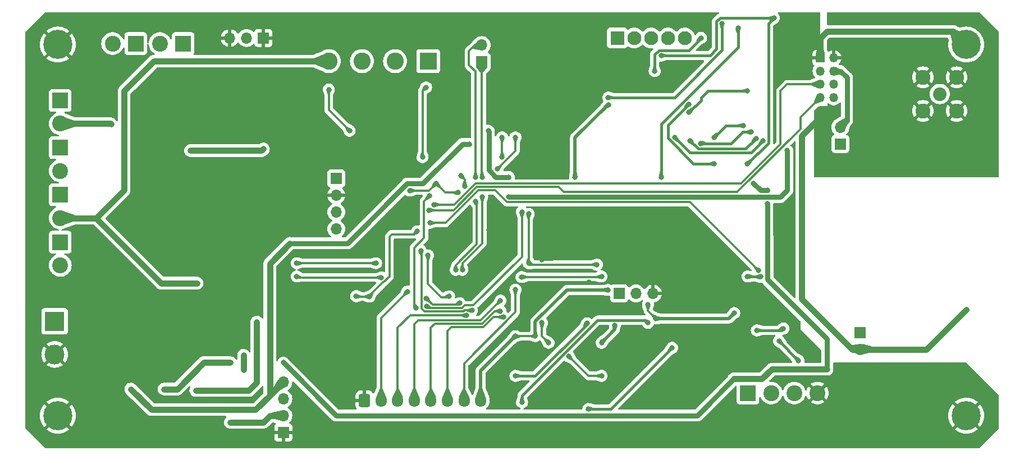
<source format=gbr>
%TF.GenerationSoftware,KiCad,Pcbnew,7.0.5*%
%TF.CreationDate,2023-09-20T17:29:03-06:00*%
%TF.ProjectId,TrustTracer_Rv1.28,54727573-7454-4726-9163-65725f527631,REV_1.28*%
%TF.SameCoordinates,Original*%
%TF.FileFunction,Copper,L2,Bot*%
%TF.FilePolarity,Positive*%
%FSLAX46Y46*%
G04 Gerber Fmt 4.6, Leading zero omitted, Abs format (unit mm)*
G04 Created by KiCad (PCBNEW 7.0.5) date 2023-09-20 17:29:03*
%MOMM*%
%LPD*%
G01*
G04 APERTURE LIST*
G04 Aperture macros list*
%AMRoundRect*
0 Rectangle with rounded corners*
0 $1 Rounding radius*
0 $2 $3 $4 $5 $6 $7 $8 $9 X,Y pos of 4 corners*
0 Add a 4 corners polygon primitive as box body*
4,1,4,$2,$3,$4,$5,$6,$7,$8,$9,$2,$3,0*
0 Add four circle primitives for the rounded corners*
1,1,$1+$1,$2,$3*
1,1,$1+$1,$4,$5*
1,1,$1+$1,$6,$7*
1,1,$1+$1,$8,$9*
0 Add four rect primitives between the rounded corners*
20,1,$1+$1,$2,$3,$4,$5,0*
20,1,$1+$1,$4,$5,$6,$7,0*
20,1,$1+$1,$6,$7,$8,$9,0*
20,1,$1+$1,$8,$9,$2,$3,0*%
G04 Aperture macros list end*
%TA.AperFunction,ComponentPad*%
%ADD10R,1.350000X1.350000*%
%TD*%
%TA.AperFunction,ComponentPad*%
%ADD11O,1.350000X1.350000*%
%TD*%
%TA.AperFunction,ComponentPad*%
%ADD12R,2.400000X2.400000*%
%TD*%
%TA.AperFunction,ComponentPad*%
%ADD13C,2.400000*%
%TD*%
%TA.AperFunction,ComponentPad*%
%ADD14R,1.700000X1.700000*%
%TD*%
%TA.AperFunction,ComponentPad*%
%ADD15O,1.700000X1.700000*%
%TD*%
%TA.AperFunction,ComponentPad*%
%ADD16R,3.000000X3.000000*%
%TD*%
%TA.AperFunction,ComponentPad*%
%ADD17C,3.000000*%
%TD*%
%TA.AperFunction,ComponentPad*%
%ADD18C,0.700000*%
%TD*%
%TA.AperFunction,ComponentPad*%
%ADD19C,4.400000*%
%TD*%
%TA.AperFunction,ComponentPad*%
%ADD20R,2.100000X2.100000*%
%TD*%
%TA.AperFunction,ComponentPad*%
%ADD21C,2.100000*%
%TD*%
%TA.AperFunction,ComponentPad*%
%ADD22R,2.600000X2.600000*%
%TD*%
%TA.AperFunction,ComponentPad*%
%ADD23C,2.600000*%
%TD*%
%TA.AperFunction,ComponentPad*%
%ADD24C,2.050000*%
%TD*%
%TA.AperFunction,ComponentPad*%
%ADD25C,2.250000*%
%TD*%
%TA.AperFunction,ComponentPad*%
%ADD26RoundRect,0.250000X-0.600000X-0.725000X0.600000X-0.725000X0.600000X0.725000X-0.600000X0.725000X0*%
%TD*%
%TA.AperFunction,ComponentPad*%
%ADD27O,1.700000X1.950000*%
%TD*%
%TA.AperFunction,ViaPad*%
%ADD28C,0.800000*%
%TD*%
%TA.AperFunction,Conductor*%
%ADD29C,0.900000*%
%TD*%
%TA.AperFunction,Conductor*%
%ADD30C,0.300000*%
%TD*%
%TA.AperFunction,Conductor*%
%ADD31C,0.800000*%
%TD*%
%TA.AperFunction,Conductor*%
%ADD32C,0.400000*%
%TD*%
%TA.AperFunction,Conductor*%
%ADD33C,0.500000*%
%TD*%
G04 APERTURE END LIST*
D10*
%TO.P,COMM-TRV1,1,Pin_1*%
%TO.N,GND*%
X140000000Y-27000000D03*
D11*
%TO.P,COMM-TRV1,2,Pin_2*%
%TO.N,TV_GNDT*%
X142000000Y-27000000D03*
%TO.P,COMM-TRV1,3,Pin_3*%
%TO.N,+3.3V*%
X140000000Y-29000000D03*
%TO.P,COMM-TRV1,4,Pin_4*%
%TO.N,VCC-TV-3.3*%
X142000000Y-29000000D03*
%TO.P,COMM-TRV1,5,Pin_5*%
%TO.N,stmRXT*%
X140000000Y-31000000D03*
%TO.P,COMM-TRV1,6,Pin_6*%
%TO.N,TXD*%
X142000000Y-31000000D03*
%TO.P,COMM-TRV1,7,Pin_7*%
%TO.N,stmTXD*%
X140000000Y-33000000D03*
%TO.P,COMM-TRV1,8,Pin_8*%
%TO.N,RXT*%
X142000000Y-33000000D03*
%TD*%
D12*
%TO.P,sw-pwr-bp1,1,A*%
%TO.N,VCC*%
X25355895Y-33442916D03*
D13*
%TO.P,sw-pwr-bp1,2,B*%
%TO.N,Net-(D2-A)*%
X25355895Y-36942916D03*
%TD*%
D12*
%TO.P,SW-ARM1,1,A*%
%TO.N,Net-(SW-ARM1A-A)*%
X25357600Y-47686000D03*
D13*
%TO.P,SW-ARM1,2,B*%
%TO.N,V-IGN*%
X25357600Y-51186000D03*
%TD*%
D14*
%TO.P,J8,1,Pin_1*%
%TO.N,+3.3VP*%
X109656700Y-62547854D03*
D15*
%TO.P,J8,2,Pin_2*%
%TO.N,Net-(J8-Pin_2)*%
X112196700Y-62547854D03*
%TO.P,J8,3,Pin_3*%
%TO.N,GND*%
X114736700Y-62547854D03*
%TD*%
D16*
%TO.P,BT1,1,+*%
%TO.N,Net-(BT1-+)*%
X24519400Y-66776000D03*
D17*
%TO.P,BT1,2,-*%
%TO.N,GND*%
X24519400Y-71776000D03*
%TD*%
D12*
%TO.P,SW-PIR1,1,A*%
%TO.N,VCC*%
X25354484Y-40564343D03*
D13*
%TO.P,SW-PIR1,2,B*%
%TO.N,Net-(SW-ARM1A-A)*%
X25354484Y-44064343D03*
%TD*%
D14*
%TO.P,J4,1,Pin_1*%
%TO.N,GND*%
X59000000Y-83540000D03*
D15*
%TO.P,J4,2,Pin_2*%
%TO.N,VCC*%
X59000000Y-81000000D03*
%TO.P,J4,3,Pin_3*%
%TO.N,+5V*%
X59000000Y-78460000D03*
%TO.P,J4,4,Pin_4*%
%TO.N,+3.3V*%
X59000000Y-75920000D03*
%TD*%
D18*
%TO.P,GNDSCREW1,1,Pin_1*%
%TO.N,GND*%
X160350000Y-25000000D03*
X160833274Y-23833274D03*
X160833274Y-26166726D03*
X162000000Y-23350000D03*
D19*
X162000000Y-25000000D03*
D18*
X162000000Y-26650000D03*
X163166726Y-23833274D03*
X163166726Y-26166726D03*
X163650000Y-25000000D03*
%TD*%
D12*
%TO.P,sw-main2,1,A*%
%TO.N,Net-(BT1-+)*%
X25363227Y-54812975D03*
D13*
%TO.P,sw-main2,2,B*%
%TO.N,VCC*%
X25363227Y-58312975D03*
%TD*%
D20*
%TO.P,J6,1,Pin_1*%
%TO.N,GGND*%
X109380000Y-24000000D03*
D21*
%TO.P,J6,2,Pin_2*%
X111920000Y-24000000D03*
%TO.P,J6,3,Pin_3*%
%TO.N,Net-(IC1-AIN2)*%
X114460000Y-24000000D03*
%TO.P,J6,4,Pin_4*%
%TO.N,Net-(IC1-AIN1)*%
X117000000Y-24000000D03*
%TO.P,J6,5,Pin_5*%
%TO.N,+5V*%
X119540000Y-24000000D03*
%TD*%
D14*
%TO.P,J7,1,Pin_1*%
%TO.N,+3.3VP*%
X67000000Y-45200000D03*
D15*
%TO.P,J7,2,Pin_2*%
%TO.N,GND*%
X67000000Y-47740000D03*
%TO.P,J7,3,Pin_3*%
%TO.N,SWDIO*%
X67000000Y-50280000D03*
%TO.P,J7,4,Pin_4*%
%TO.N,SWCLK*%
X67000000Y-52820000D03*
%TD*%
D22*
%TO.P,J2,1,Pin_1*%
%TO.N,V-IGN*%
X80862800Y-27500000D03*
D23*
%TO.P,J2,2,Pin_2*%
%TO.N,T1*%
X75862800Y-27500000D03*
%TO.P,J2,3,Pin_3*%
%TO.N,T2*%
X70862800Y-27500000D03*
%TO.P,J2,4,Pin_4*%
%TO.N,V-IGN*%
X65862800Y-27500000D03*
%TD*%
D18*
%TO.P,GNDSCREW2,1,Pin_1*%
%TO.N,GND*%
X160350000Y-81000000D03*
X160833274Y-79833274D03*
X160833274Y-82166726D03*
X162000000Y-79350000D03*
D19*
X162000000Y-81000000D03*
D18*
X162000000Y-82650000D03*
X163166726Y-79833274D03*
X163166726Y-82166726D03*
X163650000Y-81000000D03*
%TD*%
D24*
%TO.P,antena1,1,In*%
%TO.N,ATN*%
X158000000Y-32460000D03*
D25*
%TO.P,antena1,2,Ext*%
%TO.N,TV_GNDT*%
X155460000Y-29920000D03*
X155460000Y-35000000D03*
X160540000Y-29920000D03*
X160540000Y-35000000D03*
%TD*%
D14*
%TO.P,SERIAL1,1,Pin_1*%
%TO.N,com_rx*%
X88928318Y-27616088D03*
D15*
%TO.P,SERIAL1,2,Pin_2*%
%TO.N,com_tx*%
X88928318Y-25076088D03*
%TD*%
D26*
%TO.P,BTTNS1,1,Pin_1*%
%TO.N,GND*%
X71250000Y-78700000D03*
D27*
%TO.P,BTTNS1,2,Pin_2*%
%TO.N,BTTN6*%
X73750000Y-78700000D03*
%TO.P,BTTNS1,3,Pin_3*%
%TO.N,BTTN5*%
X76250000Y-78700000D03*
%TO.P,BTTNS1,4,Pin_4*%
%TO.N,BTTN4*%
X78750000Y-78700000D03*
%TO.P,BTTNS1,5,Pin_5*%
%TO.N,BTTN3*%
X81250000Y-78700000D03*
%TO.P,BTTNS1,6,Pin_6*%
%TO.N,BTTN2*%
X83750000Y-78700000D03*
%TO.P,BTTNS1,7,Pin_7*%
%TO.N,BTTN1*%
X86250000Y-78700000D03*
%TO.P,BTTNS1,8,Pin_8*%
%TO.N,+3.3VP*%
X88750000Y-78700000D03*
%TD*%
D14*
%TO.P,FAN1,1,Pin_1*%
%TO.N,GND*%
X56000000Y-24000000D03*
D15*
%TO.P,FAN1,2,Pin_2*%
%TO.N,VCC*%
X53460000Y-24000000D03*
%TO.P,FAN1,3,Pin_3*%
%TO.N,GND*%
X50920000Y-24000000D03*
%TD*%
D14*
%TO.P,J1,1,Pin_1*%
%TO.N,Net-(J1-Pin_1)*%
X146000000Y-68460000D03*
D15*
%TO.P,J1,2,Pin_2*%
%TO.N,TV_GNDT*%
X146000000Y-71000000D03*
%TD*%
D18*
%TO.P,GNDSCREW4,1,Pin_1*%
%TO.N,GND*%
X23350000Y-81000000D03*
X23833274Y-79833274D03*
X23833274Y-82166726D03*
X25000000Y-79350000D03*
D19*
X25000000Y-81000000D03*
D18*
X25000000Y-82650000D03*
X26166726Y-79833274D03*
X26166726Y-82166726D03*
X26650000Y-81000000D03*
%TD*%
D12*
%TO.P,presure-sens1,1,Pin_1*%
%TO.N,+5V*%
X129068500Y-77594000D03*
D13*
%TO.P,presure-sens1,2,Pin_2*%
%TO.N,E-SCL*%
X132568500Y-77594000D03*
%TO.P,presure-sens1,3,Pin_3*%
%TO.N,E-SDA*%
X136068500Y-77594000D03*
%TO.P,presure-sens1,4,Pin_4*%
%TO.N,GND*%
X139568500Y-77594000D03*
%TD*%
D12*
%TO.P,sw-pwr-bp2,1,A*%
%TO.N,Net-(D1-A)*%
X36750000Y-24841992D03*
D13*
%TO.P,sw-pwr-bp2,2,B*%
%TO.N,VCC*%
X33250000Y-24841992D03*
%TD*%
D18*
%TO.P,GNDSCREW3,1,Pin_1*%
%TO.N,GND*%
X23350000Y-25000000D03*
X23833274Y-23833274D03*
X23833274Y-26166726D03*
X25000000Y-23350000D03*
D19*
X25000000Y-25000000D03*
D18*
X25000000Y-26650000D03*
X26166726Y-23833274D03*
X26166726Y-26166726D03*
X26650000Y-25000000D03*
%TD*%
D12*
%TO.P,sw-pwr-tv1,1,A*%
%TO.N,VCC*%
X43890559Y-24841007D03*
D13*
%TO.P,sw-pwr-tv1,2,B*%
%TO.N,Net-(D3-K)*%
X40390559Y-24841007D03*
%TD*%
D14*
%TO.P,J3,1,Pin_1*%
%TO.N,Net-(J3-Pin_1)*%
X143000000Y-40000000D03*
D15*
%TO.P,J3,2,Pin_2*%
%TO.N,VCC-TV-3.3*%
X143000000Y-37460000D03*
%TD*%
D28*
%TO.N,GND*%
X101000000Y-79000000D03*
X60000000Y-68000000D03*
X69000000Y-73000000D03*
X100000000Y-57000000D03*
X54000000Y-64000000D03*
X29000000Y-76000000D03*
X77000000Y-49000000D03*
X101000000Y-77000000D03*
X34000000Y-67000000D03*
X70000000Y-48000000D03*
X138000000Y-27000000D03*
X91000000Y-76000000D03*
X45000000Y-64000000D03*
X47000000Y-32000000D03*
X32000000Y-29000000D03*
X72000000Y-40970023D03*
X78000000Y-41000000D03*
X83088744Y-55656340D03*
X143000000Y-82000000D03*
X98000000Y-57454120D03*
X90000000Y-53000000D03*
X98000000Y-36000000D03*
X116000000Y-56000000D03*
X135000000Y-60000000D03*
X88000000Y-61000000D03*
X105088972Y-60891961D03*
X99000000Y-78000000D03*
X105000000Y-29000000D03*
X87000000Y-52000000D03*
X51186969Y-69593484D03*
%TO.N,+5V*%
X124000000Y-43000000D03*
X41000000Y-77000000D03*
X115000000Y-29000000D03*
X120130664Y-34000000D03*
X59000000Y-73000000D03*
X132000000Y-49000000D03*
X126934440Y-75459940D03*
X132000000Y-47000000D03*
X141000000Y-74000000D03*
X129934668Y-45934668D03*
X51000000Y-73000000D03*
X122000000Y-24000000D03*
%TO.N,+3.3V*%
X87046933Y-40000000D03*
X135000000Y-41000000D03*
X60000000Y-55000000D03*
X93000000Y-45000000D03*
X89901221Y-38000000D03*
X56000000Y-40750000D03*
X45000000Y-41000000D03*
X93000000Y-48000000D03*
X36000000Y-77000000D03*
%TO.N,Net-(D2-A)*%
X33000000Y-37000000D03*
%TO.N,com_rx*%
X89000000Y-45000000D03*
X89000000Y-48000000D03*
X86000000Y-59000000D03*
%TO.N,com_tx*%
X88000000Y-45000000D03*
X88000000Y-48691108D03*
X85000000Y-59000000D03*
%TO.N,CS_LLS*%
X117636620Y-70765008D03*
X105000000Y-80000000D03*
%TO.N,DI_LLS*%
X104811281Y-67058055D03*
X94000000Y-75000000D03*
%TO.N,SCK_LLS*%
X95000000Y-79000000D03*
X114000000Y-67000000D03*
%TO.N,DO_LLS*%
X109000000Y-67399500D03*
X107000000Y-70000000D03*
%TO.N,SCK*%
X81051757Y-47818754D03*
X79000000Y-64749500D03*
%TO.N,+3.3VP*%
X72014989Y-63044966D03*
X79185171Y-53185172D03*
X82045142Y-45954858D03*
X127012032Y-65524204D03*
X85356261Y-47356258D03*
X55000000Y-66860000D03*
X106290952Y-58211791D03*
X115178385Y-66349500D03*
X107969669Y-62030331D03*
X85599784Y-64030477D03*
X69970023Y-62970023D03*
X96000000Y-50551722D03*
X45796524Y-77203476D03*
X93970023Y-69029977D03*
X80567872Y-63292235D03*
X97000000Y-69000000D03*
X96000000Y-58000000D03*
X78046163Y-47046163D03*
X114000000Y-64250500D03*
%TO.N,BTTN1*%
X94000000Y-62000000D03*
%TO.N,BTTN2*%
X92189961Y-66130287D03*
%TO.N,BTTN3*%
X91749500Y-65233070D03*
%TO.N,MISO*%
X107000000Y-75000000D03*
X102065332Y-72065332D03*
X99000000Y-70000000D03*
X98000000Y-67000000D03*
%TO.N,BTTN4*%
X91749500Y-63656687D03*
%TO.N,BTTN5*%
X86640750Y-65873999D03*
%TO.N,IGNI1*%
X65857169Y-31786127D03*
X69000000Y-38000000D03*
%TO.N,IGNI2*%
X80522816Y-31464385D03*
X80000000Y-42000000D03*
%TO.N,SCL*%
X130678467Y-59118969D03*
X81085434Y-51914566D03*
%TO.N,SDA*%
X129000000Y-60000000D03*
X131025592Y-60056258D03*
%TO.N,BTTN6*%
X77727369Y-62280477D03*
%TO.N,stmRXT*%
X81718732Y-49162568D03*
%TO.N,stmTXD*%
X80969232Y-50000000D03*
%TO.N,TV_GNDT*%
X160435210Y-38605415D03*
X162000000Y-65000000D03*
X162356380Y-43749533D03*
X140000000Y-36000000D03*
%TO.N,V-IGN*%
X46000000Y-61000000D03*
X53000000Y-74100000D03*
X53000000Y-71900000D03*
%TO.N,GGND*%
X133000000Y-21000000D03*
X103000000Y-45000000D03*
X129000000Y-43000000D03*
X115996525Y-26662818D03*
X108067500Y-34067500D03*
%TO.N,SCK2*%
X61000000Y-60000000D03*
X73781223Y-60155500D03*
%TO.N,MOSI2*%
X73000000Y-58000000D03*
X61000000Y-58000000D03*
%TO.N,VCC*%
X51000000Y-82000000D03*
%TO.N,GVDD*%
X108000000Y-33000000D03*
X125148167Y-21851833D03*
%TO.N,GSTART*%
X128397352Y-37231813D03*
X124000000Y-39000000D03*
%TO.N,GCS*%
X129589385Y-38199243D03*
X121934668Y-39934668D03*
%TO.N,GSCK*%
X129000000Y-32000000D03*
X120171590Y-35249291D03*
%TO.N,GMOSI*%
X120336722Y-39496525D03*
X130295640Y-39164976D03*
%TO.N,GMISO*%
X131354620Y-39510082D03*
X118000000Y-39000000D03*
%TO.N,GRESET*%
X127571746Y-22499141D03*
X116000000Y-45000000D03*
%TO.N,SCK3*%
X92000000Y-42000000D03*
X92000000Y-39000000D03*
%TO.N,MISO3*%
X91250500Y-43788510D03*
X94000000Y-39000000D03*
%TO.N,MOSI3*%
X86356261Y-46356258D03*
X85796305Y-44796305D03*
%TO.N,SWDIO*%
X84001718Y-63003812D03*
X80818373Y-56818372D03*
%TO.N,SWCLK*%
X87446504Y-65124499D03*
X79749032Y-56128255D03*
%TO.N,Net-(U5-EN)*%
X130402247Y-68136134D03*
X134408940Y-67858917D03*
%TO.N,RST*%
X80579152Y-64519197D03*
X94992294Y-50250500D03*
%TO.N,E-SDA*%
X133757891Y-69757891D03*
X136709104Y-72709104D03*
%TO.N,Net-(IC3-BOOT0)*%
X94914566Y-60085434D03*
X107000000Y-60000000D03*
%TD*%
D29*
%TO.N,GND*%
X140000000Y-24000000D02*
X140000000Y-27000000D01*
X160000000Y-23000000D02*
X141000000Y-23000000D01*
X162000000Y-25000000D02*
X160000000Y-23000000D01*
X141000000Y-23000000D02*
X140000000Y-24000000D01*
D30*
X99545880Y-57454120D02*
X100000000Y-57000000D01*
X98000000Y-57454120D02*
X99545880Y-57454120D01*
D31*
%TO.N,+5V*%
X132000000Y-47000000D02*
X131000000Y-47000000D01*
X59000000Y-73000000D02*
X67000000Y-81000000D01*
X121394380Y-81000000D02*
X126934440Y-75459940D01*
D29*
X141000000Y-74000000D02*
X132662500Y-74000000D01*
D32*
X117000000Y-37130664D02*
X120130664Y-34000000D01*
D31*
X132000000Y-54000000D02*
X132000000Y-49000000D01*
X131000000Y-47000000D02*
X129934668Y-45934668D01*
X141000000Y-69444880D02*
X132025592Y-60470472D01*
D32*
X117000000Y-39131371D02*
X117000000Y-37130664D01*
D29*
X43000000Y-77000000D02*
X47000000Y-73000000D01*
X47000000Y-73000000D02*
X51000000Y-73000000D01*
D31*
X141000000Y-74000000D02*
X141000000Y-69444880D01*
X132025592Y-54025592D02*
X132000000Y-54000000D01*
D32*
X120868629Y-43000000D02*
X117000000Y-39131371D01*
D31*
X132025592Y-60470472D02*
X132025592Y-54025592D01*
D29*
X132662500Y-74000000D02*
X131202560Y-75459940D01*
D31*
X67000000Y-81000000D02*
X121394380Y-81000000D01*
D32*
X122000000Y-24000000D02*
X120140829Y-25859171D01*
D29*
X41000000Y-77000000D02*
X43000000Y-77000000D01*
D32*
X124000000Y-43000000D02*
X120868629Y-43000000D01*
D29*
X131202560Y-75459940D02*
X126934440Y-75459940D01*
D32*
X115660834Y-25859171D02*
X115000000Y-26520005D01*
X115000000Y-26520005D02*
X115000000Y-29000000D01*
X120140829Y-25859171D02*
X115660834Y-25859171D01*
D31*
%TO.N,+3.3V*%
X77678818Y-46000000D02*
X68678818Y-55000000D01*
D29*
X56000000Y-40750000D02*
X55750000Y-41000000D01*
X56960000Y-77960000D02*
X59000000Y-75920000D01*
D31*
X80000000Y-46000000D02*
X77678818Y-46000000D01*
X89901221Y-38000000D02*
X90000000Y-38098779D01*
X135000000Y-47000000D02*
X135000000Y-41000000D01*
D29*
X54820000Y-80100000D02*
X56960000Y-77960000D01*
X39100000Y-80100000D02*
X54820000Y-80100000D01*
D31*
X93000000Y-48000000D02*
X134000000Y-48000000D01*
X87046933Y-40000000D02*
X86000000Y-40000000D01*
X90000000Y-38098779D02*
X90000000Y-43952224D01*
X134000000Y-48000000D02*
X135000000Y-47000000D01*
X68678818Y-55000000D02*
X60000000Y-55000000D01*
X86000000Y-40000000D02*
X80000000Y-46000000D01*
D29*
X56960000Y-58040000D02*
X60000000Y-55000000D01*
X36000000Y-77000000D02*
X39100000Y-80100000D01*
D31*
X91047776Y-45000000D02*
X93000000Y-45000000D01*
X90000000Y-43952224D02*
X91047776Y-45000000D01*
D29*
X55750000Y-41000000D02*
X45000000Y-41000000D01*
X56960000Y-77960000D02*
X56960000Y-58040000D01*
%TO.N,Net-(D2-A)*%
X32942916Y-36942916D02*
X33000000Y-37000000D01*
X25355895Y-36942916D02*
X32942916Y-36942916D01*
D30*
%TO.N,com_rx*%
X89000000Y-55000000D02*
X89000000Y-48000000D01*
X88928318Y-44928318D02*
X88928318Y-27616088D01*
X89000000Y-45000000D02*
X88928318Y-44928318D01*
X86000000Y-59000000D02*
X86000000Y-58000000D01*
X86000000Y-58000000D02*
X88928318Y-55071682D01*
X88928318Y-55071682D02*
X89000000Y-55000000D01*
%TO.N,com_tx*%
X87956115Y-29043885D02*
X87000000Y-28087770D01*
X87000000Y-28087770D02*
X87000000Y-26002203D01*
X88000000Y-45000000D02*
X88000000Y-29087770D01*
X85000000Y-59000000D02*
X85000000Y-58292894D01*
X85000000Y-58292894D02*
X88182502Y-55110392D01*
X87926115Y-25076088D02*
X88928318Y-25076088D01*
X88182502Y-48873610D02*
X88000000Y-48691108D01*
X88182502Y-55110392D02*
X88182502Y-48873610D01*
X87000000Y-26002203D02*
X87926115Y-25076088D01*
D32*
%TO.N,CS_LLS*%
X105000000Y-80000000D02*
X108401628Y-80000000D01*
X108401628Y-80000000D02*
X117636620Y-70765008D01*
%TO.N,DI_LLS*%
X104811281Y-67188719D02*
X97000000Y-75000000D01*
X104811281Y-67058055D02*
X104811281Y-67188719D01*
X97000000Y-75000000D02*
X94000000Y-75000000D01*
%TO.N,SCK_LLS*%
X95000000Y-78000000D02*
X95000000Y-79000000D01*
X114000000Y-67000000D02*
X113600000Y-66600000D01*
X106400000Y-66600000D02*
X95000000Y-78000000D01*
X113600000Y-66600000D02*
X106400000Y-66600000D01*
D33*
%TO.N,DO_LLS*%
X109000000Y-67399500D02*
X109000000Y-68000000D01*
X109000000Y-68000000D02*
X107000000Y-70000000D01*
D30*
%TO.N,SCK*%
X81051757Y-47818754D02*
X80219232Y-48651279D01*
X78742614Y-64492114D02*
X79000000Y-64749500D01*
X78742614Y-55665699D02*
X78742614Y-64492114D01*
X80219232Y-48651279D02*
X80219232Y-54189081D01*
X80219232Y-54189081D02*
X78742614Y-55665699D01*
%TO.N,+3.3VP*%
X93970023Y-69029977D02*
X96970023Y-69029977D01*
X75000000Y-54000000D02*
X75000000Y-59997384D01*
D33*
X115178385Y-66349500D02*
X126186736Y-66349500D01*
D30*
X72014989Y-62924350D02*
X72014989Y-63044966D01*
X96000000Y-58000000D02*
X96000000Y-50551722D01*
X75000000Y-59997384D02*
X74091884Y-60905500D01*
X74091884Y-60905500D02*
X74033839Y-60905500D01*
D29*
X53796524Y-77203476D02*
X45796524Y-77203476D01*
D30*
X114000000Y-65171115D02*
X115178385Y-66349500D01*
X85599784Y-64030477D02*
X85350284Y-64279977D01*
X85356261Y-47356258D02*
X83446542Y-47356258D01*
X85350284Y-64279977D02*
X81555614Y-64279977D01*
D33*
X97000000Y-69000000D02*
X97000000Y-66797918D01*
X101767587Y-62030331D02*
X107969669Y-62030331D01*
D30*
X70044966Y-63044966D02*
X69970023Y-62970023D01*
X83446542Y-47356258D02*
X82045142Y-45954858D01*
X75370343Y-53629657D02*
X75000000Y-54000000D01*
X80953837Y-47046163D02*
X78046163Y-47046163D01*
X106282781Y-58203620D02*
X106290952Y-58211791D01*
D33*
X97000000Y-66797918D02*
X101767587Y-62030331D01*
D30*
X79185171Y-53185172D02*
X78740686Y-53629657D01*
X78740686Y-53629657D02*
X75370343Y-53629657D01*
X72014989Y-63044966D02*
X70044966Y-63044966D01*
D33*
X126186736Y-66349500D02*
X127012032Y-65524204D01*
X88750000Y-78700000D02*
X88750000Y-74250000D01*
D29*
X55000000Y-66860000D02*
X55000000Y-76000000D01*
D30*
X96970023Y-69029977D02*
X97000000Y-69000000D01*
X81555614Y-64279977D02*
X80567872Y-63292235D01*
D29*
X55000000Y-76000000D02*
X53796524Y-77203476D01*
D30*
X74033839Y-60905500D02*
X72014989Y-62924350D01*
D33*
X88750000Y-74250000D02*
X93970023Y-69029977D01*
D30*
X82045142Y-45954858D02*
X80953837Y-47046163D01*
X114000000Y-64250500D02*
X114000000Y-65171115D01*
X96203620Y-58203620D02*
X106282781Y-58203620D01*
X96000000Y-58000000D02*
X96203620Y-58203620D01*
%TO.N,BTTN1*%
X86250000Y-73130909D02*
X86250000Y-78700000D01*
X94000000Y-62000000D02*
X94000000Y-65380909D01*
X94000000Y-65380909D02*
X86250000Y-73130909D01*
%TO.N,BTTN2*%
X83750000Y-68250000D02*
X83750000Y-78700000D01*
X84376001Y-67623999D02*
X83750000Y-68250000D01*
X90690112Y-66130287D02*
X89196400Y-67623999D01*
X92189961Y-66130287D02*
X90690112Y-66130287D01*
X89196400Y-67623999D02*
X84376001Y-67623999D01*
%TO.N,BTTN3*%
X91749500Y-65233070D02*
X90880223Y-65233070D01*
X81876001Y-67123999D02*
X81250000Y-67750000D01*
X90880223Y-65233070D02*
X88989294Y-67123999D01*
X88989294Y-67123999D02*
X81876001Y-67123999D01*
X81250000Y-67750000D02*
X81250000Y-78700000D01*
%TO.N,MISO*%
X99000000Y-70000000D02*
X98000000Y-69000000D01*
X105000000Y-75000000D02*
X107000000Y-75000000D01*
X98000000Y-69000000D02*
X98000000Y-67000000D01*
X102065332Y-72065332D02*
X105000000Y-75000000D01*
%TO.N,BTTN4*%
X91749500Y-63656687D02*
X88782188Y-66623999D01*
X78750000Y-67250000D02*
X78750000Y-78700000D01*
X88782188Y-66623999D02*
X79376001Y-66623999D01*
X79376001Y-66623999D02*
X78750000Y-67250000D01*
%TO.N,BTTN5*%
X86640750Y-65873999D02*
X78126001Y-65873999D01*
X76250000Y-67750000D02*
X76250000Y-78700000D01*
X78126001Y-65873999D02*
X76250000Y-67750000D01*
%TO.N,IGNI1*%
X69000000Y-38000000D02*
X65857169Y-34857169D01*
X65857169Y-34857169D02*
X65857169Y-31786127D01*
%TO.N,IGNI2*%
X80000000Y-42000000D02*
X80000000Y-31987201D01*
X80000000Y-31987201D02*
X80522816Y-31464385D01*
%TO.N,SCL*%
X88385924Y-47000000D02*
X90939340Y-47000000D01*
X83471358Y-51914566D02*
X88385924Y-47000000D01*
X120309498Y-48750000D02*
X130678467Y-59118969D01*
X92689340Y-48750000D02*
X120309498Y-48750000D01*
X90939340Y-47000000D02*
X92689340Y-48750000D01*
X81085434Y-51914566D02*
X83471358Y-51914566D01*
D32*
%TO.N,SDA*%
X129056258Y-60056258D02*
X129000000Y-60000000D01*
X131025592Y-60056258D02*
X129056258Y-60056258D01*
D30*
%TO.N,BTTN6*%
X77719523Y-62280477D02*
X73750000Y-66250000D01*
X77727369Y-62280477D02*
X77719523Y-62280477D01*
X73750000Y-66250000D02*
X73750000Y-78700000D01*
D31*
%TO.N,VCC-TV-3.3*%
X144000000Y-30000000D02*
X143000000Y-29000000D01*
X143000000Y-37460000D02*
X144000000Y-36460000D01*
X143000000Y-29000000D02*
X142000000Y-29000000D01*
X144000000Y-36460000D02*
X144000000Y-30000000D01*
D30*
%TO.N,stmRXT*%
X87971712Y-46000000D02*
X84809144Y-49162568D01*
X128000000Y-46000000D02*
X87971712Y-46000000D01*
X134000000Y-40000000D02*
X128000000Y-46000000D01*
X134000000Y-32000000D02*
X134000000Y-40000000D01*
X140000000Y-31000000D02*
X135000000Y-31000000D01*
X84809144Y-49162568D02*
X81718732Y-49162568D01*
X135000000Y-31000000D02*
X134000000Y-32000000D01*
%TO.N,stmTXD*%
X84678818Y-50000000D02*
X80969232Y-50000000D01*
X137000000Y-37707106D02*
X127457106Y-47250000D01*
X88178818Y-46500000D02*
X84678818Y-50000000D01*
X127457106Y-47250000D02*
X101250000Y-47250000D01*
X100500000Y-46500000D02*
X88178818Y-46500000D01*
X137000000Y-36000000D02*
X137000000Y-37707106D01*
X140000000Y-33000000D02*
X137000000Y-36000000D01*
X101250000Y-47250000D02*
X100500000Y-46500000D01*
D29*
%TO.N,TV_GNDT*%
X146000000Y-71000000D02*
X144797919Y-71000000D01*
X162000000Y-65000000D02*
X156000000Y-71000000D01*
X137203863Y-63405944D02*
X137203863Y-38796137D01*
X156000000Y-71000000D02*
X146000000Y-71000000D01*
X144797919Y-71000000D02*
X137203863Y-63405944D01*
X137203863Y-38796137D02*
X140000000Y-36000000D01*
%TO.N,V-IGN*%
X30777817Y-51222183D02*
X35000000Y-47000000D01*
X30777817Y-51222183D02*
X40555634Y-61000000D01*
X53000000Y-71900000D02*
X53000000Y-74100000D01*
X30741634Y-51186000D02*
X25357600Y-51186000D01*
X35000000Y-32000000D02*
X39500000Y-27500000D01*
X40555634Y-61000000D02*
X46000000Y-61000000D01*
X30777817Y-51222183D02*
X30741634Y-51186000D01*
X35000000Y-47000000D02*
X35000000Y-32000000D01*
X39500000Y-27500000D02*
X65862800Y-27500000D01*
D32*
%TO.N,GGND*%
X116000172Y-26659171D02*
X123340829Y-26659171D01*
D33*
X107932500Y-34067500D02*
X108067500Y-34067500D01*
D32*
X132154620Y-39845380D02*
X132154620Y-21845380D01*
X124348167Y-21520462D02*
X124868629Y-21000000D01*
X132154620Y-21845380D02*
X133000000Y-21000000D01*
X123340829Y-26659171D02*
X124348167Y-25651833D01*
X124348167Y-25651833D02*
X124348167Y-21520462D01*
X124868629Y-21000000D02*
X133000000Y-21000000D01*
X115996525Y-26662818D02*
X116000172Y-26659171D01*
D33*
X103000000Y-45000000D02*
X103000000Y-39000000D01*
D32*
X129000000Y-43000000D02*
X132154620Y-39845380D01*
D33*
X103000000Y-39000000D02*
X107932500Y-34067500D01*
D30*
%TO.N,SCK2*%
X61155500Y-60155500D02*
X61000000Y-60000000D01*
X73781223Y-60155500D02*
X61155500Y-60155500D01*
%TO.N,MOSI2*%
X73000000Y-58000000D02*
X61000000Y-58000000D01*
D29*
%TO.N,VCC*%
X57000000Y-81000000D02*
X59000000Y-81000000D01*
X56000000Y-82000000D02*
X57000000Y-81000000D01*
X51000000Y-82000000D02*
X56000000Y-82000000D01*
D32*
%TO.N,GVDD*%
X108000000Y-33000000D02*
X118000000Y-33000000D01*
X125148167Y-25851833D02*
X125148167Y-21851833D01*
X118000000Y-33000000D02*
X125148167Y-25851833D01*
%TO.N,GSTART*%
X125768187Y-37231813D02*
X124000000Y-39000000D01*
X128397352Y-37231813D02*
X125768187Y-37231813D01*
%TO.N,GCS*%
X128247863Y-38199243D02*
X126512438Y-39934668D01*
X129589385Y-38199243D02*
X128247863Y-38199243D01*
X126512438Y-39934668D02*
X121934668Y-39934668D01*
%TO.N,GSCK*%
X120171590Y-35249291D02*
X122000000Y-33420881D01*
X123000000Y-32000000D02*
X129000000Y-32000000D01*
X122000000Y-33420881D02*
X122000000Y-33000000D01*
X122000000Y-33000000D02*
X123000000Y-32000000D01*
%TO.N,GMOSI*%
X128725948Y-40734668D02*
X121574865Y-40734668D01*
X130295640Y-39164976D02*
X128725948Y-40734668D01*
X121574865Y-40734668D02*
X120336722Y-39496525D01*
%TO.N,GMISO*%
X131354620Y-39510082D02*
X129530034Y-41334668D01*
X129530034Y-41334668D02*
X120334668Y-41334668D01*
X120334668Y-41334668D02*
X118000000Y-39000000D01*
%TO.N,GRESET*%
X116000000Y-37000000D02*
X127571746Y-25428254D01*
X116000000Y-45000000D02*
X116000000Y-37000000D01*
X127571746Y-25428254D02*
X127571746Y-22499141D01*
D30*
%TO.N,SCK3*%
X92000000Y-39000000D02*
X92000000Y-42000000D01*
%TO.N,MISO3*%
X91272151Y-43788510D02*
X91250500Y-43788510D01*
X94000000Y-39000000D02*
X94000000Y-41060661D01*
X94000000Y-41060661D02*
X91272151Y-43788510D01*
%TO.N,MOSI3*%
X86356261Y-46356258D02*
X86356261Y-45356261D01*
X86356261Y-45356261D02*
X85796305Y-44796305D01*
%TO.N,SWDIO*%
X84001718Y-63003812D02*
X83889560Y-63115970D01*
X82822369Y-63115970D02*
X80818373Y-61111974D01*
X80818373Y-61111974D02*
X80818373Y-56818372D01*
X83889560Y-63115970D02*
X82822369Y-63115970D01*
%TO.N,SWCLK*%
X80279977Y-65279977D02*
X79818372Y-64818372D01*
X79818372Y-56197595D02*
X79749032Y-56128255D01*
X86174111Y-65279977D02*
X80279977Y-65279977D01*
X86329589Y-65124499D02*
X86174111Y-65279977D01*
X87446504Y-65124499D02*
X86329589Y-65124499D01*
X79818372Y-64818372D02*
X79818372Y-56197595D01*
D32*
%TO.N,Net-(U5-EN)*%
X134131723Y-68136134D02*
X134408940Y-67858917D01*
X130402247Y-68136134D02*
X134131723Y-68136134D01*
D30*
%TO.N,RST*%
X80579152Y-64519197D02*
X80839932Y-64779977D01*
X87655832Y-64374499D02*
X94992294Y-57038037D01*
X94992294Y-57038037D02*
X94992294Y-50250500D01*
X86372482Y-64374499D02*
X87655832Y-64374499D01*
X85967004Y-64779977D02*
X86372482Y-64374499D01*
X80839932Y-64779977D02*
X85967004Y-64779977D01*
D32*
%TO.N,E-SDA*%
X133757891Y-69757891D02*
X136709104Y-72709104D01*
D30*
%TO.N,Net-(IC3-BOOT0)*%
X94914566Y-60085434D02*
X106914566Y-60085434D01*
X106914566Y-60085434D02*
X107000000Y-60000000D01*
%TD*%
%TA.AperFunction,Conductor*%
%TO.N,GND*%
G36*
X124649805Y-20120185D02*
G01*
X124695560Y-20172989D01*
X124705504Y-20242147D01*
X124676479Y-20305703D01*
X124633653Y-20337577D01*
X124602155Y-20351752D01*
X124598697Y-20353184D01*
X124540698Y-20375182D01*
X124532353Y-20380942D01*
X124512812Y-20391964D01*
X124503573Y-20396122D01*
X124503568Y-20396125D01*
X124454750Y-20434370D01*
X124451735Y-20436589D01*
X124400701Y-20471816D01*
X124400694Y-20471822D01*
X124359571Y-20518240D01*
X124357004Y-20520966D01*
X123869133Y-21008837D01*
X123866407Y-21011404D01*
X123819985Y-21052530D01*
X123784753Y-21103571D01*
X123782535Y-21106586D01*
X123744291Y-21155401D01*
X123744286Y-21155410D01*
X123740127Y-21164650D01*
X123729109Y-21184185D01*
X123723354Y-21192523D01*
X123723350Y-21192529D01*
X123723349Y-21192532D01*
X123723347Y-21192536D01*
X123723346Y-21192539D01*
X123701356Y-21250517D01*
X123699924Y-21253975D01*
X123674472Y-21310530D01*
X123672644Y-21320504D01*
X123666620Y-21342115D01*
X123663027Y-21351589D01*
X123663026Y-21351590D01*
X123655551Y-21413147D01*
X123654988Y-21416848D01*
X123643809Y-21477852D01*
X123643809Y-21477857D01*
X123647554Y-21539764D01*
X123647667Y-21543509D01*
X123647667Y-25310313D01*
X123627982Y-25377352D01*
X123611348Y-25397994D01*
X123086991Y-25922352D01*
X123025668Y-25955837D01*
X122999310Y-25958671D01*
X121331348Y-25958671D01*
X121264309Y-25938986D01*
X121218554Y-25886182D01*
X121208610Y-25817024D01*
X121237635Y-25753468D01*
X121243667Y-25746990D01*
X121393535Y-25597122D01*
X121858794Y-25131861D01*
X121883878Y-25112504D01*
X122399428Y-24811075D01*
X122415357Y-24801353D01*
X122422430Y-24797640D01*
X122452730Y-24784151D01*
X122605871Y-24672888D01*
X122732533Y-24532216D01*
X122827179Y-24368284D01*
X122885674Y-24188256D01*
X122905460Y-24000000D01*
X122885674Y-23811744D01*
X122827179Y-23631716D01*
X122732533Y-23467784D01*
X122605871Y-23327112D01*
X122599413Y-23322420D01*
X122452734Y-23215851D01*
X122452729Y-23215848D01*
X122279807Y-23138857D01*
X122279802Y-23138855D01*
X122134001Y-23107865D01*
X122094646Y-23099500D01*
X121905354Y-23099500D01*
X121872897Y-23106398D01*
X121720197Y-23138855D01*
X121720192Y-23138857D01*
X121547270Y-23215848D01*
X121547265Y-23215851D01*
X121394129Y-23327111D01*
X121267467Y-23467783D01*
X121236172Y-23521988D01*
X121185604Y-23570203D01*
X121116997Y-23583425D01*
X121052133Y-23557457D01*
X121014224Y-23507440D01*
X120925777Y-23293910D01*
X120808279Y-23102172D01*
X120798261Y-23085825D01*
X120798261Y-23085823D01*
X120748755Y-23027859D01*
X120639759Y-22900241D01*
X120510922Y-22790204D01*
X120454176Y-22741738D01*
X120454173Y-22741737D01*
X120246089Y-22614222D01*
X120020618Y-22520830D01*
X120020621Y-22520830D01*
X119812379Y-22470835D01*
X119783302Y-22463854D01*
X119783300Y-22463853D01*
X119783297Y-22463853D01*
X119540000Y-22444706D01*
X119296702Y-22463853D01*
X119267604Y-22470839D01*
X119120301Y-22506204D01*
X119059380Y-22520830D01*
X118833910Y-22614222D01*
X118625826Y-22741737D01*
X118625823Y-22741738D01*
X118440241Y-22900241D01*
X118364290Y-22989168D01*
X118305783Y-23027361D01*
X118235915Y-23027859D01*
X118176869Y-22990505D01*
X118175710Y-22989168D01*
X118157844Y-22968250D01*
X118099759Y-22900241D01*
X117970922Y-22790204D01*
X117914176Y-22741738D01*
X117914173Y-22741737D01*
X117706089Y-22614222D01*
X117480618Y-22520830D01*
X117480621Y-22520830D01*
X117272379Y-22470835D01*
X117243302Y-22463854D01*
X117243300Y-22463853D01*
X117243297Y-22463853D01*
X117000000Y-22444706D01*
X116756702Y-22463853D01*
X116727604Y-22470839D01*
X116580301Y-22506204D01*
X116519380Y-22520830D01*
X116293910Y-22614222D01*
X116085826Y-22741737D01*
X116085823Y-22741738D01*
X115900241Y-22900241D01*
X115824290Y-22989168D01*
X115765783Y-23027361D01*
X115695915Y-23027859D01*
X115636869Y-22990505D01*
X115635710Y-22989168D01*
X115617844Y-22968250D01*
X115559759Y-22900241D01*
X115430922Y-22790204D01*
X115374176Y-22741738D01*
X115374173Y-22741737D01*
X115166089Y-22614222D01*
X114940618Y-22520830D01*
X114940621Y-22520830D01*
X114732379Y-22470835D01*
X114703302Y-22463854D01*
X114703300Y-22463853D01*
X114703297Y-22463853D01*
X114460000Y-22444706D01*
X114216702Y-22463853D01*
X114187604Y-22470839D01*
X114040301Y-22506204D01*
X113979380Y-22520830D01*
X113753910Y-22614222D01*
X113545826Y-22741737D01*
X113545823Y-22741738D01*
X113360241Y-22900241D01*
X113284290Y-22989168D01*
X113225783Y-23027361D01*
X113155915Y-23027859D01*
X113096869Y-22990505D01*
X113095710Y-22989168D01*
X113077844Y-22968250D01*
X113019759Y-22900241D01*
X112890922Y-22790204D01*
X112834176Y-22741738D01*
X112834173Y-22741737D01*
X112626089Y-22614222D01*
X112400618Y-22520830D01*
X112400621Y-22520830D01*
X112192379Y-22470835D01*
X112163302Y-22463854D01*
X112163300Y-22463853D01*
X112163297Y-22463853D01*
X111920000Y-22444706D01*
X111676702Y-22463853D01*
X111647604Y-22470839D01*
X111500301Y-22506204D01*
X111439380Y-22520830D01*
X111213910Y-22614222D01*
X111029142Y-22727449D01*
X110961696Y-22745694D01*
X110895094Y-22724578D01*
X110865086Y-22696033D01*
X110787547Y-22592455D01*
X110787544Y-22592452D01*
X110672335Y-22506206D01*
X110672328Y-22506202D01*
X110537482Y-22455908D01*
X110537483Y-22455908D01*
X110477883Y-22449501D01*
X110477881Y-22449500D01*
X110477873Y-22449500D01*
X110477864Y-22449500D01*
X108282129Y-22449500D01*
X108282123Y-22449501D01*
X108222516Y-22455908D01*
X108087671Y-22506202D01*
X108087664Y-22506206D01*
X107972455Y-22592452D01*
X107972452Y-22592455D01*
X107886206Y-22707664D01*
X107886202Y-22707671D01*
X107835908Y-22842517D01*
X107829501Y-22902116D01*
X107829500Y-22902135D01*
X107829500Y-25097870D01*
X107829501Y-25097876D01*
X107835908Y-25157483D01*
X107886202Y-25292328D01*
X107886206Y-25292335D01*
X107972452Y-25407544D01*
X107972455Y-25407547D01*
X108087664Y-25493793D01*
X108087671Y-25493797D01*
X108222517Y-25544091D01*
X108222516Y-25544091D01*
X108229444Y-25544835D01*
X108282127Y-25550500D01*
X110477872Y-25550499D01*
X110537483Y-25544091D01*
X110672331Y-25493796D01*
X110787546Y-25407546D01*
X110865087Y-25303964D01*
X110921019Y-25262095D01*
X110990711Y-25257111D01*
X111029141Y-25272549D01*
X111031350Y-25273903D01*
X111213910Y-25385777D01*
X111439381Y-25479169D01*
X111439378Y-25479169D01*
X111439384Y-25479170D01*
X111439388Y-25479172D01*
X111676698Y-25536146D01*
X111920000Y-25555294D01*
X112163302Y-25536146D01*
X112400612Y-25479172D01*
X112626089Y-25385777D01*
X112834179Y-25258259D01*
X113019759Y-25099759D01*
X113095709Y-25010832D01*
X113154216Y-24972638D01*
X113224084Y-24972139D01*
X113283131Y-25009493D01*
X113284290Y-25010832D01*
X113358632Y-25097876D01*
X113360241Y-25099759D01*
X113459843Y-25184827D01*
X113545823Y-25258261D01*
X113545825Y-25258261D01*
X113552081Y-25262095D01*
X113753910Y-25385777D01*
X113979381Y-25479169D01*
X113979378Y-25479169D01*
X113979384Y-25479170D01*
X113979388Y-25479172D01*
X114216698Y-25536146D01*
X114460000Y-25555294D01*
X114665320Y-25539135D01*
X114682884Y-25537753D01*
X114751262Y-25552117D01*
X114801018Y-25601169D01*
X114816357Y-25669334D01*
X114792408Y-25734971D01*
X114780294Y-25749052D01*
X114520966Y-26008380D01*
X114518240Y-26010947D01*
X114471818Y-26052073D01*
X114436586Y-26103114D01*
X114434368Y-26106129D01*
X114396124Y-26154944D01*
X114396119Y-26154953D01*
X114391960Y-26164193D01*
X114380942Y-26183728D01*
X114375187Y-26192066D01*
X114375183Y-26192072D01*
X114375182Y-26192075D01*
X114375180Y-26192079D01*
X114375179Y-26192082D01*
X114353189Y-26250060D01*
X114351757Y-26253518D01*
X114338338Y-26283335D01*
X114326305Y-26310073D01*
X114324706Y-26318800D01*
X114324477Y-26320047D01*
X114318453Y-26341658D01*
X114314860Y-26351132D01*
X114314859Y-26351133D01*
X114307384Y-26412690D01*
X114306821Y-26416391D01*
X114295642Y-26477395D01*
X114295642Y-26477400D01*
X114299387Y-26539307D01*
X114299500Y-26543052D01*
X114299500Y-28099794D01*
X114295449Y-28131231D01*
X114144035Y-28708953D01*
X114139550Y-28727485D01*
X114139043Y-28730701D01*
X114134493Y-28749674D01*
X114114326Y-28811742D01*
X114114326Y-28811743D01*
X114114326Y-28811744D01*
X114094540Y-29000000D01*
X114114326Y-29188256D01*
X114114327Y-29188259D01*
X114172818Y-29368277D01*
X114172821Y-29368284D01*
X114267467Y-29532216D01*
X114377418Y-29654329D01*
X114394129Y-29672888D01*
X114547265Y-29784148D01*
X114547270Y-29784151D01*
X114720192Y-29861142D01*
X114720197Y-29861144D01*
X114905354Y-29900500D01*
X114905355Y-29900500D01*
X115094644Y-29900500D01*
X115094646Y-29900500D01*
X115279803Y-29861144D01*
X115452730Y-29784151D01*
X115605871Y-29672888D01*
X115732533Y-29532216D01*
X115827179Y-29368284D01*
X115885674Y-29188256D01*
X115905460Y-29000000D01*
X115885674Y-28811744D01*
X115861804Y-28738282D01*
X115856536Y-28714017D01*
X115855956Y-28708922D01*
X115710045Y-28152198D01*
X115704551Y-28131234D01*
X115700500Y-28099797D01*
X115700500Y-27673640D01*
X115720185Y-27606601D01*
X115772989Y-27560846D01*
X115842147Y-27550902D01*
X115850258Y-27552345D01*
X115901879Y-27563318D01*
X115901881Y-27563318D01*
X116091170Y-27563318D01*
X116091171Y-27563318D01*
X116252204Y-27529089D01*
X116276324Y-27523963D01*
X116276324Y-27523962D01*
X116276328Y-27523962D01*
X116279926Y-27522359D01*
X116298246Y-27515869D01*
X116865252Y-27363897D01*
X116897354Y-27359671D01*
X122350310Y-27359671D01*
X122417349Y-27379356D01*
X122463104Y-27432160D01*
X122473048Y-27501318D01*
X122444023Y-27564874D01*
X122437991Y-27571352D01*
X117746162Y-32263181D01*
X117684839Y-32296666D01*
X117658481Y-32299500D01*
X108900202Y-32299500D01*
X108868765Y-32295449D01*
X108301762Y-32146843D01*
X108282775Y-32140179D01*
X108279804Y-32138856D01*
X108279800Y-32138855D01*
X108163102Y-32114050D01*
X108094646Y-32099500D01*
X107905354Y-32099500D01*
X107873259Y-32106322D01*
X107720197Y-32138855D01*
X107720192Y-32138857D01*
X107547270Y-32215848D01*
X107547265Y-32215851D01*
X107394129Y-32327111D01*
X107267466Y-32467785D01*
X107172821Y-32631715D01*
X107172818Y-32631722D01*
X107114327Y-32811740D01*
X107114326Y-32811744D01*
X107094540Y-33000000D01*
X107114326Y-33188256D01*
X107114327Y-33188259D01*
X107172818Y-33368277D01*
X107172820Y-33368281D01*
X107172821Y-33368284D01*
X107207935Y-33429103D01*
X107249905Y-33501798D01*
X107266377Y-33569698D01*
X107243524Y-33635725D01*
X107236094Y-33645157D01*
X106896648Y-34035574D01*
X106871752Y-34066389D01*
X106867363Y-34071268D01*
X102514358Y-38424272D01*
X102500729Y-38436051D01*
X102481468Y-38450390D01*
X102447898Y-38490397D01*
X102444253Y-38494376D01*
X102438407Y-38500223D01*
X102418618Y-38525251D01*
X102417481Y-38526647D01*
X102368694Y-38584790D01*
X102364729Y-38590819D01*
X102364682Y-38590788D01*
X102360630Y-38597147D01*
X102360679Y-38597177D01*
X102356889Y-38603321D01*
X102324812Y-38672110D01*
X102324027Y-38673731D01*
X102289957Y-38741572D01*
X102287488Y-38748357D01*
X102287432Y-38748336D01*
X102284960Y-38755450D01*
X102285015Y-38755469D01*
X102282743Y-38762325D01*
X102267391Y-38836670D01*
X102267001Y-38838428D01*
X102249499Y-38912279D01*
X102248661Y-38919454D01*
X102248601Y-38919447D01*
X102247835Y-38926945D01*
X102247895Y-38926951D01*
X102247265Y-38934141D01*
X102249473Y-39010031D01*
X102249499Y-39011834D01*
X102249500Y-44114823D01*
X102247376Y-44137675D01*
X102130817Y-44759322D01*
X102128843Y-44767061D01*
X102114326Y-44811743D01*
X102114325Y-44811746D01*
X102106088Y-44890114D01*
X102105367Y-44895049D01*
X102103619Y-44904376D01*
X102103613Y-44904413D01*
X102100397Y-44927312D01*
X102100395Y-44927328D01*
X102099111Y-44940977D01*
X102099110Y-44940997D01*
X102099172Y-44952327D01*
X102098833Y-44959144D01*
X102094540Y-44999997D01*
X102094540Y-45000000D01*
X102112248Y-45168487D01*
X102114327Y-45188262D01*
X102115678Y-45194617D01*
X102114198Y-45194931D01*
X102115972Y-45257024D01*
X102079891Y-45316856D01*
X102017190Y-45347684D01*
X101996046Y-45349500D01*
X94003954Y-45349500D01*
X93936915Y-45329815D01*
X93891160Y-45277011D01*
X93881216Y-45207853D01*
X93884610Y-45193259D01*
X93885672Y-45188261D01*
X93885674Y-45188256D01*
X93890295Y-45144283D01*
X93891307Y-45137894D01*
X93900500Y-45094646D01*
X93900500Y-45050445D01*
X93900840Y-45043960D01*
X93902837Y-45024954D01*
X93905460Y-45000000D01*
X93901166Y-44959144D01*
X93900840Y-44956037D01*
X93900500Y-44949553D01*
X93900500Y-44905354D01*
X93891311Y-44862123D01*
X93890295Y-44855709D01*
X93888964Y-44843051D01*
X93885674Y-44811744D01*
X93872011Y-44769698D01*
X93870334Y-44763435D01*
X93864990Y-44738293D01*
X93861144Y-44720197D01*
X93843163Y-44679812D01*
X93840835Y-44673748D01*
X93833130Y-44650033D01*
X93827179Y-44631716D01*
X93813515Y-44608049D01*
X93805075Y-44593430D01*
X93802127Y-44587644D01*
X93792923Y-44566973D01*
X93784151Y-44547270D01*
X93784149Y-44547267D01*
X93784149Y-44547266D01*
X93758175Y-44511516D01*
X93754638Y-44506070D01*
X93732535Y-44467787D01*
X93732528Y-44467777D01*
X93702954Y-44434934D01*
X93698870Y-44429892D01*
X93672888Y-44394129D01*
X93667855Y-44389597D01*
X93640034Y-44364546D01*
X93635453Y-44359966D01*
X93605871Y-44327112D01*
X93605870Y-44327111D01*
X93605869Y-44327110D01*
X93571493Y-44302135D01*
X93570117Y-44301135D01*
X93565072Y-44297050D01*
X93532222Y-44267471D01*
X93532212Y-44267464D01*
X93493930Y-44245362D01*
X93488484Y-44241825D01*
X93452736Y-44215853D01*
X93452732Y-44215850D01*
X93412353Y-44197872D01*
X93406567Y-44194924D01*
X93368284Y-44172821D01*
X93368281Y-44172820D01*
X93368277Y-44172818D01*
X93326242Y-44159160D01*
X93320179Y-44156833D01*
X93279803Y-44138856D01*
X93236569Y-44129666D01*
X93230301Y-44127987D01*
X93216232Y-44123416D01*
X93188256Y-44114325D01*
X93144291Y-44109704D01*
X93137880Y-44108688D01*
X93094647Y-44099500D01*
X93094646Y-44099500D01*
X93047192Y-44099500D01*
X92311518Y-44099500D01*
X92244479Y-44079815D01*
X92198724Y-44027011D01*
X92188780Y-43957853D01*
X92201427Y-43918439D01*
X92342478Y-43646331D01*
X92364878Y-43615727D01*
X94399513Y-41581092D01*
X94412079Y-41571026D01*
X94411925Y-41570839D01*
X94417933Y-41565866D01*
X94417940Y-41565863D01*
X94466532Y-41514117D01*
X94467856Y-41512749D01*
X94488911Y-41491696D01*
X94493401Y-41485906D01*
X94497183Y-41481476D01*
X94530448Y-41446054D01*
X94540674Y-41427451D01*
X94551353Y-41411194D01*
X94564362Y-41394425D01*
X94583663Y-41349820D01*
X94586207Y-41344626D01*
X94609627Y-41302029D01*
X94614907Y-41281463D01*
X94621209Y-41263056D01*
X94629635Y-41243587D01*
X94637233Y-41195609D01*
X94638411Y-41189914D01*
X94650500Y-41142838D01*
X94650500Y-41121616D01*
X94652027Y-41102216D01*
X94652089Y-41101823D01*
X94655347Y-41081256D01*
X94650775Y-41032891D01*
X94650500Y-41027053D01*
X94650500Y-39918642D01*
X94657078Y-39878792D01*
X94668223Y-39845952D01*
X94844723Y-39325879D01*
X94855310Y-39290480D01*
X94855400Y-39289666D01*
X94860705Y-39265100D01*
X94861784Y-39261780D01*
X94885674Y-39188256D01*
X94905460Y-39000000D01*
X94885674Y-38811744D01*
X94828071Y-38634460D01*
X94827181Y-38631722D01*
X94827180Y-38631721D01*
X94827179Y-38631716D01*
X94732533Y-38467784D01*
X94605871Y-38327112D01*
X94570190Y-38301188D01*
X94452734Y-38215851D01*
X94452729Y-38215848D01*
X94279807Y-38138857D01*
X94279802Y-38138855D01*
X94110138Y-38102793D01*
X94094646Y-38099500D01*
X93905354Y-38099500D01*
X93889862Y-38102793D01*
X93720197Y-38138855D01*
X93720192Y-38138857D01*
X93547270Y-38215848D01*
X93547265Y-38215851D01*
X93394129Y-38327111D01*
X93267466Y-38467785D01*
X93172821Y-38631715D01*
X93172818Y-38631722D01*
X93117931Y-38800648D01*
X93078493Y-38858324D01*
X93014135Y-38885522D01*
X92945288Y-38873607D01*
X92893813Y-38826363D01*
X92882069Y-38800648D01*
X92827181Y-38631722D01*
X92827180Y-38631721D01*
X92827179Y-38631716D01*
X92732533Y-38467784D01*
X92605871Y-38327112D01*
X92570190Y-38301188D01*
X92452734Y-38215851D01*
X92452729Y-38215848D01*
X92279807Y-38138857D01*
X92279802Y-38138855D01*
X92110138Y-38102793D01*
X92094646Y-38099500D01*
X91905354Y-38099500D01*
X91889862Y-38102793D01*
X91720197Y-38138855D01*
X91720192Y-38138857D01*
X91547270Y-38215848D01*
X91547265Y-38215851D01*
X91394129Y-38327111D01*
X91267466Y-38467785D01*
X91172821Y-38631715D01*
X91172818Y-38631722D01*
X91142431Y-38725245D01*
X91102993Y-38782921D01*
X91038635Y-38810119D01*
X90969788Y-38798204D01*
X90918313Y-38750960D01*
X90900500Y-38686927D01*
X90900500Y-38179405D01*
X90902027Y-38160004D01*
X90904219Y-38146167D01*
X90900584Y-38076819D01*
X90900500Y-38073576D01*
X90900500Y-38051588D01*
X90900499Y-38051579D01*
X90898201Y-38029715D01*
X90897947Y-38026499D01*
X90894313Y-37957134D01*
X90890685Y-37943593D01*
X90887139Y-37924467D01*
X90885674Y-37910523D01*
X90864213Y-37844476D01*
X90863297Y-37841383D01*
X90845320Y-37774292D01*
X90838953Y-37761797D01*
X90831511Y-37743830D01*
X90827179Y-37730495D01*
X90792456Y-37670353D01*
X90790911Y-37667507D01*
X90759385Y-37605633D01*
X90750558Y-37594732D01*
X90739540Y-37578699D01*
X90737065Y-37574412D01*
X90732533Y-37566563D01*
X90697429Y-37527576D01*
X90686058Y-37514947D01*
X90683964Y-37512495D01*
X90670120Y-37495399D01*
X90670112Y-37495391D01*
X90670109Y-37495387D01*
X90654567Y-37479846D01*
X90652333Y-37477491D01*
X90605871Y-37425891D01*
X90605870Y-37425890D01*
X90594533Y-37417653D01*
X90579739Y-37405017D01*
X90555785Y-37381064D01*
X90553551Y-37378709D01*
X90507093Y-37327113D01*
X90507090Y-37327111D01*
X90480343Y-37307678D01*
X90450919Y-37286300D01*
X90448343Y-37284324D01*
X90419660Y-37261097D01*
X90394370Y-37240617D01*
X90393735Y-37240293D01*
X90381873Y-37234249D01*
X90365289Y-37224086D01*
X90353950Y-37215848D01*
X90290527Y-37187610D01*
X90287598Y-37186213D01*
X90225708Y-37154679D01*
X90212171Y-37151052D01*
X90193826Y-37144556D01*
X90181024Y-37138855D01*
X90113102Y-37124418D01*
X90109947Y-37123660D01*
X90042866Y-37105686D01*
X90042868Y-37105686D01*
X90028859Y-37104952D01*
X90009578Y-37102413D01*
X89995871Y-37099500D01*
X89995867Y-37099500D01*
X89926424Y-37099500D01*
X89923180Y-37099415D01*
X89853833Y-37095781D01*
X89853832Y-37095781D01*
X89839993Y-37097973D01*
X89820594Y-37099500D01*
X89806575Y-37099500D01*
X89754354Y-37110599D01*
X89738642Y-37113939D01*
X89735448Y-37114531D01*
X89722211Y-37116627D01*
X89652918Y-37107669D01*
X89599468Y-37062671D01*
X89578831Y-36995919D01*
X89578818Y-36994153D01*
X89578818Y-29548001D01*
X89598503Y-29480962D01*
X89607094Y-29469179D01*
X90161780Y-28795632D01*
X90179937Y-28772218D01*
X90188978Y-28755163D01*
X90199261Y-28738945D01*
X90222114Y-28708419D01*
X90240518Y-28659072D01*
X90243824Y-28651717D01*
X90247334Y-28645099D01*
X90250002Y-28637668D01*
X90253071Y-28626213D01*
X90254862Y-28620616D01*
X90262224Y-28600877D01*
X90272409Y-28573571D01*
X90278818Y-28513961D01*
X90278817Y-26718216D01*
X90272409Y-26658605D01*
X90265349Y-26639677D01*
X90222115Y-26523759D01*
X90222111Y-26523752D01*
X90135865Y-26408543D01*
X90135862Y-26408540D01*
X90020653Y-26322294D01*
X90020646Y-26322290D01*
X89889235Y-26273277D01*
X89833301Y-26231406D01*
X89808884Y-26165941D01*
X89823736Y-26097668D01*
X89844881Y-26069420D01*
X89966813Y-25947489D01*
X90102353Y-25753918D01*
X90202221Y-25539751D01*
X90263381Y-25311496D01*
X90283977Y-25076088D01*
X90263381Y-24840680D01*
X90209232Y-24638589D01*
X90202223Y-24612432D01*
X90202222Y-24612431D01*
X90202221Y-24612425D01*
X90102353Y-24398259D01*
X90081365Y-24368284D01*
X89966812Y-24204685D01*
X89799720Y-24037594D01*
X89799713Y-24037589D01*
X89771881Y-24018101D01*
X89690589Y-23961179D01*
X89606152Y-23902055D01*
X89606148Y-23902053D01*
X89601745Y-23900000D01*
X89391981Y-23802185D01*
X89391977Y-23802184D01*
X89391973Y-23802182D01*
X89163731Y-23741026D01*
X89163721Y-23741024D01*
X88928319Y-23720429D01*
X88928317Y-23720429D01*
X88692914Y-23741024D01*
X88692904Y-23741026D01*
X88464662Y-23802182D01*
X88464653Y-23802186D01*
X88250489Y-23902052D01*
X88250487Y-23902053D01*
X88056922Y-24037588D01*
X88056913Y-24037596D01*
X87997754Y-24096753D01*
X87983776Y-24108790D01*
X87963788Y-24123562D01*
X87963778Y-24123570D01*
X87506877Y-24574876D01*
X87492629Y-24586970D01*
X87477278Y-24598124D01*
X87452167Y-24628477D01*
X87447963Y-24633068D01*
X86979722Y-25095577D01*
X86964427Y-25112500D01*
X86941360Y-25138022D01*
X86941358Y-25138023D01*
X86941357Y-25138026D01*
X86938822Y-25141464D01*
X86926702Y-25155553D01*
X86600483Y-25481772D01*
X86587910Y-25491846D01*
X86588065Y-25492033D01*
X86582058Y-25497001D01*
X86533468Y-25548745D01*
X86532114Y-25550141D01*
X86511090Y-25571166D01*
X86511078Y-25571180D01*
X86506587Y-25576968D01*
X86502801Y-25581400D01*
X86469552Y-25616809D01*
X86459322Y-25635416D01*
X86448646Y-25651667D01*
X86435640Y-25668435D01*
X86435636Y-25668441D01*
X86416348Y-25713014D01*
X86413777Y-25718261D01*
X86390372Y-25760833D01*
X86390372Y-25760834D01*
X86385091Y-25781402D01*
X86378791Y-25799804D01*
X86370364Y-25819276D01*
X86362766Y-25867250D01*
X86361581Y-25872973D01*
X86349500Y-25920021D01*
X86349500Y-25941247D01*
X86347973Y-25960646D01*
X86344653Y-25981608D01*
X86349225Y-26029970D01*
X86349500Y-26035809D01*
X86349500Y-28002264D01*
X86347732Y-28018275D01*
X86347974Y-28018298D01*
X86347239Y-28026064D01*
X86349469Y-28097005D01*
X86349500Y-28098953D01*
X86349500Y-28128690D01*
X86349501Y-28128710D01*
X86350418Y-28135976D01*
X86350876Y-28141794D01*
X86352402Y-28190337D01*
X86352403Y-28190340D01*
X86358323Y-28210718D01*
X86362268Y-28229766D01*
X86364928Y-28250824D01*
X86364931Y-28250834D01*
X86382813Y-28296000D01*
X86384705Y-28301528D01*
X86398254Y-28348165D01*
X86398255Y-28348167D01*
X86409060Y-28366436D01*
X86417617Y-28383904D01*
X86421666Y-28394129D01*
X86425432Y-28403642D01*
X86453983Y-28442940D01*
X86457191Y-28447823D01*
X86480253Y-28486819D01*
X86481919Y-28489635D01*
X86481923Y-28489639D01*
X86496925Y-28504641D01*
X86509563Y-28519439D01*
X86522033Y-28536603D01*
X86522036Y-28536607D01*
X86559464Y-28567569D01*
X86563776Y-28571492D01*
X86992284Y-28999999D01*
X87313181Y-29320896D01*
X87346666Y-29382219D01*
X87349500Y-29408577D01*
X87349500Y-38988624D01*
X87329815Y-39055663D01*
X87277011Y-39101418D01*
X87212536Y-39111944D01*
X87191225Y-39109704D01*
X87184813Y-39108689D01*
X87170693Y-39105688D01*
X87141579Y-39099500D01*
X86080627Y-39099500D01*
X86061228Y-39097973D01*
X86047389Y-39095781D01*
X86047388Y-39095781D01*
X85978046Y-39099415D01*
X85974803Y-39099500D01*
X85952808Y-39099500D01*
X85937403Y-39101118D01*
X85930933Y-39101798D01*
X85927702Y-39102052D01*
X85858356Y-39105687D01*
X85844809Y-39109317D01*
X85825686Y-39112860D01*
X85811745Y-39114325D01*
X85811743Y-39114325D01*
X85745702Y-39135784D01*
X85742590Y-39136705D01*
X85675517Y-39154677D01*
X85675503Y-39154683D01*
X85663022Y-39161043D01*
X85645049Y-39168488D01*
X85631715Y-39172820D01*
X85571592Y-39207533D01*
X85568740Y-39209082D01*
X85506853Y-39240616D01*
X85506837Y-39240626D01*
X85495948Y-39249444D01*
X85479923Y-39260458D01*
X85467785Y-39267466D01*
X85467781Y-39267469D01*
X85416172Y-39313936D01*
X85413710Y-39316039D01*
X85396627Y-39329875D01*
X85396610Y-39329890D01*
X85381065Y-39345435D01*
X85378713Y-39347666D01*
X85327114Y-39394126D01*
X85318869Y-39405474D01*
X85306236Y-39420263D01*
X79663320Y-45063181D01*
X79601997Y-45096666D01*
X79575639Y-45099500D01*
X77759445Y-45099500D01*
X77740046Y-45097973D01*
X77726206Y-45095781D01*
X77656858Y-45099415D01*
X77653615Y-45099500D01*
X77631626Y-45099500D01*
X77625377Y-45100156D01*
X77609759Y-45101797D01*
X77606528Y-45102051D01*
X77537170Y-45105686D01*
X77523630Y-45109315D01*
X77504504Y-45112860D01*
X77490563Y-45114325D01*
X77490560Y-45114326D01*
X77424510Y-45135785D01*
X77421402Y-45136706D01*
X77354330Y-45154680D01*
X77341838Y-45161045D01*
X77323871Y-45168487D01*
X77310531Y-45172821D01*
X77250410Y-45207533D01*
X77247558Y-45209082D01*
X77185671Y-45240616D01*
X77185655Y-45240626D01*
X77174766Y-45249444D01*
X77158741Y-45260458D01*
X77146603Y-45267466D01*
X77146599Y-45267469D01*
X77094990Y-45313936D01*
X77092528Y-45316039D01*
X77075445Y-45329875D01*
X77075428Y-45329890D01*
X77059883Y-45345435D01*
X77057531Y-45347666D01*
X77005932Y-45394126D01*
X76997687Y-45405474D01*
X76985054Y-45420263D01*
X68342138Y-54063181D01*
X68280815Y-54096666D01*
X68254457Y-54099500D01*
X67920488Y-54099500D01*
X67853449Y-54079815D01*
X67807694Y-54027011D01*
X67797750Y-53957853D01*
X67826775Y-53894297D01*
X67849365Y-53873925D01*
X67857921Y-53867934D01*
X67871401Y-53858495D01*
X68038495Y-53691401D01*
X68174035Y-53497830D01*
X68273903Y-53283663D01*
X68335063Y-53055408D01*
X68355659Y-52820000D01*
X68335063Y-52584592D01*
X68285876Y-52401020D01*
X68273905Y-52356344D01*
X68273904Y-52356343D01*
X68273903Y-52356337D01*
X68174035Y-52142171D01*
X68170065Y-52136500D01*
X68038494Y-51948597D01*
X67871402Y-51781506D01*
X67871396Y-51781501D01*
X67685842Y-51651575D01*
X67642217Y-51596998D01*
X67635023Y-51527500D01*
X67666546Y-51465145D01*
X67685842Y-51448425D01*
X67711421Y-51430514D01*
X67871401Y-51318495D01*
X68038495Y-51151401D01*
X68174035Y-50957830D01*
X68273903Y-50743663D01*
X68335063Y-50515408D01*
X68355659Y-50280000D01*
X68335063Y-50044592D01*
X68273903Y-49816337D01*
X68174035Y-49602171D01*
X68171543Y-49598611D01*
X68038494Y-49408597D01*
X67871402Y-49241506D01*
X67871401Y-49241505D01*
X67685405Y-49111269D01*
X67641781Y-49056692D01*
X67634588Y-48987193D01*
X67666110Y-48924839D01*
X67685405Y-48908119D01*
X67871082Y-48778105D01*
X68038105Y-48611082D01*
X68173600Y-48417578D01*
X68273429Y-48203492D01*
X68273432Y-48203486D01*
X68330636Y-47990000D01*
X67433686Y-47990000D01*
X67459493Y-47949844D01*
X67500000Y-47811889D01*
X67500000Y-47668111D01*
X67459493Y-47530156D01*
X67433686Y-47490000D01*
X68330636Y-47490000D01*
X68330635Y-47489999D01*
X68273432Y-47276513D01*
X68273429Y-47276507D01*
X68173600Y-47062422D01*
X68173599Y-47062420D01*
X68038113Y-46868926D01*
X68038108Y-46868920D01*
X67916053Y-46746865D01*
X67882568Y-46685542D01*
X67887552Y-46615850D01*
X67929424Y-46559917D01*
X67960400Y-46543002D01*
X68068608Y-46502644D01*
X68092326Y-46493798D01*
X68092326Y-46493797D01*
X68092331Y-46493796D01*
X68207546Y-46407546D01*
X68293796Y-46292331D01*
X68344091Y-46157483D01*
X68350500Y-46097873D01*
X68350499Y-44302128D01*
X68344091Y-44242517D01*
X68334144Y-44215849D01*
X68293797Y-44107671D01*
X68293793Y-44107664D01*
X68207547Y-43992455D01*
X68207544Y-43992452D01*
X68092335Y-43906206D01*
X68092328Y-43906202D01*
X67957482Y-43855908D01*
X67957483Y-43855908D01*
X67897883Y-43849501D01*
X67897881Y-43849500D01*
X67897873Y-43849500D01*
X67897864Y-43849500D01*
X66102129Y-43849500D01*
X66102123Y-43849501D01*
X66042516Y-43855908D01*
X65907671Y-43906202D01*
X65907664Y-43906206D01*
X65792455Y-43992452D01*
X65792452Y-43992455D01*
X65706206Y-44107664D01*
X65706202Y-44107671D01*
X65655908Y-44242517D01*
X65650046Y-44297050D01*
X65649501Y-44302123D01*
X65649500Y-44302135D01*
X65649500Y-46097870D01*
X65649501Y-46097876D01*
X65655908Y-46157483D01*
X65706202Y-46292328D01*
X65706206Y-46292335D01*
X65792452Y-46407544D01*
X65792455Y-46407547D01*
X65907664Y-46493793D01*
X65907671Y-46493797D01*
X65952629Y-46510565D01*
X66039598Y-46543002D01*
X66095531Y-46584873D01*
X66119949Y-46650337D01*
X66105098Y-46718610D01*
X66083947Y-46746865D01*
X65961886Y-46868926D01*
X65826400Y-47062420D01*
X65826399Y-47062422D01*
X65726570Y-47276507D01*
X65726567Y-47276513D01*
X65669364Y-47489999D01*
X65669364Y-47490000D01*
X66566314Y-47490000D01*
X66540507Y-47530156D01*
X66500000Y-47668111D01*
X66500000Y-47811889D01*
X66540507Y-47949844D01*
X66566314Y-47990000D01*
X65669364Y-47990000D01*
X65726567Y-48203486D01*
X65726570Y-48203492D01*
X65826399Y-48417578D01*
X65961894Y-48611082D01*
X66128917Y-48778105D01*
X66314595Y-48908119D01*
X66358219Y-48962696D01*
X66365412Y-49032195D01*
X66333890Y-49094549D01*
X66314595Y-49111269D01*
X66128594Y-49241508D01*
X65961505Y-49408597D01*
X65825965Y-49602169D01*
X65825964Y-49602171D01*
X65726098Y-49816335D01*
X65726094Y-49816344D01*
X65664938Y-50044586D01*
X65664936Y-50044596D01*
X65644341Y-50279999D01*
X65644341Y-50280000D01*
X65664936Y-50515403D01*
X65664938Y-50515413D01*
X65726094Y-50743655D01*
X65726096Y-50743659D01*
X65726097Y-50743663D01*
X65790808Y-50882435D01*
X65825965Y-50957830D01*
X65825967Y-50957834D01*
X65934281Y-51112521D01*
X65949671Y-51134501D01*
X65961501Y-51151395D01*
X65961506Y-51151402D01*
X66128597Y-51318493D01*
X66128603Y-51318498D01*
X66314158Y-51448425D01*
X66357783Y-51503002D01*
X66364977Y-51572500D01*
X66333454Y-51634855D01*
X66314158Y-51651575D01*
X66128597Y-51781505D01*
X65961505Y-51948597D01*
X65825965Y-52142169D01*
X65825964Y-52142171D01*
X65726098Y-52356335D01*
X65726094Y-52356344D01*
X65664938Y-52584586D01*
X65664936Y-52584596D01*
X65644341Y-52819999D01*
X65644341Y-52820000D01*
X65664936Y-53055403D01*
X65664938Y-53055413D01*
X65726094Y-53283655D01*
X65726096Y-53283659D01*
X65726097Y-53283663D01*
X65766655Y-53370639D01*
X65825965Y-53497830D01*
X65825967Y-53497834D01*
X65907733Y-53614607D01*
X65943881Y-53666232D01*
X65961501Y-53691395D01*
X65961506Y-53691402D01*
X66128597Y-53858493D01*
X66128603Y-53858498D01*
X66150635Y-53873925D01*
X66194260Y-53928501D01*
X66201454Y-53998000D01*
X66169931Y-54060355D01*
X66109702Y-54095769D01*
X66079512Y-54099500D01*
X60338502Y-54099500D01*
X60310472Y-54096290D01*
X60120704Y-54052253D01*
X59927459Y-54047355D01*
X59737176Y-54081459D01*
X59737170Y-54081461D01*
X59557654Y-54153169D01*
X59557641Y-54153175D01*
X59396242Y-54259547D01*
X59396237Y-54259551D01*
X56296996Y-57358792D01*
X56295872Y-57359888D01*
X56235085Y-57417671D01*
X56235082Y-57417675D01*
X56201855Y-57465411D01*
X56199020Y-57469172D01*
X56162265Y-57514250D01*
X56147248Y-57542998D01*
X56143179Y-57549714D01*
X56124646Y-57576342D01*
X56124646Y-57576343D01*
X56101711Y-57629789D01*
X56099689Y-57634046D01*
X56072764Y-57685591D01*
X56072762Y-57685595D01*
X56063839Y-57716776D01*
X56061206Y-57724172D01*
X56048412Y-57753987D01*
X56048412Y-57753988D01*
X56036703Y-57810960D01*
X56035580Y-57815534D01*
X56019583Y-57871448D01*
X56019581Y-57871454D01*
X56017120Y-57903791D01*
X56016029Y-57911572D01*
X56009500Y-57943343D01*
X56009500Y-58001502D01*
X56009321Y-58006211D01*
X56004904Y-58064201D01*
X56005217Y-58066655D01*
X56009003Y-58096385D01*
X56009500Y-58104214D01*
X56009500Y-66242748D01*
X55989815Y-66309787D01*
X55937011Y-66355542D01*
X55867853Y-66365486D01*
X55804297Y-66336461D01*
X55788435Y-66318824D01*
X55788255Y-66318980D01*
X55658241Y-66167533D01*
X55658240Y-66167531D01*
X55505375Y-66049205D01*
X55505371Y-66049203D01*
X55477472Y-66035518D01*
X55331816Y-65964070D01*
X55331814Y-65964069D01*
X55331811Y-65964068D01*
X55331813Y-65964068D01*
X55144682Y-65915616D01*
X55144676Y-65915615D01*
X55015964Y-65909087D01*
X54951610Y-65905824D01*
X54951609Y-65905824D01*
X54951607Y-65905824D01*
X54760533Y-65935095D01*
X54760521Y-65935098D01*
X54579251Y-66002234D01*
X54579242Y-66002238D01*
X54415196Y-66104488D01*
X54275080Y-66237677D01*
X54164646Y-66396342D01*
X54088413Y-66573987D01*
X54049499Y-66763343D01*
X54049499Y-71353344D01*
X54029814Y-71420383D01*
X53977010Y-71466138D01*
X53907852Y-71476082D01*
X53844296Y-71447057D01*
X53817080Y-71413521D01*
X53784160Y-71354211D01*
X53784157Y-71354206D01*
X53658241Y-71207533D01*
X53658240Y-71207531D01*
X53505375Y-71089205D01*
X53505371Y-71089203D01*
X53498396Y-71085781D01*
X53331816Y-71004070D01*
X53331814Y-71004069D01*
X53331811Y-71004068D01*
X53331813Y-71004068D01*
X53144682Y-70955616D01*
X53144676Y-70955615D01*
X53015964Y-70949087D01*
X52951610Y-70945824D01*
X52951609Y-70945824D01*
X52951607Y-70945824D01*
X52760533Y-70975095D01*
X52760521Y-70975098D01*
X52579251Y-71042234D01*
X52579242Y-71042238D01*
X52415196Y-71144488D01*
X52275080Y-71277677D01*
X52164646Y-71436342D01*
X52088413Y-71613987D01*
X52049500Y-71803343D01*
X52049500Y-72453498D01*
X52029815Y-72520537D01*
X51977011Y-72566292D01*
X51907853Y-72576236D01*
X51844297Y-72547211D01*
X51820268Y-72519089D01*
X51755512Y-72415197D01*
X51755511Y-72415196D01*
X51755510Y-72415195D01*
X51755509Y-72415193D01*
X51622323Y-72275081D01*
X51614489Y-72269628D01*
X51463657Y-72164646D01*
X51286012Y-72088413D01*
X51096656Y-72049500D01*
X47012823Y-72049500D01*
X47011259Y-72049480D01*
X47003891Y-72049293D01*
X46927454Y-72047355D01*
X46927451Y-72047355D01*
X46870211Y-72057615D01*
X46865546Y-72058269D01*
X46807685Y-72064154D01*
X46807672Y-72064156D01*
X46776724Y-72073866D01*
X46769099Y-72075737D01*
X46737174Y-72081460D01*
X46737171Y-72081461D01*
X46683159Y-72103034D01*
X46678724Y-72104613D01*
X46633686Y-72118745D01*
X46623232Y-72122026D01*
X46623229Y-72122027D01*
X46623225Y-72122029D01*
X46594871Y-72137766D01*
X46587777Y-72141135D01*
X46557647Y-72153171D01*
X46509087Y-72185174D01*
X46505059Y-72187615D01*
X46454209Y-72215840D01*
X46454208Y-72215841D01*
X46429594Y-72236969D01*
X46423326Y-72241696D01*
X46396243Y-72259546D01*
X46396240Y-72259549D01*
X46355120Y-72300668D01*
X46351666Y-72303869D01*
X46307531Y-72341760D01*
X46287674Y-72367412D01*
X46282482Y-72373306D01*
X44459134Y-74196656D01*
X42642609Y-76013181D01*
X42581286Y-76046666D01*
X42554928Y-76049500D01*
X40951793Y-76049500D01*
X40807677Y-76064154D01*
X40623240Y-76122022D01*
X40623225Y-76122029D01*
X40454211Y-76215839D01*
X40454206Y-76215842D01*
X40307533Y-76341758D01*
X40307531Y-76341759D01*
X40189205Y-76494624D01*
X40189203Y-76494628D01*
X40104068Y-76668187D01*
X40055616Y-76855317D01*
X40055615Y-76855323D01*
X40045824Y-77048390D01*
X40075095Y-77239466D01*
X40075098Y-77239478D01*
X40142234Y-77420748D01*
X40142238Y-77420757D01*
X40244488Y-77584803D01*
X40244489Y-77584804D01*
X40244491Y-77584807D01*
X40377677Y-77724919D01*
X40536342Y-77835353D01*
X40713988Y-77911587D01*
X40903344Y-77950500D01*
X42987160Y-77950500D01*
X42988721Y-77950519D01*
X43022555Y-77951377D01*
X43072539Y-77952644D01*
X43072539Y-77952643D01*
X43072546Y-77952644D01*
X43129818Y-77942378D01*
X43134432Y-77941731D01*
X43192321Y-77935845D01*
X43223286Y-77926128D01*
X43230886Y-77924263D01*
X43262828Y-77918539D01*
X43316830Y-77896967D01*
X43321267Y-77895387D01*
X43329879Y-77892685D01*
X43376768Y-77877974D01*
X43405134Y-77862228D01*
X43412214Y-77858866D01*
X43442348Y-77846830D01*
X43490917Y-77814818D01*
X43494926Y-77812389D01*
X43545791Y-77784159D01*
X43570408Y-77763023D01*
X43576672Y-77758301D01*
X43603759Y-77740451D01*
X43644906Y-77699302D01*
X43648325Y-77696134D01*
X43692468Y-77658240D01*
X43712328Y-77632581D01*
X43717499Y-77626709D01*
X44785105Y-76559103D01*
X44846428Y-76525619D01*
X44916120Y-76530603D01*
X44972053Y-76572475D01*
X44996470Y-76637939D01*
X44984114Y-76701394D01*
X44900592Y-76871663D01*
X44852140Y-77058793D01*
X44852139Y-77058799D01*
X44842348Y-77251866D01*
X44871619Y-77442942D01*
X44871622Y-77442954D01*
X44938758Y-77624224D01*
X44938762Y-77624233D01*
X45041012Y-77788279D01*
X45041013Y-77788280D01*
X45041015Y-77788283D01*
X45174201Y-77928395D01*
X45332866Y-78038829D01*
X45510512Y-78115063D01*
X45699868Y-78153976D01*
X53783684Y-78153976D01*
X53785245Y-78153995D01*
X53819079Y-78154853D01*
X53869063Y-78156120D01*
X53869063Y-78156119D01*
X53869070Y-78156120D01*
X53926342Y-78145854D01*
X53930956Y-78145207D01*
X53988845Y-78139321D01*
X54019810Y-78129604D01*
X54027410Y-78127739D01*
X54059352Y-78122015D01*
X54113354Y-78100443D01*
X54117791Y-78098863D01*
X54124886Y-78096637D01*
X54173292Y-78081450D01*
X54201658Y-78065704D01*
X54208738Y-78062342D01*
X54238872Y-78050306D01*
X54287441Y-78018294D01*
X54291450Y-78015865D01*
X54342315Y-77987635D01*
X54366932Y-77966499D01*
X54373196Y-77961777D01*
X54400283Y-77943927D01*
X54441430Y-77902778D01*
X54444849Y-77899610D01*
X54488992Y-77861716D01*
X54508852Y-77836057D01*
X54514023Y-77830185D01*
X55663096Y-76681112D01*
X55664109Y-76680125D01*
X55724919Y-76622323D01*
X55758161Y-76574562D01*
X55760962Y-76570846D01*
X55789401Y-76535970D01*
X55847022Y-76496455D01*
X55916860Y-76494365D01*
X55976742Y-76530364D01*
X56007655Y-76593023D01*
X56009500Y-76614334D01*
X56009500Y-77514927D01*
X55989815Y-77581966D01*
X55973181Y-77602608D01*
X54462609Y-79113181D01*
X54401286Y-79146666D01*
X54374928Y-79149500D01*
X39545072Y-79149500D01*
X39478033Y-79129815D01*
X39457391Y-79113181D01*
X36638020Y-76293810D01*
X36605915Y-76267631D01*
X36525751Y-76202266D01*
X36354406Y-76112763D01*
X36298116Y-76096656D01*
X36168549Y-76059582D01*
X35975798Y-76044904D01*
X35975795Y-76044904D01*
X35784036Y-76069327D01*
X35784035Y-76069327D01*
X35601111Y-76131851D01*
X35434522Y-76229916D01*
X35291077Y-76359514D01*
X35176663Y-76515324D01*
X35095951Y-76690988D01*
X35095950Y-76690991D01*
X35052252Y-76879294D01*
X35047355Y-77072540D01*
X35081459Y-77262823D01*
X35081461Y-77262829D01*
X35153169Y-77442345D01*
X35153175Y-77442358D01*
X35259547Y-77603757D01*
X35259550Y-77603761D01*
X36105790Y-78450000D01*
X38418850Y-80763060D01*
X38419875Y-80764111D01*
X38477677Y-80824919D01*
X38503284Y-80842742D01*
X38525414Y-80858145D01*
X38529161Y-80860970D01*
X38542805Y-80872095D01*
X38574244Y-80897731D01*
X38574247Y-80897733D01*
X38602995Y-80912749D01*
X38609716Y-80916821D01*
X38628046Y-80929578D01*
X38636342Y-80935353D01*
X38689800Y-80958293D01*
X38694047Y-80960311D01*
X38745594Y-80987237D01*
X38776781Y-80996160D01*
X38784169Y-80998790D01*
X38813988Y-81011587D01*
X38870986Y-81023299D01*
X38875526Y-81024415D01*
X38931448Y-81040417D01*
X38963805Y-81042880D01*
X38971559Y-81043967D01*
X39003344Y-81050500D01*
X39061503Y-81050500D01*
X39066209Y-81050678D01*
X39089216Y-81052430D01*
X39124201Y-81055095D01*
X39124201Y-81055094D01*
X39124203Y-81055095D01*
X39156385Y-81050996D01*
X39164215Y-81050500D01*
X50311998Y-81050500D01*
X50379037Y-81070185D01*
X50424792Y-81122989D01*
X50434736Y-81192147D01*
X50405711Y-81255703D01*
X50392769Y-81268586D01*
X50307530Y-81341761D01*
X50189205Y-81494624D01*
X50189203Y-81494628D01*
X50104068Y-81668187D01*
X50055616Y-81855317D01*
X50055615Y-81855323D01*
X50045824Y-82048390D01*
X50075095Y-82239466D01*
X50075098Y-82239478D01*
X50142234Y-82420748D01*
X50142238Y-82420757D01*
X50244488Y-82584803D01*
X50244489Y-82584804D01*
X50244491Y-82584807D01*
X50377677Y-82724919D01*
X50536342Y-82835353D01*
X50713988Y-82911587D01*
X50903344Y-82950500D01*
X55987160Y-82950500D01*
X55988721Y-82950519D01*
X56022555Y-82951377D01*
X56072539Y-82952644D01*
X56072539Y-82952643D01*
X56072546Y-82952644D01*
X56129818Y-82942378D01*
X56134432Y-82941731D01*
X56192321Y-82935845D01*
X56223286Y-82926128D01*
X56230886Y-82924263D01*
X56262828Y-82918539D01*
X56316830Y-82896967D01*
X56321267Y-82895387D01*
X56325957Y-82893915D01*
X56376768Y-82877974D01*
X56405134Y-82862228D01*
X56412214Y-82858866D01*
X56442348Y-82846830D01*
X56490917Y-82814818D01*
X56494926Y-82812389D01*
X56545791Y-82784159D01*
X56570408Y-82763023D01*
X56576672Y-82758301D01*
X56603759Y-82740451D01*
X56644906Y-82699302D01*
X56648325Y-82696134D01*
X56692468Y-82658240D01*
X56712328Y-82632581D01*
X56717499Y-82626709D01*
X57310092Y-82034116D01*
X57371413Y-82000633D01*
X57427154Y-82001331D01*
X57781654Y-82087795D01*
X57842120Y-82122804D01*
X57874059Y-82184946D01*
X57867332Y-82254491D01*
X57826583Y-82307529D01*
X57792809Y-82332812D01*
X57706649Y-82447906D01*
X57706645Y-82447913D01*
X57656403Y-82582620D01*
X57656401Y-82582627D01*
X57650000Y-82642155D01*
X57650000Y-83290000D01*
X58566314Y-83290000D01*
X58540507Y-83330156D01*
X58500000Y-83468111D01*
X58500000Y-83611889D01*
X58540507Y-83749844D01*
X58566314Y-83790000D01*
X57650000Y-83790000D01*
X57650000Y-84437844D01*
X57656401Y-84497372D01*
X57656403Y-84497379D01*
X57706645Y-84632086D01*
X57706649Y-84632093D01*
X57792809Y-84747187D01*
X57792812Y-84747190D01*
X57907906Y-84833350D01*
X57907913Y-84833354D01*
X58042620Y-84883596D01*
X58042627Y-84883598D01*
X58102155Y-84889999D01*
X58102172Y-84890000D01*
X58750000Y-84890000D01*
X58750000Y-83975501D01*
X58857685Y-84024680D01*
X58964237Y-84040000D01*
X59035763Y-84040000D01*
X59142315Y-84024680D01*
X59249999Y-83975501D01*
X59249999Y-84890000D01*
X59897828Y-84890000D01*
X59897844Y-84889999D01*
X59957372Y-84883598D01*
X59957379Y-84883596D01*
X60092086Y-84833354D01*
X60092093Y-84833350D01*
X60207187Y-84747190D01*
X60207190Y-84747187D01*
X60293350Y-84632093D01*
X60293354Y-84632086D01*
X60343596Y-84497379D01*
X60343598Y-84497372D01*
X60349999Y-84437844D01*
X60350000Y-84437827D01*
X60350000Y-83790000D01*
X59433686Y-83790000D01*
X59459493Y-83749844D01*
X59500000Y-83611889D01*
X59500000Y-83468111D01*
X59459493Y-83330156D01*
X59433686Y-83290000D01*
X60350000Y-83290000D01*
X60350000Y-82642172D01*
X60349999Y-82642155D01*
X60343598Y-82582627D01*
X60343596Y-82582620D01*
X60293354Y-82447913D01*
X60293350Y-82447906D01*
X60207190Y-82332812D01*
X60207187Y-82332809D01*
X60092093Y-82246649D01*
X60092088Y-82246646D01*
X59960528Y-82197577D01*
X59904595Y-82155705D01*
X59880178Y-82090241D01*
X59895030Y-82021968D01*
X59916175Y-81993720D01*
X60038495Y-81871401D01*
X60174035Y-81677830D01*
X60273903Y-81463663D01*
X60335063Y-81235408D01*
X60355659Y-81000000D01*
X60354542Y-80987238D01*
X60348185Y-80914574D01*
X60335063Y-80764592D01*
X60273903Y-80536337D01*
X60174035Y-80322171D01*
X60141970Y-80276376D01*
X60038494Y-80128597D01*
X59871402Y-79961506D01*
X59871401Y-79961505D01*
X59731427Y-79863494D01*
X59685841Y-79831574D01*
X59642216Y-79776997D01*
X59635024Y-79707498D01*
X59666546Y-79645144D01*
X59685836Y-79628428D01*
X59871401Y-79498495D01*
X60038495Y-79331401D01*
X60174035Y-79137830D01*
X60273903Y-78923663D01*
X60335063Y-78695408D01*
X60355659Y-78460000D01*
X60335063Y-78224592D01*
X60273903Y-77996337D01*
X60174035Y-77782171D01*
X60158837Y-77760465D01*
X60038494Y-77588597D01*
X59871402Y-77421506D01*
X59871401Y-77421505D01*
X59815959Y-77382684D01*
X59685839Y-77291573D01*
X59642216Y-77236997D01*
X59635023Y-77167498D01*
X59666545Y-77105144D01*
X59685831Y-77088432D01*
X59871401Y-76958495D01*
X60038495Y-76791401D01*
X60174035Y-76597830D01*
X60273903Y-76383663D01*
X60335063Y-76155408D01*
X60355659Y-75920000D01*
X60355658Y-75919999D01*
X60355881Y-75917462D01*
X60381334Y-75852394D01*
X60437925Y-75811415D01*
X60507686Y-75807537D01*
X60567090Y-75840589D01*
X66306235Y-81579734D01*
X66318869Y-81594525D01*
X66327112Y-81605871D01*
X66327113Y-81605872D01*
X66378722Y-81652341D01*
X66381071Y-81654570D01*
X66396620Y-81670119D01*
X66413684Y-81683938D01*
X66413702Y-81683952D01*
X66416170Y-81686060D01*
X66467781Y-81732531D01*
X66467782Y-81732531D01*
X66467784Y-81732533D01*
X66467786Y-81732534D01*
X66479918Y-81739538D01*
X66495955Y-81750560D01*
X66506849Y-81759382D01*
X66506851Y-81759383D01*
X66568747Y-81790920D01*
X66571552Y-81792443D01*
X66584172Y-81799729D01*
X66631707Y-81827175D01*
X66631715Y-81827178D01*
X66631716Y-81827179D01*
X66645046Y-81831510D01*
X66663019Y-81838954D01*
X66675512Y-81845320D01*
X66742590Y-81863292D01*
X66745699Y-81864214D01*
X66758933Y-81868514D01*
X66811744Y-81885674D01*
X66822116Y-81886763D01*
X66825684Y-81887139D01*
X66844825Y-81890687D01*
X66858348Y-81894311D01*
X66858354Y-81894312D01*
X66927711Y-81897946D01*
X66930921Y-81898199D01*
X66952808Y-81900500D01*
X66974803Y-81900500D01*
X66978046Y-81900584D01*
X67047388Y-81904219D01*
X67061227Y-81902027D01*
X67080627Y-81900500D01*
X121313753Y-81900500D01*
X121333152Y-81902027D01*
X121346992Y-81904219D01*
X121416339Y-81900584D01*
X121419583Y-81900500D01*
X121441571Y-81900500D01*
X121441572Y-81900500D01*
X121458368Y-81898734D01*
X121463444Y-81898201D01*
X121466664Y-81897947D01*
X121536026Y-81894313D01*
X121549567Y-81890683D01*
X121568693Y-81887138D01*
X121582636Y-81885674D01*
X121648686Y-81864212D01*
X121651748Y-81863304D01*
X121718868Y-81845320D01*
X121731356Y-81838956D01*
X121749330Y-81831510D01*
X121762664Y-81827179D01*
X121822856Y-81792425D01*
X121825602Y-81790934D01*
X121887529Y-81759383D01*
X121898411Y-81750569D01*
X121914463Y-81739537D01*
X121926596Y-81732533D01*
X121978227Y-81686043D01*
X121980640Y-81683982D01*
X121997760Y-81670119D01*
X122013309Y-81654568D01*
X122015657Y-81652341D01*
X122067268Y-81605871D01*
X122075510Y-81594525D01*
X122088140Y-81579737D01*
X122667877Y-81000000D01*
X159295065Y-81000000D01*
X159314786Y-81326038D01*
X159373667Y-81647341D01*
X159470835Y-81959164D01*
X159470839Y-81959175D01*
X159604897Y-82257041D01*
X159604898Y-82257043D01*
X159773887Y-82536586D01*
X159921477Y-82724968D01*
X160434070Y-82212375D01*
X160633274Y-82212375D01*
X160672887Y-82294631D01*
X160744266Y-82351553D01*
X160810742Y-82366726D01*
X160855806Y-82366726D01*
X160922282Y-82351553D01*
X160993661Y-82294631D01*
X161033274Y-82212375D01*
X161033274Y-82121077D01*
X160993661Y-82038821D01*
X160922282Y-81981899D01*
X160855806Y-81966726D01*
X160810742Y-81966726D01*
X160744266Y-81981899D01*
X160672887Y-82038821D01*
X160633274Y-82121077D01*
X160633274Y-82212375D01*
X160434070Y-82212375D01*
X161064210Y-81582234D01*
X161164894Y-81723624D01*
X161316932Y-81868592D01*
X161419222Y-81934330D01*
X160275030Y-83078521D01*
X160275030Y-83078522D01*
X160463414Y-83226112D01*
X160463423Y-83226118D01*
X160742956Y-83395101D01*
X160742958Y-83395102D01*
X161040824Y-83529160D01*
X161040835Y-83529164D01*
X161352658Y-83626332D01*
X161673961Y-83685213D01*
X162000000Y-83704934D01*
X162326038Y-83685213D01*
X162647341Y-83626332D01*
X162959164Y-83529164D01*
X162959175Y-83529160D01*
X163257041Y-83395102D01*
X163257043Y-83395101D01*
X163536576Y-83226118D01*
X163536584Y-83226112D01*
X163724968Y-83078522D01*
X163724968Y-83078521D01*
X162858822Y-82212375D01*
X162966726Y-82212375D01*
X163006339Y-82294631D01*
X163077718Y-82351553D01*
X163144194Y-82366726D01*
X163189258Y-82366726D01*
X163255734Y-82351553D01*
X163327113Y-82294631D01*
X163366726Y-82212375D01*
X163366726Y-82121077D01*
X163327113Y-82038821D01*
X163255734Y-81981899D01*
X163189258Y-81966726D01*
X163144194Y-81966726D01*
X163077718Y-81981899D01*
X163006339Y-82038821D01*
X162966726Y-82121077D01*
X162966726Y-82212375D01*
X162858822Y-82212375D01*
X162583306Y-81936859D01*
X162597410Y-81929589D01*
X162762540Y-81799729D01*
X162900110Y-81640965D01*
X162934665Y-81581112D01*
X164078521Y-82724968D01*
X164078522Y-82724968D01*
X164226112Y-82536584D01*
X164226118Y-82536576D01*
X164395101Y-82257043D01*
X164395102Y-82257041D01*
X164529160Y-81959175D01*
X164529164Y-81959164D01*
X164626332Y-81647341D01*
X164685213Y-81326038D01*
X164704934Y-80999999D01*
X164685213Y-80673961D01*
X164626332Y-80352658D01*
X164529164Y-80040835D01*
X164529160Y-80040824D01*
X164395102Y-79742958D01*
X164395101Y-79742956D01*
X164226118Y-79463423D01*
X164226112Y-79463414D01*
X164078521Y-79275030D01*
X162935788Y-80417763D01*
X162835106Y-80276376D01*
X162683068Y-80131408D01*
X162580777Y-80065669D01*
X162767523Y-79878923D01*
X162966726Y-79878923D01*
X163006339Y-79961179D01*
X163077718Y-80018101D01*
X163144194Y-80033274D01*
X163189258Y-80033274D01*
X163255734Y-80018101D01*
X163327113Y-79961179D01*
X163366726Y-79878923D01*
X163366726Y-79787625D01*
X163327113Y-79705369D01*
X163255734Y-79648447D01*
X163189258Y-79633274D01*
X163144194Y-79633274D01*
X163077718Y-79648447D01*
X163006339Y-79705369D01*
X162966726Y-79787625D01*
X162966726Y-79878923D01*
X162767523Y-79878923D01*
X163724968Y-78921477D01*
X163724968Y-78921476D01*
X163536586Y-78773887D01*
X163257043Y-78604898D01*
X163257041Y-78604897D01*
X162959175Y-78470839D01*
X162959164Y-78470835D01*
X162647341Y-78373667D01*
X162326038Y-78314786D01*
X162000000Y-78295065D01*
X161673961Y-78314786D01*
X161352658Y-78373667D01*
X161040835Y-78470835D01*
X161040824Y-78470839D01*
X160742958Y-78604897D01*
X160742956Y-78604898D01*
X160463423Y-78773881D01*
X160275030Y-78921476D01*
X160275030Y-78921477D01*
X161416693Y-80063140D01*
X161402590Y-80070411D01*
X161237460Y-80200271D01*
X161099890Y-80359035D01*
X161065334Y-80418887D01*
X160525370Y-79878923D01*
X160633274Y-79878923D01*
X160672887Y-79961179D01*
X160744266Y-80018101D01*
X160810742Y-80033274D01*
X160855806Y-80033274D01*
X160922282Y-80018101D01*
X160993661Y-79961179D01*
X161033274Y-79878923D01*
X161033274Y-79787625D01*
X160993661Y-79705369D01*
X160922282Y-79648447D01*
X160855806Y-79633274D01*
X160810742Y-79633274D01*
X160744266Y-79648447D01*
X160672887Y-79705369D01*
X160633274Y-79787625D01*
X160633274Y-79878923D01*
X160525370Y-79878923D01*
X159921477Y-79275030D01*
X159921476Y-79275030D01*
X159773881Y-79463423D01*
X159604898Y-79742956D01*
X159604897Y-79742958D01*
X159470839Y-80040824D01*
X159470835Y-80040835D01*
X159373667Y-80352658D01*
X159314786Y-80673961D01*
X159295065Y-81000000D01*
X122667877Y-81000000D01*
X127156321Y-76511557D01*
X127217642Y-76478074D01*
X127287334Y-76483058D01*
X127343267Y-76524930D01*
X127367684Y-76590394D01*
X127368000Y-76599240D01*
X127368000Y-78841870D01*
X127368001Y-78841876D01*
X127374408Y-78901483D01*
X127424702Y-79036328D01*
X127424706Y-79036335D01*
X127510952Y-79151544D01*
X127510955Y-79151547D01*
X127626164Y-79237793D01*
X127626171Y-79237797D01*
X127761017Y-79288091D01*
X127761016Y-79288091D01*
X127766263Y-79288655D01*
X127820627Y-79294500D01*
X130316372Y-79294499D01*
X130375983Y-79288091D01*
X130510831Y-79237796D01*
X130626046Y-79151546D01*
X130712296Y-79036331D01*
X130762591Y-78901483D01*
X130769000Y-78841873D01*
X130768999Y-78318854D01*
X130788683Y-78251818D01*
X130841487Y-78206063D01*
X130910646Y-78196119D01*
X130974202Y-78225144D01*
X131008427Y-78273553D01*
X131032109Y-78333892D01*
X131035400Y-78339592D01*
X131159541Y-78554612D01*
X131318450Y-78753877D01*
X131505283Y-78927232D01*
X131715866Y-79070805D01*
X131715871Y-79070807D01*
X131715872Y-79070808D01*
X131715873Y-79070809D01*
X131837828Y-79129538D01*
X131945492Y-79181387D01*
X131945493Y-79181387D01*
X131945496Y-79181389D01*
X132189042Y-79256513D01*
X132441065Y-79294500D01*
X132695935Y-79294500D01*
X132947958Y-79256513D01*
X133191504Y-79181389D01*
X133421134Y-79070805D01*
X133631717Y-78927232D01*
X133818550Y-78753877D01*
X133977459Y-78554612D01*
X134104893Y-78333888D01*
X134198008Y-78096637D01*
X134198010Y-78096624D01*
X134199378Y-78092196D01*
X134200824Y-78092642D01*
X134231713Y-78037412D01*
X134293373Y-78004552D01*
X134363010Y-78010243D01*
X134418516Y-78052680D01*
X134436692Y-78092482D01*
X134437622Y-78092196D01*
X134438992Y-78096637D01*
X134532107Y-78333888D01*
X134659541Y-78554612D01*
X134818450Y-78753877D01*
X135005283Y-78927232D01*
X135215866Y-79070805D01*
X135215871Y-79070807D01*
X135215872Y-79070808D01*
X135215873Y-79070809D01*
X135337828Y-79129538D01*
X135445492Y-79181387D01*
X135445493Y-79181387D01*
X135445496Y-79181389D01*
X135689042Y-79256513D01*
X135941065Y-79294500D01*
X136195935Y-79294500D01*
X136447958Y-79256513D01*
X136691504Y-79181389D01*
X136921134Y-79070805D01*
X137131717Y-78927232D01*
X137318550Y-78753877D01*
X137477459Y-78554612D01*
X137604893Y-78333888D01*
X137698008Y-78096637D01*
X137698010Y-78096624D01*
X137699378Y-78092196D01*
X137700508Y-78092544D01*
X137731964Y-78036295D01*
X137793621Y-78003430D01*
X137863259Y-78009117D01*
X137918768Y-78051551D01*
X137937368Y-78092269D01*
X137938100Y-78092044D01*
X137939473Y-78096494D01*
X138032558Y-78333671D01*
X138032557Y-78333671D01*
X138159957Y-78554332D01*
X138201952Y-78606993D01*
X138201953Y-78606993D01*
X139005726Y-77803219D01*
X139044401Y-77896588D01*
X139140575Y-78021925D01*
X139265912Y-78118099D01*
X139359279Y-78156772D01*
X138555313Y-78960737D01*
X138716123Y-79070375D01*
X138716124Y-79070376D01*
X138945676Y-79180921D01*
X138945674Y-79180921D01*
X139189152Y-79256024D01*
X139189158Y-79256026D01*
X139441095Y-79293999D01*
X139441104Y-79294000D01*
X139695896Y-79294000D01*
X139695904Y-79293999D01*
X139947841Y-79256026D01*
X139947847Y-79256024D01*
X140191324Y-79180921D01*
X140420881Y-79070373D01*
X140581685Y-78960737D01*
X139777720Y-78156772D01*
X139871088Y-78118099D01*
X139996425Y-78021925D01*
X140092599Y-77896589D01*
X140131272Y-77803220D01*
X140935045Y-78606993D01*
X140977045Y-78554327D01*
X141104441Y-78333671D01*
X141197526Y-78096494D01*
X141197531Y-78096477D01*
X141254226Y-77848079D01*
X141273267Y-77594004D01*
X141273267Y-77593995D01*
X141254226Y-77339920D01*
X141197531Y-77091522D01*
X141197526Y-77091505D01*
X141104441Y-76854328D01*
X141104442Y-76854328D01*
X140977044Y-76633671D01*
X140935046Y-76581006D01*
X140131272Y-77384779D01*
X140092599Y-77291412D01*
X139996425Y-77166075D01*
X139871088Y-77069901D01*
X139777720Y-77031227D01*
X140581685Y-76227261D01*
X140420877Y-76117624D01*
X140420876Y-76117623D01*
X140191323Y-76007078D01*
X140191325Y-76007078D01*
X139947847Y-75931975D01*
X139947841Y-75931973D01*
X139695904Y-75894000D01*
X139441095Y-75894000D01*
X139189158Y-75931973D01*
X139189152Y-75931975D01*
X138945675Y-76007078D01*
X138716124Y-76117623D01*
X138716116Y-76117628D01*
X138555313Y-76227261D01*
X139359279Y-77031227D01*
X139265912Y-77069901D01*
X139140575Y-77166075D01*
X139044401Y-77291411D01*
X139005727Y-77384779D01*
X138201953Y-76581006D01*
X138159955Y-76633670D01*
X138032558Y-76854328D01*
X137939473Y-77091505D01*
X137938100Y-77095956D01*
X137936932Y-77095595D01*
X137905526Y-77151726D01*
X137843860Y-77184575D01*
X137774224Y-77178871D01*
X137718726Y-77136423D01*
X137700081Y-77095587D01*
X137699378Y-77095804D01*
X137698009Y-77091371D01*
X137698008Y-77091363D01*
X137604893Y-76854112D01*
X137477459Y-76633388D01*
X137318550Y-76434123D01*
X137131717Y-76260768D01*
X136921134Y-76117195D01*
X136921130Y-76117193D01*
X136921127Y-76117191D01*
X136921126Y-76117190D01*
X136691506Y-76006612D01*
X136691508Y-76006612D01*
X136447966Y-75931489D01*
X136447962Y-75931488D01*
X136447958Y-75931487D01*
X136319873Y-75912181D01*
X136195940Y-75893500D01*
X136195935Y-75893500D01*
X135941065Y-75893500D01*
X135941059Y-75893500D01*
X135784109Y-75917157D01*
X135689042Y-75931487D01*
X135689038Y-75931488D01*
X135689039Y-75931488D01*
X135689033Y-75931489D01*
X135445492Y-76006612D01*
X135215873Y-76117190D01*
X135215872Y-76117191D01*
X135005282Y-76260768D01*
X134818452Y-76434121D01*
X134818450Y-76434123D01*
X134659541Y-76633388D01*
X134532108Y-76854109D01*
X134438992Y-77091362D01*
X134437622Y-77095804D01*
X134436177Y-77095358D01*
X134405280Y-77150593D01*
X134343617Y-77183449D01*
X134273980Y-77177752D01*
X134218478Y-77135311D01*
X134200305Y-77095517D01*
X134199378Y-77095804D01*
X134198009Y-77091371D01*
X134198008Y-77091363D01*
X134104893Y-76854112D01*
X133977459Y-76633388D01*
X133818550Y-76434123D01*
X133631717Y-76260768D01*
X133421134Y-76117195D01*
X133421130Y-76117193D01*
X133421127Y-76117191D01*
X133421126Y-76117190D01*
X133191506Y-76006612D01*
X133191508Y-76006612D01*
X132947966Y-75931489D01*
X132947962Y-75931488D01*
X132947958Y-75931487D01*
X132819873Y-75912181D01*
X132695940Y-75893500D01*
X132695935Y-75893500D01*
X132441065Y-75893500D01*
X132441054Y-75893500D01*
X132427644Y-75895522D01*
X132358420Y-75886049D01*
X132305306Y-75840654D01*
X132285167Y-75773749D01*
X132304396Y-75706578D01*
X132321483Y-75685226D01*
X132588770Y-75417940D01*
X133019890Y-74986819D01*
X133081214Y-74953334D01*
X133107572Y-74950500D01*
X141048207Y-74950500D01*
X141192322Y-74935845D01*
X141376759Y-74877977D01*
X141376760Y-74877976D01*
X141376768Y-74877974D01*
X141545791Y-74784159D01*
X141692468Y-74658240D01*
X141810796Y-74505373D01*
X141895930Y-74331816D01*
X141943470Y-74148207D01*
X141944383Y-74144682D01*
X141944384Y-74144676D01*
X141944385Y-74144674D01*
X141954176Y-73951610D01*
X141924903Y-73760526D01*
X141908217Y-73715474D01*
X141900500Y-73672411D01*
X141900500Y-73124000D01*
X141920185Y-73056961D01*
X141972989Y-73011206D01*
X142024500Y-73000000D01*
X161948638Y-73000000D01*
X162015677Y-73019685D01*
X162036319Y-73036319D01*
X166863181Y-77863181D01*
X166896666Y-77924504D01*
X166899500Y-77950862D01*
X166899500Y-82907010D01*
X166879815Y-82974049D01*
X166863181Y-82994691D01*
X163994691Y-85863181D01*
X163933368Y-85896666D01*
X163907010Y-85899500D01*
X23092990Y-85899500D01*
X23025951Y-85879815D01*
X23005309Y-85863181D01*
X20136819Y-82994691D01*
X20103334Y-82933368D01*
X20100500Y-82907010D01*
X20100500Y-80999999D01*
X22295065Y-80999999D01*
X22314786Y-81326038D01*
X22373667Y-81647341D01*
X22470835Y-81959164D01*
X22470839Y-81959175D01*
X22604897Y-82257041D01*
X22604898Y-82257043D01*
X22773887Y-82536586D01*
X22921477Y-82724968D01*
X23434070Y-82212375D01*
X23633274Y-82212375D01*
X23672887Y-82294631D01*
X23744266Y-82351553D01*
X23810742Y-82366726D01*
X23855806Y-82366726D01*
X23922282Y-82351553D01*
X23993661Y-82294631D01*
X24033274Y-82212375D01*
X24033274Y-82121077D01*
X23993661Y-82038821D01*
X23922282Y-81981899D01*
X23855806Y-81966726D01*
X23810742Y-81966726D01*
X23744266Y-81981899D01*
X23672887Y-82038821D01*
X23633274Y-82121077D01*
X23633274Y-82212375D01*
X23434070Y-82212375D01*
X24064211Y-81582235D01*
X24164894Y-81723624D01*
X24316932Y-81868592D01*
X24419222Y-81934330D01*
X23275030Y-83078521D01*
X23275030Y-83078522D01*
X23463414Y-83226112D01*
X23463423Y-83226118D01*
X23742956Y-83395101D01*
X23742958Y-83395102D01*
X24040824Y-83529160D01*
X24040835Y-83529164D01*
X24352658Y-83626332D01*
X24673961Y-83685213D01*
X25000000Y-83704934D01*
X25326038Y-83685213D01*
X25647341Y-83626332D01*
X25959164Y-83529164D01*
X25959175Y-83529160D01*
X26257041Y-83395102D01*
X26257043Y-83395101D01*
X26536576Y-83226118D01*
X26536584Y-83226112D01*
X26724968Y-83078522D01*
X26724968Y-83078521D01*
X25858822Y-82212375D01*
X25966726Y-82212375D01*
X26006339Y-82294631D01*
X26077718Y-82351553D01*
X26144194Y-82366726D01*
X26189258Y-82366726D01*
X26255734Y-82351553D01*
X26327113Y-82294631D01*
X26366726Y-82212375D01*
X26366726Y-82121077D01*
X26327113Y-82038821D01*
X26255734Y-81981899D01*
X26189258Y-81966726D01*
X26144194Y-81966726D01*
X26077718Y-81981899D01*
X26006339Y-82038821D01*
X25966726Y-82121077D01*
X25966726Y-82212375D01*
X25858822Y-82212375D01*
X25583306Y-81936859D01*
X25597410Y-81929589D01*
X25762540Y-81799729D01*
X25900110Y-81640965D01*
X25934665Y-81581112D01*
X27078521Y-82724968D01*
X27078522Y-82724968D01*
X27226112Y-82536584D01*
X27226118Y-82536576D01*
X27395101Y-82257043D01*
X27395102Y-82257041D01*
X27529160Y-81959175D01*
X27529164Y-81959164D01*
X27626332Y-81647341D01*
X27685213Y-81326038D01*
X27704934Y-81000000D01*
X27685213Y-80673961D01*
X27626332Y-80352658D01*
X27529164Y-80040835D01*
X27529160Y-80040824D01*
X27395102Y-79742958D01*
X27395101Y-79742956D01*
X27226118Y-79463423D01*
X27226112Y-79463414D01*
X27078521Y-79275030D01*
X25935788Y-80417763D01*
X25835106Y-80276376D01*
X25683068Y-80131408D01*
X25580777Y-80065669D01*
X25767523Y-79878923D01*
X25966726Y-79878923D01*
X26006339Y-79961179D01*
X26077718Y-80018101D01*
X26144194Y-80033274D01*
X26189258Y-80033274D01*
X26255734Y-80018101D01*
X26327113Y-79961179D01*
X26366726Y-79878923D01*
X26366726Y-79787625D01*
X26327113Y-79705369D01*
X26255734Y-79648447D01*
X26189258Y-79633274D01*
X26144194Y-79633274D01*
X26077718Y-79648447D01*
X26006339Y-79705369D01*
X25966726Y-79787625D01*
X25966726Y-79878923D01*
X25767523Y-79878923D01*
X26724968Y-78921477D01*
X26724968Y-78921476D01*
X26536586Y-78773887D01*
X26257043Y-78604898D01*
X26257041Y-78604897D01*
X25959175Y-78470839D01*
X25959164Y-78470835D01*
X25647341Y-78373667D01*
X25326038Y-78314786D01*
X25000000Y-78295065D01*
X24673961Y-78314786D01*
X24352658Y-78373667D01*
X24040835Y-78470835D01*
X24040824Y-78470839D01*
X23742958Y-78604897D01*
X23742956Y-78604898D01*
X23463423Y-78773881D01*
X23275030Y-78921476D01*
X23275030Y-78921477D01*
X24416693Y-80063140D01*
X24402590Y-80070411D01*
X24237460Y-80200271D01*
X24099890Y-80359035D01*
X24065334Y-80418887D01*
X23525370Y-79878923D01*
X23633274Y-79878923D01*
X23672887Y-79961179D01*
X23744266Y-80018101D01*
X23810742Y-80033274D01*
X23855806Y-80033274D01*
X23922282Y-80018101D01*
X23993661Y-79961179D01*
X24033274Y-79878923D01*
X24033274Y-79787625D01*
X23993661Y-79705369D01*
X23922282Y-79648447D01*
X23855806Y-79633274D01*
X23810742Y-79633274D01*
X23744266Y-79648447D01*
X23672887Y-79705369D01*
X23633274Y-79787625D01*
X23633274Y-79878923D01*
X23525370Y-79878923D01*
X22921477Y-79275030D01*
X22921476Y-79275030D01*
X22773881Y-79463423D01*
X22604898Y-79742956D01*
X22604897Y-79742958D01*
X22470839Y-80040824D01*
X22470835Y-80040835D01*
X22373667Y-80352658D01*
X22314786Y-80673961D01*
X22295065Y-80999999D01*
X20100500Y-80999999D01*
X20100500Y-71776001D01*
X22514291Y-71776001D01*
X22534700Y-72061362D01*
X22595509Y-72340895D01*
X22695491Y-72608958D01*
X22832591Y-72860038D01*
X22832596Y-72860046D01*
X22939282Y-73002561D01*
X22939283Y-73002562D01*
X23728808Y-72213036D01*
X23735684Y-72228478D01*
X23846886Y-72381534D01*
X23987480Y-72508126D01*
X24084697Y-72564254D01*
X23292836Y-73356115D01*
X23435360Y-73462807D01*
X23435361Y-73462808D01*
X23686442Y-73599908D01*
X23686441Y-73599908D01*
X23954504Y-73699890D01*
X24234037Y-73760699D01*
X24519399Y-73781109D01*
X24519401Y-73781109D01*
X24804762Y-73760699D01*
X25084295Y-73699890D01*
X25352358Y-73599908D01*
X25603447Y-73462803D01*
X25745961Y-73356116D01*
X25745962Y-73356115D01*
X24954102Y-72564254D01*
X25051320Y-72508126D01*
X25191914Y-72381534D01*
X25303116Y-72228479D01*
X25309990Y-72213037D01*
X26099515Y-73002562D01*
X26099516Y-73002561D01*
X26206203Y-72860047D01*
X26343308Y-72608958D01*
X26443290Y-72340895D01*
X26504099Y-72061362D01*
X26524509Y-71776001D01*
X26524509Y-71775998D01*
X26504099Y-71490637D01*
X26443290Y-71211104D01*
X26343308Y-70943041D01*
X26206208Y-70691961D01*
X26206207Y-70691960D01*
X26099515Y-70549436D01*
X25309989Y-71338961D01*
X25303116Y-71323522D01*
X25191914Y-71170466D01*
X25051320Y-71043874D01*
X24954101Y-70987745D01*
X25745962Y-70195883D01*
X25745961Y-70195882D01*
X25603446Y-70089196D01*
X25603438Y-70089191D01*
X25352357Y-69952091D01*
X25352358Y-69952091D01*
X25084295Y-69852109D01*
X24804762Y-69791300D01*
X24519401Y-69770891D01*
X24519399Y-69770891D01*
X24234037Y-69791300D01*
X23954504Y-69852109D01*
X23686441Y-69952091D01*
X23435361Y-70089191D01*
X23435353Y-70089196D01*
X23292837Y-70195882D01*
X23292836Y-70195883D01*
X24084698Y-70987745D01*
X23987480Y-71043874D01*
X23846886Y-71170466D01*
X23735684Y-71323521D01*
X23728809Y-71338961D01*
X22939283Y-70549436D01*
X22939282Y-70549436D01*
X22832596Y-70691953D01*
X22832591Y-70691961D01*
X22695491Y-70943041D01*
X22595509Y-71211104D01*
X22534700Y-71490637D01*
X22514291Y-71775998D01*
X22514291Y-71776001D01*
X20100500Y-71776001D01*
X20100500Y-68323870D01*
X22518900Y-68323870D01*
X22518901Y-68323876D01*
X22525308Y-68383483D01*
X22575602Y-68518328D01*
X22575606Y-68518335D01*
X22661852Y-68633544D01*
X22661855Y-68633547D01*
X22777064Y-68719793D01*
X22777071Y-68719797D01*
X22911917Y-68770091D01*
X22911916Y-68770091D01*
X22918844Y-68770835D01*
X22971527Y-68776500D01*
X26067272Y-68776499D01*
X26126883Y-68770091D01*
X26261731Y-68719796D01*
X26376946Y-68633546D01*
X26463196Y-68518331D01*
X26513491Y-68383483D01*
X26519900Y-68323873D01*
X26519899Y-65228128D01*
X26513491Y-65168517D01*
X26508792Y-65155919D01*
X26463197Y-65033671D01*
X26463193Y-65033664D01*
X26376947Y-64918455D01*
X26376944Y-64918452D01*
X26261735Y-64832206D01*
X26261728Y-64832202D01*
X26126882Y-64781908D01*
X26126883Y-64781908D01*
X26067283Y-64775501D01*
X26067281Y-64775500D01*
X26067273Y-64775500D01*
X26067264Y-64775500D01*
X22971529Y-64775500D01*
X22971523Y-64775501D01*
X22911916Y-64781908D01*
X22777071Y-64832202D01*
X22777064Y-64832206D01*
X22661855Y-64918452D01*
X22661852Y-64918455D01*
X22575606Y-65033664D01*
X22575602Y-65033671D01*
X22525308Y-65168517D01*
X22519085Y-65226402D01*
X22518901Y-65228123D01*
X22518900Y-65228135D01*
X22518900Y-68323870D01*
X20100500Y-68323870D01*
X20100500Y-44064347D01*
X23649216Y-44064347D01*
X23668261Y-44318497D01*
X23720476Y-44547267D01*
X23724976Y-44566980D01*
X23804542Y-44769710D01*
X23818092Y-44804233D01*
X23822430Y-44811746D01*
X23945525Y-45024955D01*
X24104434Y-45224220D01*
X24291267Y-45397575D01*
X24501850Y-45541148D01*
X24501855Y-45541150D01*
X24501856Y-45541151D01*
X24501857Y-45541152D01*
X24604108Y-45590393D01*
X24731476Y-45651730D01*
X24731477Y-45651730D01*
X24731480Y-45651732D01*
X24975026Y-45726856D01*
X25054837Y-45738885D01*
X25118193Y-45768341D01*
X25155567Y-45827375D01*
X25155092Y-45897243D01*
X25116919Y-45955763D01*
X25053167Y-45984355D01*
X25036355Y-45985500D01*
X24109729Y-45985500D01*
X24109723Y-45985501D01*
X24050116Y-45991908D01*
X23915271Y-46042202D01*
X23915264Y-46042206D01*
X23800055Y-46128452D01*
X23800052Y-46128455D01*
X23713806Y-46243664D01*
X23713802Y-46243671D01*
X23663508Y-46378517D01*
X23657986Y-46429886D01*
X23657101Y-46438123D01*
X23657100Y-46438135D01*
X23657100Y-48933870D01*
X23657101Y-48933876D01*
X23663508Y-48993483D01*
X23713802Y-49128328D01*
X23713806Y-49128335D01*
X23800052Y-49243544D01*
X23800055Y-49243547D01*
X23915264Y-49329793D01*
X23915271Y-49329797D01*
X24050117Y-49380091D01*
X24050116Y-49380091D01*
X24057044Y-49380835D01*
X24109727Y-49386500D01*
X24631772Y-49386499D01*
X24698809Y-49406183D01*
X24744564Y-49458987D01*
X24754508Y-49528146D01*
X24725483Y-49591702D01*
X24685572Y-49622219D01*
X24504970Y-49709192D01*
X24294382Y-49852768D01*
X24107552Y-50026121D01*
X24107550Y-50026123D01*
X23948641Y-50225388D01*
X23821208Y-50446109D01*
X23728092Y-50683362D01*
X23728090Y-50683369D01*
X23671377Y-50931845D01*
X23652332Y-51185995D01*
X23652332Y-51186004D01*
X23671377Y-51440154D01*
X23719632Y-51651575D01*
X23728092Y-51688637D01*
X23821207Y-51925888D01*
X23948641Y-52146612D01*
X24107550Y-52345877D01*
X24294383Y-52519232D01*
X24504966Y-52662805D01*
X24504971Y-52662807D01*
X24504972Y-52662808D01*
X24504973Y-52662809D01*
X24626928Y-52721538D01*
X24734592Y-52773387D01*
X24734593Y-52773387D01*
X24734596Y-52773389D01*
X24978142Y-52848513D01*
X25093235Y-52865860D01*
X25156590Y-52895317D01*
X25193964Y-52954350D01*
X25193489Y-53024218D01*
X25155315Y-53082738D01*
X25091564Y-53111330D01*
X25074752Y-53112475D01*
X24115356Y-53112475D01*
X24115350Y-53112476D01*
X24055743Y-53118883D01*
X23920898Y-53169177D01*
X23920891Y-53169181D01*
X23805682Y-53255427D01*
X23805679Y-53255430D01*
X23719433Y-53370639D01*
X23719429Y-53370646D01*
X23669135Y-53505492D01*
X23664722Y-53546542D01*
X23662728Y-53565098D01*
X23662727Y-53565110D01*
X23662727Y-56060845D01*
X23662728Y-56060851D01*
X23669135Y-56120458D01*
X23719429Y-56255303D01*
X23719433Y-56255310D01*
X23805679Y-56370519D01*
X23805682Y-56370522D01*
X23920891Y-56456768D01*
X23920898Y-56456772D01*
X24055744Y-56507066D01*
X24055743Y-56507066D01*
X24062671Y-56507810D01*
X24115354Y-56513475D01*
X24637399Y-56513474D01*
X24704436Y-56533158D01*
X24750191Y-56585962D01*
X24760135Y-56655121D01*
X24731110Y-56718677D01*
X24691199Y-56749194D01*
X24510597Y-56836167D01*
X24300009Y-56979743D01*
X24113179Y-57153096D01*
X24113177Y-57153098D01*
X23954268Y-57352363D01*
X23826835Y-57573084D01*
X23733719Y-57810337D01*
X23733717Y-57810344D01*
X23677004Y-58058820D01*
X23657959Y-58312970D01*
X23657959Y-58312979D01*
X23677004Y-58567129D01*
X23732835Y-58811742D01*
X23733719Y-58815612D01*
X23820718Y-59037281D01*
X23826835Y-59052865D01*
X23833625Y-59064625D01*
X23954268Y-59273587D01*
X24113177Y-59472852D01*
X24300010Y-59646207D01*
X24510593Y-59789780D01*
X24510598Y-59789782D01*
X24510599Y-59789783D01*
X24510600Y-59789784D01*
X24632555Y-59848513D01*
X24740219Y-59900362D01*
X24740220Y-59900362D01*
X24740223Y-59900364D01*
X24983769Y-59975488D01*
X25235792Y-60013475D01*
X25490662Y-60013475D01*
X25742685Y-59975488D01*
X25986231Y-59900364D01*
X26215861Y-59789780D01*
X26426444Y-59646207D01*
X26613277Y-59472852D01*
X26772186Y-59273587D01*
X26899620Y-59052863D01*
X26992735Y-58815612D01*
X27049449Y-58567132D01*
X27068495Y-58312975D01*
X27067521Y-58299984D01*
X27054868Y-58131137D01*
X27049449Y-58058818D01*
X26992735Y-57810338D01*
X26899620Y-57573087D01*
X26772186Y-57352363D01*
X26613277Y-57153098D01*
X26426444Y-56979743D01*
X26215861Y-56836170D01*
X26215855Y-56836167D01*
X26215854Y-56836166D01*
X26215852Y-56836165D01*
X26035254Y-56749194D01*
X25983394Y-56702372D01*
X25965081Y-56634945D01*
X25986129Y-56568321D01*
X26039855Y-56523652D01*
X26089053Y-56513474D01*
X26611099Y-56513474D01*
X26670710Y-56507066D01*
X26805558Y-56456771D01*
X26920773Y-56370521D01*
X27007023Y-56255306D01*
X27057318Y-56120458D01*
X27063727Y-56060848D01*
X27063726Y-53565103D01*
X27057318Y-53505492D01*
X27054460Y-53497830D01*
X27007024Y-53370646D01*
X27007020Y-53370639D01*
X26920774Y-53255430D01*
X26920771Y-53255427D01*
X26805562Y-53169181D01*
X26805555Y-53169177D01*
X26670709Y-53118883D01*
X26670710Y-53118883D01*
X26611110Y-53112476D01*
X26611108Y-53112475D01*
X26611100Y-53112475D01*
X26611092Y-53112475D01*
X25640448Y-53112475D01*
X25573409Y-53092790D01*
X25527654Y-53039986D01*
X25517710Y-52970828D01*
X25546735Y-52907272D01*
X25605513Y-52869498D01*
X25621957Y-52865861D01*
X25737058Y-52848513D01*
X25980604Y-52773389D01*
X26210234Y-52662805D01*
X26237995Y-52643877D01*
X26266448Y-52629447D01*
X27638492Y-52143611D01*
X27679882Y-52136500D01*
X30296562Y-52136500D01*
X30363601Y-52156185D01*
X30384243Y-52172819D01*
X39874464Y-61663039D01*
X39875489Y-61664090D01*
X39887239Y-61676451D01*
X39933309Y-61724918D01*
X39933313Y-61724921D01*
X39981049Y-61758145D01*
X39984806Y-61760978D01*
X40029883Y-61797734D01*
X40056697Y-61811740D01*
X40058632Y-61812751D01*
X40065350Y-61816821D01*
X40091976Y-61835353D01*
X40145442Y-61858296D01*
X40149683Y-61860310D01*
X40201228Y-61887236D01*
X40232422Y-61896161D01*
X40239791Y-61898785D01*
X40269622Y-61911587D01*
X40326620Y-61923299D01*
X40331159Y-61924413D01*
X40387082Y-61940416D01*
X40387087Y-61940416D01*
X40387089Y-61940417D01*
X40401955Y-61941548D01*
X40419420Y-61942878D01*
X40427197Y-61943969D01*
X40458975Y-61950500D01*
X40458978Y-61950500D01*
X40517150Y-61950500D01*
X40521856Y-61950678D01*
X40554737Y-61953182D01*
X40579836Y-61955094D01*
X40579836Y-61955093D01*
X40579837Y-61955094D01*
X40612012Y-61950996D01*
X40619842Y-61950500D01*
X46048207Y-61950500D01*
X46192322Y-61935845D01*
X46376759Y-61877977D01*
X46376760Y-61877976D01*
X46376768Y-61877974D01*
X46545791Y-61784159D01*
X46692468Y-61658240D01*
X46810796Y-61505373D01*
X46895930Y-61331816D01*
X46944385Y-61144674D01*
X46954176Y-60951610D01*
X46924903Y-60760526D01*
X46857764Y-60579247D01*
X46828448Y-60532214D01*
X46755511Y-60415196D01*
X46755510Y-60415195D01*
X46755509Y-60415193D01*
X46622323Y-60275081D01*
X46620325Y-60273690D01*
X46463657Y-60164646D01*
X46286012Y-60088413D01*
X46096656Y-60049500D01*
X41000706Y-60049500D01*
X40933667Y-60029815D01*
X40913025Y-60013181D01*
X32209707Y-51309863D01*
X32176222Y-51248540D01*
X32181206Y-51178848D01*
X32209703Y-51134506D01*
X35663096Y-47681112D01*
X35664109Y-47680125D01*
X35724919Y-47622323D01*
X35758145Y-47574585D01*
X35760975Y-47570829D01*
X35797734Y-47525751D01*
X35812752Y-47496998D01*
X35816822Y-47490282D01*
X35824940Y-47478617D01*
X35835353Y-47463658D01*
X35858296Y-47410190D01*
X35860305Y-47405959D01*
X35887236Y-47354406D01*
X35896160Y-47323216D01*
X35898787Y-47315836D01*
X35911587Y-47286012D01*
X35923299Y-47229011D01*
X35924410Y-47224485D01*
X35940416Y-47168552D01*
X35941208Y-47158157D01*
X35941790Y-47150500D01*
X35942878Y-47136206D01*
X35943968Y-47128434D01*
X35950500Y-47096656D01*
X35950500Y-47038483D01*
X35950679Y-47033774D01*
X35955094Y-46975799D01*
X35950997Y-46943623D01*
X35950500Y-46935784D01*
X35950500Y-42000000D01*
X79094540Y-42000000D01*
X79114326Y-42188256D01*
X79114327Y-42188259D01*
X79172818Y-42368277D01*
X79172821Y-42368284D01*
X79267467Y-42532216D01*
X79357063Y-42631722D01*
X79394129Y-42672888D01*
X79547265Y-42784148D01*
X79547270Y-42784151D01*
X79720192Y-42861142D01*
X79720197Y-42861144D01*
X79905354Y-42900500D01*
X79905355Y-42900500D01*
X80094644Y-42900500D01*
X80094646Y-42900500D01*
X80279803Y-42861144D01*
X80452730Y-42784151D01*
X80605871Y-42672888D01*
X80732533Y-42532216D01*
X80827179Y-42368284D01*
X80885674Y-42188256D01*
X80905460Y-42000000D01*
X80885674Y-41811744D01*
X80851040Y-41705155D01*
X80849056Y-41697357D01*
X80844723Y-41674119D01*
X80844722Y-41674116D01*
X80657078Y-41121206D01*
X80650500Y-41081356D01*
X80650500Y-32473404D01*
X80670185Y-32406365D01*
X80722989Y-32360610D01*
X80727784Y-32358541D01*
X80855477Y-32306606D01*
X80855477Y-32306605D01*
X80855499Y-32306597D01*
X80906890Y-32282241D01*
X80906894Y-32282237D01*
X80912183Y-32279053D01*
X80912273Y-32279202D01*
X80929950Y-32268836D01*
X80975546Y-32248536D01*
X81128687Y-32137273D01*
X81255349Y-31996601D01*
X81349995Y-31832669D01*
X81408490Y-31652641D01*
X81428276Y-31464385D01*
X81408490Y-31276129D01*
X81349995Y-31096101D01*
X81255349Y-30932169D01*
X81128687Y-30791497D01*
X81128686Y-30791496D01*
X80975550Y-30680236D01*
X80975545Y-30680233D01*
X80802623Y-30603242D01*
X80802618Y-30603240D01*
X80650446Y-30570896D01*
X80617462Y-30563885D01*
X80428170Y-30563885D01*
X80395713Y-30570783D01*
X80243013Y-30603240D01*
X80243008Y-30603242D01*
X80070086Y-30680233D01*
X80070081Y-30680236D01*
X79916945Y-30791496D01*
X79790282Y-30932170D01*
X79695637Y-31096099D01*
X79695633Y-31096109D01*
X79693044Y-31104078D01*
X79683301Y-31125675D01*
X79683354Y-31125702D01*
X79682672Y-31127070D01*
X79681896Y-31128792D01*
X79681380Y-31129664D01*
X79509252Y-31547701D01*
X79484986Y-31585371D01*
X79469553Y-31601805D01*
X79469553Y-31601806D01*
X79459322Y-31620414D01*
X79448646Y-31636665D01*
X79435640Y-31653433D01*
X79435636Y-31653439D01*
X79416348Y-31698012D01*
X79413777Y-31703259D01*
X79390372Y-31745831D01*
X79390372Y-31745832D01*
X79385091Y-31766400D01*
X79378791Y-31784802D01*
X79370364Y-31804274D01*
X79362766Y-31852248D01*
X79361581Y-31857971D01*
X79349500Y-31905019D01*
X79349500Y-31926245D01*
X79347973Y-31945645D01*
X79344716Y-31966211D01*
X79344653Y-31966606D01*
X79348846Y-32010957D01*
X79349225Y-32014968D01*
X79349500Y-32020807D01*
X79349500Y-41081355D01*
X79342922Y-41121205D01*
X79155276Y-41674120D01*
X79144687Y-41709524D01*
X79144686Y-41709528D01*
X79144592Y-41710374D01*
X79139293Y-41734901D01*
X79114326Y-41811742D01*
X79114326Y-41811743D01*
X79099740Y-41950520D01*
X79094540Y-42000000D01*
X35950500Y-42000000D01*
X35950500Y-41048390D01*
X44045824Y-41048390D01*
X44075095Y-41239466D01*
X44075098Y-41239478D01*
X44142234Y-41420748D01*
X44142238Y-41420757D01*
X44244488Y-41584803D01*
X44244489Y-41584804D01*
X44244491Y-41584807D01*
X44377677Y-41724919D01*
X44536342Y-41835353D01*
X44713988Y-41911587D01*
X44903344Y-41950500D01*
X55737160Y-41950500D01*
X55738721Y-41950519D01*
X55772555Y-41951377D01*
X55822539Y-41952644D01*
X55822539Y-41952643D01*
X55822546Y-41952644D01*
X55879818Y-41942378D01*
X55884432Y-41941731D01*
X55942321Y-41935845D01*
X55973286Y-41926128D01*
X55980886Y-41924263D01*
X56012828Y-41918539D01*
X56066830Y-41896967D01*
X56071267Y-41895387D01*
X56075957Y-41893915D01*
X56126768Y-41877974D01*
X56155134Y-41862228D01*
X56162214Y-41858866D01*
X56192348Y-41846830D01*
X56240917Y-41814818D01*
X56244926Y-41812389D01*
X56295791Y-41784159D01*
X56320408Y-41763023D01*
X56326672Y-41758301D01*
X56353759Y-41740451D01*
X56394906Y-41699302D01*
X56398325Y-41696134D01*
X56442468Y-41658240D01*
X56462328Y-41632581D01*
X56467507Y-41626701D01*
X56706192Y-41388018D01*
X56797734Y-41275751D01*
X56887236Y-41104406D01*
X56940416Y-40918552D01*
X56955095Y-40725797D01*
X56947757Y-40668184D01*
X56930673Y-40534041D01*
X56930672Y-40534040D01*
X56930672Y-40534034D01*
X56868147Y-40351111D01*
X56785338Y-40210437D01*
X56770083Y-40184522D01*
X56770082Y-40184521D01*
X56770081Y-40184519D01*
X56640487Y-40041079D01*
X56640486Y-40041078D01*
X56640485Y-40041077D01*
X56484675Y-39926663D01*
X56484676Y-39926663D01*
X56309011Y-39845951D01*
X56309006Y-39845949D01*
X56120704Y-39802253D01*
X55927458Y-39797355D01*
X55737176Y-39831459D01*
X55737170Y-39831461D01*
X55557652Y-39903169D01*
X55557645Y-39903173D01*
X55396238Y-40009550D01*
X55396238Y-40009551D01*
X55392608Y-40013181D01*
X55331285Y-40046666D01*
X55304927Y-40049500D01*
X44951793Y-40049500D01*
X44807677Y-40064154D01*
X44623240Y-40122022D01*
X44623225Y-40122029D01*
X44454211Y-40215839D01*
X44454206Y-40215842D01*
X44307533Y-40341758D01*
X44307531Y-40341759D01*
X44189205Y-40494624D01*
X44189203Y-40494628D01*
X44104068Y-40668187D01*
X44055616Y-40855317D01*
X44055615Y-40855323D01*
X44045824Y-41048390D01*
X35950500Y-41048390D01*
X35950500Y-32445072D01*
X35970185Y-32378033D01*
X35986819Y-32357391D01*
X36558083Y-31786127D01*
X64951709Y-31786127D01*
X64971495Y-31974383D01*
X64971496Y-31974386D01*
X65006125Y-32080965D01*
X65008111Y-32088764D01*
X65012446Y-32112008D01*
X65200090Y-32664916D01*
X65206668Y-32704766D01*
X65206669Y-34771663D01*
X65204901Y-34787674D01*
X65205143Y-34787697D01*
X65204408Y-34795463D01*
X65206638Y-34866404D01*
X65206669Y-34868352D01*
X65206669Y-34898089D01*
X65206670Y-34898109D01*
X65207587Y-34905375D01*
X65208045Y-34911193D01*
X65209571Y-34959736D01*
X65209572Y-34959739D01*
X65215492Y-34980117D01*
X65219437Y-34999165D01*
X65222097Y-35020223D01*
X65222100Y-35020233D01*
X65239982Y-35065399D01*
X65241874Y-35070927D01*
X65255423Y-35117564D01*
X65255424Y-35117566D01*
X65266229Y-35135835D01*
X65274786Y-35153303D01*
X65278665Y-35163099D01*
X65282601Y-35173041D01*
X65311152Y-35212339D01*
X65314360Y-35217222D01*
X65336743Y-35255070D01*
X65339088Y-35259034D01*
X65339092Y-35259038D01*
X65354094Y-35274040D01*
X65366732Y-35288838D01*
X65379202Y-35306002D01*
X65379205Y-35306005D01*
X65379206Y-35306006D01*
X65416645Y-35336978D01*
X65420945Y-35340891D01*
X66663163Y-36583109D01*
X67890449Y-37810395D01*
X67913976Y-37843225D01*
X68171060Y-38364447D01*
X68172094Y-38366652D01*
X68172818Y-38368278D01*
X68172820Y-38368282D01*
X68172821Y-38368284D01*
X68175396Y-38372746D01*
X68176247Y-38374269D01*
X68189843Y-38399463D01*
X68192909Y-38404097D01*
X68192742Y-38404206D01*
X68198047Y-38411977D01*
X68267467Y-38532216D01*
X68364315Y-38639776D01*
X68394129Y-38672888D01*
X68547265Y-38784148D01*
X68547270Y-38784151D01*
X68720192Y-38861142D01*
X68720197Y-38861144D01*
X68905354Y-38900500D01*
X68905355Y-38900500D01*
X69094644Y-38900500D01*
X69094646Y-38900500D01*
X69279803Y-38861144D01*
X69452730Y-38784151D01*
X69605871Y-38672888D01*
X69732533Y-38532216D01*
X69827179Y-38368284D01*
X69885674Y-38188256D01*
X69905460Y-38000000D01*
X69885674Y-37811744D01*
X69827179Y-37631716D01*
X69732533Y-37467784D01*
X69605871Y-37327112D01*
X69580960Y-37309013D01*
X69452730Y-37215848D01*
X69399539Y-37192166D01*
X69379861Y-37181160D01*
X69366876Y-37172258D01*
X69366875Y-37172257D01*
X69366867Y-37172252D01*
X68843225Y-36913976D01*
X68810395Y-36890449D01*
X66543988Y-34624041D01*
X66510503Y-34562718D01*
X66507669Y-34536360D01*
X66507669Y-33620854D01*
X66507668Y-32704762D01*
X66514244Y-32664925D01*
X66701892Y-32112006D01*
X66712479Y-32076607D01*
X66712569Y-32075793D01*
X66717874Y-32051227D01*
X66721873Y-32038920D01*
X66742843Y-31974383D01*
X66762629Y-31786127D01*
X66742843Y-31597871D01*
X66684348Y-31417843D01*
X66589702Y-31253911D01*
X66463040Y-31113239D01*
X66440093Y-31096567D01*
X66309903Y-31001978D01*
X66309898Y-31001975D01*
X66136976Y-30924984D01*
X66136971Y-30924982D01*
X65991169Y-30893992D01*
X65951815Y-30885627D01*
X65762523Y-30885627D01*
X65730066Y-30892525D01*
X65577366Y-30924982D01*
X65577361Y-30924984D01*
X65404439Y-31001975D01*
X65404434Y-31001978D01*
X65251298Y-31113238D01*
X65124635Y-31253912D01*
X65029990Y-31417842D01*
X65029987Y-31417849D01*
X64974121Y-31589789D01*
X64971495Y-31597871D01*
X64951709Y-31786127D01*
X36558083Y-31786127D01*
X39857391Y-28486819D01*
X39918714Y-28453334D01*
X39945072Y-28450500D01*
X63437399Y-28450500D01*
X63480085Y-28458078D01*
X64705763Y-28907483D01*
X64745847Y-28922180D01*
X64773011Y-28936147D01*
X64960026Y-29063651D01*
X65203159Y-29180738D01*
X65461028Y-29260280D01*
X65461029Y-29260280D01*
X65461032Y-29260281D01*
X65727863Y-29300499D01*
X65727868Y-29300499D01*
X65727871Y-29300500D01*
X65727872Y-29300500D01*
X65997728Y-29300500D01*
X65997729Y-29300500D01*
X65997736Y-29300499D01*
X66264567Y-29260281D01*
X66264568Y-29260280D01*
X66264572Y-29260280D01*
X66522441Y-29180738D01*
X66765575Y-29063651D01*
X66988541Y-28911635D01*
X67174664Y-28738938D01*
X67186357Y-28728089D01*
X67186357Y-28728087D01*
X67186361Y-28728085D01*
X67354615Y-28517102D01*
X67489543Y-28283398D01*
X67588134Y-28032195D01*
X67648183Y-27769103D01*
X67663002Y-27571352D01*
X67668349Y-27500004D01*
X69057251Y-27500004D01*
X69077416Y-27769101D01*
X69137464Y-28032188D01*
X69137466Y-28032195D01*
X69223272Y-28250824D01*
X69236057Y-28283398D01*
X69370985Y-28517102D01*
X69506880Y-28687509D01*
X69539242Y-28728089D01*
X69725983Y-28901358D01*
X69737059Y-28911635D01*
X69960026Y-29063651D01*
X70203159Y-29180738D01*
X70461028Y-29260280D01*
X70461029Y-29260280D01*
X70461032Y-29260281D01*
X70727863Y-29300499D01*
X70727868Y-29300499D01*
X70727871Y-29300500D01*
X70727872Y-29300500D01*
X70997728Y-29300500D01*
X70997729Y-29300500D01*
X70997736Y-29300499D01*
X71264567Y-29260281D01*
X71264568Y-29260280D01*
X71264572Y-29260280D01*
X71522441Y-29180738D01*
X71765575Y-29063651D01*
X71988541Y-28911635D01*
X72174664Y-28738938D01*
X72186357Y-28728089D01*
X72186357Y-28728087D01*
X72186361Y-28728085D01*
X72354615Y-28517102D01*
X72489543Y-28283398D01*
X72588134Y-28032195D01*
X72648183Y-27769103D01*
X72663002Y-27571352D01*
X72668349Y-27500004D01*
X74057251Y-27500004D01*
X74077416Y-27769101D01*
X74137464Y-28032188D01*
X74137466Y-28032195D01*
X74223272Y-28250824D01*
X74236057Y-28283398D01*
X74370985Y-28517102D01*
X74506880Y-28687509D01*
X74539242Y-28728089D01*
X74725983Y-28901358D01*
X74737059Y-28911635D01*
X74960026Y-29063651D01*
X75203159Y-29180738D01*
X75461028Y-29260280D01*
X75461029Y-29260280D01*
X75461032Y-29260281D01*
X75727863Y-29300499D01*
X75727868Y-29300499D01*
X75727871Y-29300500D01*
X75727872Y-29300500D01*
X75997728Y-29300500D01*
X75997729Y-29300500D01*
X75997736Y-29300499D01*
X76264567Y-29260281D01*
X76264568Y-29260280D01*
X76264572Y-29260280D01*
X76522441Y-29180738D01*
X76765575Y-29063651D01*
X76988541Y-28911635D01*
X77057263Y-28847870D01*
X79062300Y-28847870D01*
X79062301Y-28847876D01*
X79068708Y-28907483D01*
X79119002Y-29042328D01*
X79119006Y-29042335D01*
X79205252Y-29157544D01*
X79205255Y-29157547D01*
X79320464Y-29243793D01*
X79320471Y-29243797D01*
X79455317Y-29294091D01*
X79455316Y-29294091D01*
X79462244Y-29294835D01*
X79514927Y-29300500D01*
X82210672Y-29300499D01*
X82270283Y-29294091D01*
X82405131Y-29243796D01*
X82520346Y-29157546D01*
X82606596Y-29042331D01*
X82656891Y-28907483D01*
X82663300Y-28847873D01*
X82663299Y-26152128D01*
X82656891Y-26092517D01*
X82655901Y-26089864D01*
X82606597Y-25957671D01*
X82606593Y-25957664D01*
X82520347Y-25842455D01*
X82520344Y-25842452D01*
X82405135Y-25756206D01*
X82405128Y-25756202D01*
X82270282Y-25705908D01*
X82270283Y-25705908D01*
X82210683Y-25699501D01*
X82210681Y-25699500D01*
X82210673Y-25699500D01*
X82210664Y-25699500D01*
X79514929Y-25699500D01*
X79514923Y-25699501D01*
X79455316Y-25705908D01*
X79320471Y-25756202D01*
X79320464Y-25756206D01*
X79205255Y-25842452D01*
X79205252Y-25842455D01*
X79119006Y-25957664D01*
X79119002Y-25957671D01*
X79068708Y-26092517D01*
X79065751Y-26120027D01*
X79062301Y-26152123D01*
X79062300Y-26152135D01*
X79062300Y-28847870D01*
X77057263Y-28847870D01*
X77174664Y-28738938D01*
X77186357Y-28728089D01*
X77186357Y-28728087D01*
X77186361Y-28728085D01*
X77354615Y-28517102D01*
X77489543Y-28283398D01*
X77588134Y-28032195D01*
X77648183Y-27769103D01*
X77663002Y-27571352D01*
X77668349Y-27500004D01*
X77668349Y-27499995D01*
X77651544Y-27275747D01*
X77648183Y-27230897D01*
X77588134Y-26967805D01*
X77489543Y-26716602D01*
X77354615Y-26482898D01*
X77186361Y-26271915D01*
X77186360Y-26271914D01*
X77186357Y-26271910D01*
X76988541Y-26088365D01*
X76965301Y-26072520D01*
X76765575Y-25936349D01*
X76765569Y-25936346D01*
X76765568Y-25936345D01*
X76765567Y-25936344D01*
X76522443Y-25819263D01*
X76522445Y-25819263D01*
X76264573Y-25739720D01*
X76264567Y-25739718D01*
X75997736Y-25699500D01*
X75997729Y-25699500D01*
X75727871Y-25699500D01*
X75727863Y-25699500D01*
X75461032Y-25739718D01*
X75461026Y-25739720D01*
X75203158Y-25819262D01*
X74960030Y-25936346D01*
X74737058Y-26088365D01*
X74539242Y-26271910D01*
X74370985Y-26482898D01*
X74236058Y-26716599D01*
X74236056Y-26716603D01*
X74137466Y-26967804D01*
X74137464Y-26967811D01*
X74077416Y-27230898D01*
X74057251Y-27499995D01*
X74057251Y-27500004D01*
X72668349Y-27500004D01*
X72668349Y-27499995D01*
X72651544Y-27275747D01*
X72648183Y-27230897D01*
X72588134Y-26967805D01*
X72489543Y-26716602D01*
X72354615Y-26482898D01*
X72186361Y-26271915D01*
X72186360Y-26271914D01*
X72186357Y-26271910D01*
X71988541Y-26088365D01*
X71965301Y-26072520D01*
X71765575Y-25936349D01*
X71765569Y-25936346D01*
X71765568Y-25936345D01*
X71765567Y-25936344D01*
X71522443Y-25819263D01*
X71522445Y-25819263D01*
X71264573Y-25739720D01*
X71264567Y-25739718D01*
X70997736Y-25699500D01*
X70997729Y-25699500D01*
X70727871Y-25699500D01*
X70727863Y-25699500D01*
X70461032Y-25739718D01*
X70461026Y-25739720D01*
X70203158Y-25819262D01*
X69960030Y-25936346D01*
X69737058Y-26088365D01*
X69539242Y-26271910D01*
X69370985Y-26482898D01*
X69236058Y-26716599D01*
X69236056Y-26716603D01*
X69137466Y-26967804D01*
X69137464Y-26967811D01*
X69077416Y-27230898D01*
X69057251Y-27499995D01*
X69057251Y-27500004D01*
X67668349Y-27500004D01*
X67668349Y-27499995D01*
X67651544Y-27275747D01*
X67648183Y-27230897D01*
X67588134Y-26967805D01*
X67489543Y-26716602D01*
X67354615Y-26482898D01*
X67186361Y-26271915D01*
X67186360Y-26271914D01*
X67186357Y-26271910D01*
X66988541Y-26088365D01*
X66965301Y-26072520D01*
X66765575Y-25936349D01*
X66765569Y-25936346D01*
X66765568Y-25936345D01*
X66765567Y-25936344D01*
X66522443Y-25819263D01*
X66522445Y-25819263D01*
X66264573Y-25739720D01*
X66264567Y-25739718D01*
X65997736Y-25699500D01*
X65997729Y-25699500D01*
X65727871Y-25699500D01*
X65727863Y-25699500D01*
X65461032Y-25739718D01*
X65461026Y-25739720D01*
X65203158Y-25819262D01*
X64960029Y-25936347D01*
X64960025Y-25936349D01*
X64773014Y-26063850D01*
X64745850Y-26077817D01*
X63843851Y-26408542D01*
X63481213Y-26541506D01*
X63480081Y-26541921D01*
X63437394Y-26549500D01*
X45582828Y-26549500D01*
X45515789Y-26529815D01*
X45470034Y-26477011D01*
X45460090Y-26407853D01*
X45483562Y-26351188D01*
X45534355Y-26283338D01*
X45584650Y-26148490D01*
X45591059Y-26088880D01*
X45591058Y-24250000D01*
X49589364Y-24250000D01*
X49646567Y-24463486D01*
X49646570Y-24463492D01*
X49746399Y-24677578D01*
X49881894Y-24871082D01*
X50048917Y-25038105D01*
X50242421Y-25173600D01*
X50456507Y-25273429D01*
X50456516Y-25273433D01*
X50670000Y-25330634D01*
X50670000Y-24435501D01*
X50777685Y-24484680D01*
X50884237Y-24500000D01*
X50955763Y-24500000D01*
X51062315Y-24484680D01*
X51169999Y-24435501D01*
X51169999Y-25330633D01*
X51383483Y-25273433D01*
X51383492Y-25273429D01*
X51597578Y-25173600D01*
X51791082Y-25038105D01*
X51958105Y-24871082D01*
X52088119Y-24685405D01*
X52142696Y-24641781D01*
X52212195Y-24634588D01*
X52274549Y-24666110D01*
X52291269Y-24685405D01*
X52421505Y-24871401D01*
X52588599Y-25038495D01*
X52670122Y-25095578D01*
X52782165Y-25174032D01*
X52782167Y-25174033D01*
X52782170Y-25174035D01*
X52996337Y-25273903D01*
X53224592Y-25335063D01*
X53395319Y-25350000D01*
X53459999Y-25355659D01*
X53460000Y-25355659D01*
X53460001Y-25355659D01*
X53524681Y-25350000D01*
X53695408Y-25335063D01*
X53923663Y-25273903D01*
X54137830Y-25174035D01*
X54331401Y-25038495D01*
X54453717Y-24916178D01*
X54515036Y-24882696D01*
X54584728Y-24887680D01*
X54640662Y-24929551D01*
X54657577Y-24960528D01*
X54706646Y-25092088D01*
X54706649Y-25092093D01*
X54792809Y-25207187D01*
X54792812Y-25207190D01*
X54907906Y-25293350D01*
X54907913Y-25293354D01*
X55042620Y-25343596D01*
X55042627Y-25343598D01*
X55102155Y-25349999D01*
X55102172Y-25350000D01*
X55750000Y-25350000D01*
X55750000Y-24435501D01*
X55857685Y-24484680D01*
X55964237Y-24500000D01*
X56035763Y-24500000D01*
X56142315Y-24484680D01*
X56250000Y-24435501D01*
X56250000Y-25350000D01*
X56897828Y-25350000D01*
X56897844Y-25349999D01*
X56957372Y-25343598D01*
X56957379Y-25343596D01*
X57092086Y-25293354D01*
X57092093Y-25293350D01*
X57207187Y-25207190D01*
X57207190Y-25207187D01*
X57293350Y-25092093D01*
X57293354Y-25092086D01*
X57343596Y-24957379D01*
X57343598Y-24957372D01*
X57349999Y-24897844D01*
X57350000Y-24897827D01*
X57350000Y-24250000D01*
X56433686Y-24250000D01*
X56459493Y-24209844D01*
X56500000Y-24071889D01*
X56500000Y-23928111D01*
X56459493Y-23790156D01*
X56433686Y-23750000D01*
X57349999Y-23750000D01*
X57350000Y-23102172D01*
X57349999Y-23102155D01*
X57343598Y-23042627D01*
X57343596Y-23042620D01*
X57293354Y-22907913D01*
X57293350Y-22907906D01*
X57207190Y-22792812D01*
X57207187Y-22792809D01*
X57092093Y-22706649D01*
X57092086Y-22706645D01*
X56957379Y-22656403D01*
X56957372Y-22656401D01*
X56897844Y-22650000D01*
X56250000Y-22650000D01*
X56250000Y-23564498D01*
X56142315Y-23515320D01*
X56035763Y-23500000D01*
X55964237Y-23500000D01*
X55857685Y-23515320D01*
X55750000Y-23564498D01*
X55750000Y-22650000D01*
X55102155Y-22650000D01*
X55042627Y-22656401D01*
X55042620Y-22656403D01*
X54907913Y-22706645D01*
X54907906Y-22706649D01*
X54792812Y-22792809D01*
X54792809Y-22792812D01*
X54706649Y-22907906D01*
X54706645Y-22907913D01*
X54657578Y-23039470D01*
X54615707Y-23095404D01*
X54550242Y-23119821D01*
X54481969Y-23104969D01*
X54453715Y-23083819D01*
X54395847Y-23025951D01*
X54331401Y-22961505D01*
X54331397Y-22961502D01*
X54331396Y-22961501D01*
X54137834Y-22825967D01*
X54137830Y-22825965D01*
X54066727Y-22792809D01*
X53923663Y-22726097D01*
X53923659Y-22726096D01*
X53923655Y-22726094D01*
X53695413Y-22664938D01*
X53695403Y-22664936D01*
X53460001Y-22644341D01*
X53459999Y-22644341D01*
X53224596Y-22664936D01*
X53224586Y-22664938D01*
X52996344Y-22726094D01*
X52996335Y-22726098D01*
X52782171Y-22825964D01*
X52782169Y-22825965D01*
X52588597Y-22961505D01*
X52421508Y-23128594D01*
X52291269Y-23314595D01*
X52236692Y-23358219D01*
X52167193Y-23365412D01*
X52104839Y-23333890D01*
X52088119Y-23314594D01*
X51958113Y-23128926D01*
X51958108Y-23128920D01*
X51791082Y-22961894D01*
X51597578Y-22826399D01*
X51383492Y-22726570D01*
X51383486Y-22726567D01*
X51169999Y-22669364D01*
X51169999Y-23564498D01*
X51062315Y-23515320D01*
X50955763Y-23500000D01*
X50884237Y-23500000D01*
X50777685Y-23515320D01*
X50670000Y-23564498D01*
X50670000Y-22669364D01*
X50669999Y-22669364D01*
X50456513Y-22726567D01*
X50456507Y-22726570D01*
X50242422Y-22826399D01*
X50242420Y-22826400D01*
X50048926Y-22961886D01*
X50048920Y-22961891D01*
X49881891Y-23128920D01*
X49881886Y-23128926D01*
X49746400Y-23322420D01*
X49746399Y-23322422D01*
X49646570Y-23536507D01*
X49646567Y-23536513D01*
X49589364Y-23749999D01*
X49589364Y-23750000D01*
X50486314Y-23750000D01*
X50460507Y-23790156D01*
X50420000Y-23928111D01*
X50420000Y-24071889D01*
X50460507Y-24209844D01*
X50486314Y-24250000D01*
X49589364Y-24250000D01*
X45591058Y-24250000D01*
X45591058Y-23593135D01*
X45584650Y-23533524D01*
X45580347Y-23521988D01*
X45534356Y-23398678D01*
X45534352Y-23398671D01*
X45448106Y-23283462D01*
X45448103Y-23283459D01*
X45332894Y-23197213D01*
X45332887Y-23197209D01*
X45198041Y-23146915D01*
X45198042Y-23146915D01*
X45138442Y-23140508D01*
X45138440Y-23140507D01*
X45138432Y-23140507D01*
X45138423Y-23140507D01*
X42642688Y-23140507D01*
X42642682Y-23140508D01*
X42583075Y-23146915D01*
X42448230Y-23197209D01*
X42448223Y-23197213D01*
X42333014Y-23283459D01*
X42333011Y-23283462D01*
X42246765Y-23398671D01*
X42246761Y-23398678D01*
X42196467Y-23533524D01*
X42191103Y-23583425D01*
X42190060Y-23593130D01*
X42190059Y-23593142D01*
X42190059Y-24116149D01*
X42170374Y-24183188D01*
X42117570Y-24228943D01*
X42048412Y-24238887D01*
X41984856Y-24209862D01*
X41950631Y-24161452D01*
X41926952Y-24101119D01*
X41799518Y-23880395D01*
X41640609Y-23681130D01*
X41453776Y-23507775D01*
X41243193Y-23364202D01*
X41243189Y-23364200D01*
X41243186Y-23364198D01*
X41243185Y-23364197D01*
X41013565Y-23253619D01*
X41013567Y-23253619D01*
X40770025Y-23178496D01*
X40770021Y-23178495D01*
X40770017Y-23178494D01*
X40648790Y-23160221D01*
X40517999Y-23140507D01*
X40517994Y-23140507D01*
X40263124Y-23140507D01*
X40263118Y-23140507D01*
X40106168Y-23164164D01*
X40011101Y-23178494D01*
X40011097Y-23178495D01*
X40011098Y-23178495D01*
X40011092Y-23178496D01*
X39767551Y-23253619D01*
X39537932Y-23364197D01*
X39537931Y-23364198D01*
X39327341Y-23507775D01*
X39140511Y-23681128D01*
X39140509Y-23681130D01*
X38981600Y-23880395D01*
X38854167Y-24101116D01*
X38761051Y-24338369D01*
X38761049Y-24338376D01*
X38704336Y-24586851D01*
X38698152Y-24669372D01*
X38673513Y-24734753D01*
X38617437Y-24776434D01*
X38547729Y-24781181D01*
X38486520Y-24747487D01*
X38453244Y-24686051D01*
X38450499Y-24660105D01*
X38450499Y-23594121D01*
X38450498Y-23594115D01*
X38450497Y-23594108D01*
X38445299Y-23545749D01*
X38444091Y-23534508D01*
X38393797Y-23399663D01*
X38393793Y-23399656D01*
X38307547Y-23284447D01*
X38307544Y-23284444D01*
X38192335Y-23198198D01*
X38192328Y-23198194D01*
X38057482Y-23147900D01*
X38057483Y-23147900D01*
X37997883Y-23141493D01*
X37997881Y-23141492D01*
X37997873Y-23141492D01*
X37997864Y-23141492D01*
X35502129Y-23141492D01*
X35502123Y-23141493D01*
X35442516Y-23147900D01*
X35307671Y-23198194D01*
X35307664Y-23198198D01*
X35192455Y-23284444D01*
X35192452Y-23284447D01*
X35106206Y-23399656D01*
X35106202Y-23399663D01*
X35055908Y-23534509D01*
X35049605Y-23593142D01*
X35049501Y-23594115D01*
X35049500Y-23594127D01*
X35049500Y-24117134D01*
X35029815Y-24184173D01*
X34977011Y-24229928D01*
X34907853Y-24239872D01*
X34844297Y-24210847D01*
X34810072Y-24162437D01*
X34786393Y-24102104D01*
X34658959Y-23881380D01*
X34500050Y-23682115D01*
X34313217Y-23508760D01*
X34102634Y-23365187D01*
X34102630Y-23365185D01*
X34102627Y-23365183D01*
X34102626Y-23365182D01*
X33873006Y-23254604D01*
X33873008Y-23254604D01*
X33629466Y-23179481D01*
X33629462Y-23179480D01*
X33629458Y-23179479D01*
X33508231Y-23161206D01*
X33377440Y-23141492D01*
X33377435Y-23141492D01*
X33122565Y-23141492D01*
X33122559Y-23141492D01*
X32965609Y-23165149D01*
X32870542Y-23179479D01*
X32870538Y-23179480D01*
X32870539Y-23179480D01*
X32870533Y-23179481D01*
X32626992Y-23254604D01*
X32397373Y-23365182D01*
X32397372Y-23365183D01*
X32397366Y-23365186D01*
X32397366Y-23365187D01*
X32372639Y-23382045D01*
X32186782Y-23508760D01*
X31999952Y-23682113D01*
X31999950Y-23682115D01*
X31841041Y-23881380D01*
X31713608Y-24102101D01*
X31620492Y-24339354D01*
X31620490Y-24339361D01*
X31563777Y-24587837D01*
X31544732Y-24841987D01*
X31544732Y-24841996D01*
X31563777Y-25096146D01*
X31620265Y-25343637D01*
X31620492Y-25344629D01*
X31713607Y-25581880D01*
X31841041Y-25802604D01*
X31999950Y-26001869D01*
X32186783Y-26175224D01*
X32397366Y-26318797D01*
X32397371Y-26318799D01*
X32397372Y-26318800D01*
X32397373Y-26318801D01*
X32498897Y-26367692D01*
X32626992Y-26429379D01*
X32626993Y-26429379D01*
X32626996Y-26429381D01*
X32870542Y-26504505D01*
X33122565Y-26542492D01*
X33377435Y-26542492D01*
X33629458Y-26504505D01*
X33873004Y-26429381D01*
X34055163Y-26341658D01*
X34102626Y-26318801D01*
X34102626Y-26318800D01*
X34102634Y-26318797D01*
X34313217Y-26175224D01*
X34500050Y-26001869D01*
X34658959Y-25802604D01*
X34786393Y-25581880D01*
X34810074Y-25521541D01*
X34852887Y-25466332D01*
X34918756Y-25443031D01*
X34986767Y-25459040D01*
X35035326Y-25509278D01*
X35049500Y-25566847D01*
X35049500Y-26089862D01*
X35049501Y-26089868D01*
X35055908Y-26149475D01*
X35106202Y-26284320D01*
X35106206Y-26284327D01*
X35192452Y-26399536D01*
X35192455Y-26399539D01*
X35307664Y-26485785D01*
X35307671Y-26485789D01*
X35442517Y-26536083D01*
X35442516Y-26536083D01*
X35447195Y-26536586D01*
X35502127Y-26542492D01*
X37997872Y-26542491D01*
X38057483Y-26536083D01*
X38192331Y-26485788D01*
X38307546Y-26399538D01*
X38393796Y-26284323D01*
X38444091Y-26149475D01*
X38450500Y-26089865D01*
X38450499Y-25021908D01*
X38470183Y-24954871D01*
X38522987Y-24909116D01*
X38592146Y-24899172D01*
X38655702Y-24928197D01*
X38693476Y-24986975D01*
X38698152Y-25012643D01*
X38704336Y-25095162D01*
X38761049Y-25343637D01*
X38761051Y-25343644D01*
X38850348Y-25571168D01*
X38854167Y-25580897D01*
X38863537Y-25597126D01*
X38981600Y-25801619D01*
X39140509Y-26000884D01*
X39327342Y-26174239D01*
X39537925Y-26317812D01*
X39537929Y-26317814D01*
X39541759Y-26320425D01*
X39540976Y-26321572D01*
X39584954Y-26367692D01*
X39598178Y-26436299D01*
X39572211Y-26501164D01*
X39515297Y-26541694D01*
X39471598Y-26548474D01*
X39427456Y-26547355D01*
X39427452Y-26547355D01*
X39370213Y-26557615D01*
X39365548Y-26558269D01*
X39307686Y-26564154D01*
X39307672Y-26564156D01*
X39276724Y-26573866D01*
X39269099Y-26575737D01*
X39237174Y-26581460D01*
X39237171Y-26581461D01*
X39183165Y-26603033D01*
X39178727Y-26604613D01*
X39123236Y-26622024D01*
X39123226Y-26622028D01*
X39094865Y-26637770D01*
X39087775Y-26641136D01*
X39076260Y-26645736D01*
X39057653Y-26653169D01*
X39057650Y-26653170D01*
X39009090Y-26685173D01*
X39005062Y-26687614D01*
X38954207Y-26715841D01*
X38954206Y-26715843D01*
X38929596Y-26736970D01*
X38923324Y-26741699D01*
X38896239Y-26759549D01*
X38896236Y-26759551D01*
X38855120Y-26800668D01*
X38851666Y-26803870D01*
X38807529Y-26841762D01*
X38787675Y-26867410D01*
X38782484Y-26873304D01*
X34336996Y-31318792D01*
X34335872Y-31319888D01*
X34275085Y-31377671D01*
X34275082Y-31377675D01*
X34241855Y-31425411D01*
X34239020Y-31429172D01*
X34202265Y-31474250D01*
X34187248Y-31502998D01*
X34183179Y-31509714D01*
X34164646Y-31536342D01*
X34164646Y-31536343D01*
X34152109Y-31565556D01*
X34143607Y-31585371D01*
X34141711Y-31589789D01*
X34139689Y-31594046D01*
X34112764Y-31645591D01*
X34112762Y-31645595D01*
X34103839Y-31676776D01*
X34101206Y-31684172D01*
X34088412Y-31713987D01*
X34088412Y-31713988D01*
X34076703Y-31770960D01*
X34075580Y-31775534D01*
X34059583Y-31831448D01*
X34059581Y-31831454D01*
X34057120Y-31863791D01*
X34056029Y-31871572D01*
X34049500Y-31903343D01*
X34049500Y-31961502D01*
X34049321Y-31966211D01*
X34044904Y-32024201D01*
X34046779Y-32038920D01*
X34049003Y-32056385D01*
X34049500Y-32064214D01*
X34049500Y-36451684D01*
X34029815Y-36518723D01*
X33977011Y-36564478D01*
X33907853Y-36574422D01*
X33844297Y-36545397D01*
X33821964Y-36519921D01*
X33740451Y-36396241D01*
X33624103Y-36279893D01*
X33623006Y-36278768D01*
X33565240Y-36217998D01*
X33565236Y-36217995D01*
X33517483Y-36184757D01*
X33513749Y-36181941D01*
X33468667Y-36145182D01*
X33468663Y-36145180D01*
X33468662Y-36145179D01*
X33468661Y-36145178D01*
X33439913Y-36130162D01*
X33433193Y-36126090D01*
X33406575Y-36107563D01*
X33353125Y-36084626D01*
X33348868Y-36082604D01*
X33297325Y-36055680D01*
X33297323Y-36055679D01*
X33297322Y-36055679D01*
X33280605Y-36050895D01*
X33266137Y-36046755D01*
X33258738Y-36044121D01*
X33228927Y-36031328D01*
X33228928Y-36031328D01*
X33171954Y-36019619D01*
X33167379Y-36018496D01*
X33111472Y-36002499D01*
X33111461Y-36002498D01*
X33079124Y-36000036D01*
X33071344Y-35998945D01*
X33039573Y-35992416D01*
X33039572Y-35992416D01*
X32981413Y-35992416D01*
X32976706Y-35992237D01*
X32971766Y-35991860D01*
X32918714Y-35987820D01*
X32901092Y-35990065D01*
X32886530Y-35991919D01*
X32878701Y-35992416D01*
X27678175Y-35992416D01*
X27636785Y-35985304D01*
X27609936Y-35975797D01*
X27297170Y-35865047D01*
X26264746Y-35499468D01*
X26236287Y-35485035D01*
X26208533Y-35466114D01*
X26208529Y-35466111D01*
X26208523Y-35466108D01*
X26208520Y-35466106D01*
X26027922Y-35379135D01*
X25976062Y-35332313D01*
X25957749Y-35264886D01*
X25978797Y-35198262D01*
X26032523Y-35153593D01*
X26081721Y-35143415D01*
X26603767Y-35143415D01*
X26663378Y-35137007D01*
X26798226Y-35086712D01*
X26913441Y-35000462D01*
X26999691Y-34885247D01*
X27049986Y-34750399D01*
X27056395Y-34690789D01*
X27056394Y-32195044D01*
X27049986Y-32135433D01*
X27041248Y-32112006D01*
X26999692Y-32000587D01*
X26999688Y-32000580D01*
X26913442Y-31885371D01*
X26913439Y-31885368D01*
X26798230Y-31799122D01*
X26798223Y-31799118D01*
X26663377Y-31748824D01*
X26663378Y-31748824D01*
X26603778Y-31742417D01*
X26603776Y-31742416D01*
X26603768Y-31742416D01*
X26603759Y-31742416D01*
X24108024Y-31742416D01*
X24108018Y-31742417D01*
X24048411Y-31748824D01*
X23913566Y-31799118D01*
X23913559Y-31799122D01*
X23798350Y-31885368D01*
X23798347Y-31885371D01*
X23712101Y-32000580D01*
X23712097Y-32000587D01*
X23661803Y-32135433D01*
X23656124Y-32188259D01*
X23655396Y-32195039D01*
X23655395Y-32195051D01*
X23655395Y-34690786D01*
X23655396Y-34690792D01*
X23661803Y-34750399D01*
X23712097Y-34885244D01*
X23712101Y-34885251D01*
X23798347Y-35000460D01*
X23798350Y-35000463D01*
X23913559Y-35086709D01*
X23913566Y-35086713D01*
X24048412Y-35137007D01*
X24048411Y-35137007D01*
X24055339Y-35137751D01*
X24108022Y-35143416D01*
X24630067Y-35143415D01*
X24697104Y-35163099D01*
X24742859Y-35215903D01*
X24752803Y-35285062D01*
X24723778Y-35348618D01*
X24683867Y-35379135D01*
X24503265Y-35466108D01*
X24292677Y-35609684D01*
X24105847Y-35783037D01*
X24105845Y-35783039D01*
X23946936Y-35982304D01*
X23819503Y-36203025D01*
X23726387Y-36440278D01*
X23726385Y-36440285D01*
X23669672Y-36688761D01*
X23650627Y-36942911D01*
X23650627Y-36942920D01*
X23669672Y-37197070D01*
X23720741Y-37420820D01*
X23726387Y-37445553D01*
X23819502Y-37682804D01*
X23946936Y-37903528D01*
X24105845Y-38102793D01*
X24292678Y-38276148D01*
X24503261Y-38419721D01*
X24503266Y-38419723D01*
X24503267Y-38419724D01*
X24503268Y-38419725D01*
X24603065Y-38467784D01*
X24732887Y-38530303D01*
X24732888Y-38530303D01*
X24732891Y-38530305D01*
X24976437Y-38605429D01*
X25054722Y-38617228D01*
X25118078Y-38646684D01*
X25155452Y-38705718D01*
X25154977Y-38775586D01*
X25116804Y-38834106D01*
X25053052Y-38862698D01*
X25036240Y-38863843D01*
X24106613Y-38863843D01*
X24106607Y-38863844D01*
X24047000Y-38870251D01*
X23912155Y-38920545D01*
X23912148Y-38920549D01*
X23796939Y-39006795D01*
X23796936Y-39006798D01*
X23710690Y-39122007D01*
X23710686Y-39122014D01*
X23660392Y-39256860D01*
X23654087Y-39315513D01*
X23653985Y-39316466D01*
X23653984Y-39316478D01*
X23653984Y-41812213D01*
X23653985Y-41812219D01*
X23660392Y-41871826D01*
X23710686Y-42006671D01*
X23710690Y-42006678D01*
X23796936Y-42121887D01*
X23796939Y-42121890D01*
X23912148Y-42208136D01*
X23912155Y-42208140D01*
X24047001Y-42258434D01*
X24047000Y-42258434D01*
X24053928Y-42259178D01*
X24106611Y-42264843D01*
X24628656Y-42264842D01*
X24695693Y-42284526D01*
X24741448Y-42337330D01*
X24751392Y-42406489D01*
X24722367Y-42470045D01*
X24682456Y-42500562D01*
X24501854Y-42587535D01*
X24291266Y-42731111D01*
X24104436Y-42904464D01*
X24104434Y-42904466D01*
X23945525Y-43103731D01*
X23818092Y-43324452D01*
X23724976Y-43561705D01*
X23724974Y-43561712D01*
X23668261Y-43810188D01*
X23649216Y-44064338D01*
X23649216Y-44064347D01*
X20100500Y-44064347D01*
X20100500Y-25000000D01*
X22295065Y-25000000D01*
X22314786Y-25326038D01*
X22373667Y-25647341D01*
X22470835Y-25959164D01*
X22470839Y-25959175D01*
X22604897Y-26257041D01*
X22604898Y-26257043D01*
X22773887Y-26536586D01*
X22921477Y-26724968D01*
X23434070Y-26212375D01*
X23633274Y-26212375D01*
X23672887Y-26294631D01*
X23744266Y-26351553D01*
X23810742Y-26366726D01*
X23855806Y-26366726D01*
X23922282Y-26351553D01*
X23993661Y-26294631D01*
X24033274Y-26212375D01*
X24033274Y-26121077D01*
X23993661Y-26038821D01*
X23922282Y-25981899D01*
X23855806Y-25966726D01*
X23810742Y-25966726D01*
X23744266Y-25981899D01*
X23672887Y-26038821D01*
X23633274Y-26121077D01*
X23633274Y-26212375D01*
X23434070Y-26212375D01*
X24064211Y-25582235D01*
X24164894Y-25723624D01*
X24316932Y-25868592D01*
X24419222Y-25934330D01*
X23275030Y-27078521D01*
X23275030Y-27078522D01*
X23463414Y-27226112D01*
X23463423Y-27226118D01*
X23742956Y-27395101D01*
X23742958Y-27395102D01*
X24040824Y-27529160D01*
X24040835Y-27529164D01*
X24352658Y-27626332D01*
X24673961Y-27685213D01*
X25000000Y-27704934D01*
X25326038Y-27685213D01*
X25647341Y-27626332D01*
X25959164Y-27529164D01*
X25959175Y-27529160D01*
X26257041Y-27395102D01*
X26257043Y-27395101D01*
X26536576Y-27226118D01*
X26536584Y-27226112D01*
X26724968Y-27078522D01*
X26724968Y-27078521D01*
X25858822Y-26212375D01*
X25966726Y-26212375D01*
X26006339Y-26294631D01*
X26077718Y-26351553D01*
X26144194Y-26366726D01*
X26189258Y-26366726D01*
X26255734Y-26351553D01*
X26327113Y-26294631D01*
X26366726Y-26212375D01*
X26366726Y-26121077D01*
X26327113Y-26038821D01*
X26255734Y-25981899D01*
X26189258Y-25966726D01*
X26144194Y-25966726D01*
X26077718Y-25981899D01*
X26006339Y-26038821D01*
X25966726Y-26121077D01*
X25966726Y-26212375D01*
X25858822Y-26212375D01*
X25583306Y-25936859D01*
X25597410Y-25929589D01*
X25762540Y-25799729D01*
X25900110Y-25640965D01*
X25934665Y-25581112D01*
X27078521Y-26724968D01*
X27078522Y-26724968D01*
X27226112Y-26536584D01*
X27226118Y-26536576D01*
X27395101Y-26257043D01*
X27395102Y-26257041D01*
X27529160Y-25959175D01*
X27529164Y-25959164D01*
X27626332Y-25647341D01*
X27685213Y-25326038D01*
X27704934Y-25000000D01*
X27685213Y-24673961D01*
X27626332Y-24352658D01*
X27529164Y-24040835D01*
X27529160Y-24040824D01*
X27395102Y-23742958D01*
X27395101Y-23742956D01*
X27226118Y-23463423D01*
X27226112Y-23463414D01*
X27078521Y-23275030D01*
X25935788Y-24417763D01*
X25835106Y-24276376D01*
X25683068Y-24131408D01*
X25580777Y-24065669D01*
X25767523Y-23878923D01*
X25966726Y-23878923D01*
X26006339Y-23961179D01*
X26077718Y-24018101D01*
X26144194Y-24033274D01*
X26189258Y-24033274D01*
X26255734Y-24018101D01*
X26327113Y-23961179D01*
X26366726Y-23878923D01*
X26366726Y-23787625D01*
X26327113Y-23705369D01*
X26255734Y-23648447D01*
X26189258Y-23633274D01*
X26144194Y-23633274D01*
X26077718Y-23648447D01*
X26006339Y-23705369D01*
X25966726Y-23787625D01*
X25966726Y-23878923D01*
X25767523Y-23878923D01*
X26724968Y-22921477D01*
X26724968Y-22921476D01*
X26536586Y-22773887D01*
X26257043Y-22604898D01*
X26257041Y-22604897D01*
X25959175Y-22470839D01*
X25959164Y-22470835D01*
X25647341Y-22373667D01*
X25326038Y-22314786D01*
X25000000Y-22295065D01*
X24673961Y-22314786D01*
X24352658Y-22373667D01*
X24040835Y-22470835D01*
X24040824Y-22470839D01*
X23742958Y-22604897D01*
X23742956Y-22604898D01*
X23463423Y-22773881D01*
X23275030Y-22921476D01*
X23275030Y-22921477D01*
X24416693Y-24063140D01*
X24402590Y-24070411D01*
X24237460Y-24200271D01*
X24099890Y-24359035D01*
X24065334Y-24418887D01*
X23525370Y-23878923D01*
X23633274Y-23878923D01*
X23672887Y-23961179D01*
X23744266Y-24018101D01*
X23810742Y-24033274D01*
X23855806Y-24033274D01*
X23922282Y-24018101D01*
X23993661Y-23961179D01*
X24033274Y-23878923D01*
X24033274Y-23787625D01*
X23993661Y-23705369D01*
X23922282Y-23648447D01*
X23855806Y-23633274D01*
X23810742Y-23633274D01*
X23744266Y-23648447D01*
X23672887Y-23705369D01*
X23633274Y-23787625D01*
X23633274Y-23878923D01*
X23525370Y-23878923D01*
X22921477Y-23275030D01*
X22921476Y-23275030D01*
X22773881Y-23463423D01*
X22604898Y-23742956D01*
X22604897Y-23742958D01*
X22470839Y-24040824D01*
X22470835Y-24040835D01*
X22373667Y-24352658D01*
X22314786Y-24673961D01*
X22295065Y-25000000D01*
X20100500Y-25000000D01*
X20100500Y-23092990D01*
X20120185Y-23025951D01*
X20136819Y-23005309D01*
X23005309Y-20136819D01*
X23066632Y-20103334D01*
X23092990Y-20100500D01*
X124582766Y-20100500D01*
X124649805Y-20120185D01*
G37*
%TD.AperFunction*%
%TA.AperFunction,Conductor*%
G36*
X77380821Y-47674008D02*
G01*
X77429635Y-47707216D01*
X77440290Y-47719049D01*
X77440298Y-47719056D01*
X77593428Y-47830311D01*
X77593433Y-47830314D01*
X77766355Y-47907305D01*
X77766360Y-47907307D01*
X77951517Y-47946663D01*
X77951518Y-47946663D01*
X78140807Y-47946663D01*
X78140809Y-47946663D01*
X78325966Y-47907307D01*
X78342886Y-47899773D01*
X78367766Y-47892034D01*
X78367759Y-47892005D01*
X78368391Y-47891839D01*
X78370589Y-47891155D01*
X78372042Y-47890885D01*
X78924950Y-47703240D01*
X78964800Y-47696663D01*
X79903855Y-47696663D01*
X79970894Y-47716348D01*
X80016649Y-47769152D01*
X80026593Y-47838310D01*
X80015063Y-47875515D01*
X79965732Y-47975529D01*
X79942205Y-48008358D01*
X79819715Y-48130848D01*
X79807142Y-48140922D01*
X79807297Y-48141109D01*
X79801290Y-48146077D01*
X79752700Y-48197821D01*
X79751346Y-48199217D01*
X79730322Y-48220242D01*
X79730310Y-48220256D01*
X79725819Y-48226044D01*
X79722033Y-48230476D01*
X79688784Y-48265885D01*
X79678554Y-48284492D01*
X79667878Y-48300743D01*
X79654872Y-48317511D01*
X79654868Y-48317517D01*
X79635580Y-48362090D01*
X79633009Y-48367337D01*
X79609604Y-48409909D01*
X79609604Y-48409910D01*
X79604323Y-48430478D01*
X79598023Y-48448880D01*
X79589596Y-48468352D01*
X79581998Y-48516326D01*
X79580813Y-48522049D01*
X79568732Y-48569097D01*
X79568732Y-48590323D01*
X79567205Y-48609723D01*
X79563885Y-48630682D01*
X79568457Y-48679046D01*
X79568732Y-48684885D01*
X79568732Y-52192955D01*
X79549047Y-52259994D01*
X79496243Y-52305749D01*
X79427085Y-52315693D01*
X79418952Y-52314245D01*
X79279818Y-52284672D01*
X79279817Y-52284672D01*
X79090525Y-52284672D01*
X79058068Y-52291570D01*
X78905368Y-52324027D01*
X78905363Y-52324029D01*
X78732441Y-52401020D01*
X78732436Y-52401023D01*
X78579300Y-52512283D01*
X78452636Y-52652957D01*
X78375830Y-52785990D01*
X78371644Y-52792314D01*
X78367722Y-52797516D01*
X78358063Y-52815066D01*
X78303086Y-52914950D01*
X78253518Y-52964188D01*
X78194456Y-52979157D01*
X75455847Y-52979157D01*
X75439836Y-52977389D01*
X75439814Y-52977631D01*
X75432047Y-52976896D01*
X75361107Y-52979126D01*
X75359159Y-52979157D01*
X75329418Y-52979157D01*
X75329414Y-52979157D01*
X75329404Y-52979158D01*
X75322136Y-52980076D01*
X75316319Y-52980533D01*
X75267779Y-52982059D01*
X75267768Y-52982061D01*
X75247392Y-52987980D01*
X75228351Y-52991923D01*
X75207296Y-52994583D01*
X75207280Y-52994587D01*
X75162119Y-53012467D01*
X75156593Y-53014359D01*
X75109945Y-53027912D01*
X75091675Y-53038717D01*
X75074206Y-53047275D01*
X75054471Y-53055089D01*
X75054469Y-53055090D01*
X75015182Y-53083634D01*
X75010299Y-53086841D01*
X74968475Y-53111576D01*
X74953469Y-53126583D01*
X74938679Y-53139215D01*
X74921510Y-53151689D01*
X74921508Y-53151691D01*
X74890537Y-53189127D01*
X74886605Y-53193448D01*
X74600483Y-53479569D01*
X74587910Y-53489643D01*
X74588065Y-53489830D01*
X74582058Y-53494798D01*
X74533468Y-53546542D01*
X74532114Y-53547938D01*
X74511090Y-53568963D01*
X74511078Y-53568977D01*
X74506587Y-53574765D01*
X74502801Y-53579197D01*
X74469552Y-53614606D01*
X74459322Y-53633213D01*
X74448646Y-53649464D01*
X74435640Y-53666232D01*
X74435636Y-53666238D01*
X74416348Y-53710811D01*
X74413777Y-53716058D01*
X74390372Y-53758630D01*
X74390372Y-53758631D01*
X74385091Y-53779199D01*
X74378791Y-53797601D01*
X74370364Y-53817073D01*
X74362766Y-53865047D01*
X74361581Y-53870770D01*
X74349500Y-53917818D01*
X74349500Y-53939044D01*
X74347973Y-53958443D01*
X74344653Y-53979405D01*
X74349225Y-54027767D01*
X74349500Y-54033606D01*
X74349500Y-59231850D01*
X74329815Y-59298889D01*
X74277011Y-59344644D01*
X74207853Y-59354588D01*
X74175064Y-59345129D01*
X74061030Y-59294357D01*
X74061025Y-59294355D01*
X73915223Y-59263365D01*
X73875869Y-59255000D01*
X73686577Y-59255000D01*
X73636598Y-59265623D01*
X73501422Y-59294355D01*
X73501419Y-59294356D01*
X73501420Y-59294356D01*
X73485864Y-59301282D01*
X73484507Y-59301886D01*
X73459614Y-59309631D01*
X73459621Y-59309658D01*
X73459048Y-59309807D01*
X73456830Y-59310498D01*
X73455356Y-59310773D01*
X73455335Y-59310778D01*
X72902429Y-59498422D01*
X72862579Y-59505000D01*
X61952968Y-59505000D01*
X61888395Y-59486860D01*
X61865432Y-59472853D01*
X61699028Y-59371349D01*
X61500019Y-59249956D01*
X61495863Y-59247185D01*
X61452729Y-59215848D01*
X61423841Y-59202985D01*
X61418821Y-59200472D01*
X61402820Y-59191533D01*
X61402783Y-59191513D01*
X61392590Y-59186321D01*
X61392582Y-59186317D01*
X61344238Y-59167033D01*
X61334344Y-59163086D01*
X61332110Y-59162144D01*
X61279805Y-59138857D01*
X61279801Y-59138855D01*
X61215351Y-59125156D01*
X61197159Y-59121289D01*
X61135678Y-59088098D01*
X61101902Y-59026935D01*
X61106554Y-58957220D01*
X61148159Y-58901088D01*
X61197161Y-58878710D01*
X61279799Y-58861145D01*
X61279799Y-58861144D01*
X61279803Y-58861144D01*
X61296723Y-58853610D01*
X61321603Y-58845871D01*
X61321596Y-58845842D01*
X61322228Y-58845676D01*
X61324426Y-58844992D01*
X61325879Y-58844722D01*
X61878787Y-58657077D01*
X61918637Y-58650500D01*
X72081362Y-58650500D01*
X72121211Y-58657077D01*
X72674119Y-58844722D01*
X72693513Y-58850522D01*
X72698308Y-58851957D01*
X72705765Y-58854719D01*
X72714957Y-58858811D01*
X72720197Y-58861144D01*
X72905354Y-58900500D01*
X72905355Y-58900500D01*
X73094644Y-58900500D01*
X73094646Y-58900500D01*
X73279803Y-58861144D01*
X73452730Y-58784151D01*
X73605871Y-58672888D01*
X73732533Y-58532216D01*
X73827179Y-58368284D01*
X73885674Y-58188256D01*
X73905460Y-58000000D01*
X73885674Y-57811744D01*
X73827179Y-57631716D01*
X73732533Y-57467784D01*
X73605871Y-57327112D01*
X73605870Y-57327111D01*
X73452734Y-57215851D01*
X73452729Y-57215848D01*
X73279807Y-57138857D01*
X73279802Y-57138855D01*
X73134000Y-57107865D01*
X73094646Y-57099500D01*
X72905354Y-57099500D01*
X72865143Y-57108047D01*
X72720199Y-57138855D01*
X72720196Y-57138856D01*
X72720197Y-57138856D01*
X72708147Y-57144221D01*
X72703284Y-57146386D01*
X72678391Y-57154131D01*
X72678398Y-57154158D01*
X72677825Y-57154307D01*
X72675607Y-57154998D01*
X72674133Y-57155273D01*
X72674112Y-57155278D01*
X72121206Y-57342922D01*
X72081356Y-57349500D01*
X61918642Y-57349500D01*
X61878792Y-57342922D01*
X61325879Y-57155276D01*
X61315131Y-57152061D01*
X61301674Y-57148037D01*
X61294229Y-57145279D01*
X61284600Y-57140991D01*
X61279804Y-57138856D01*
X61279802Y-57138855D01*
X61134000Y-57107865D01*
X61094646Y-57099500D01*
X60905354Y-57099500D01*
X60872897Y-57106398D01*
X60720197Y-57138855D01*
X60720192Y-57138857D01*
X60547270Y-57215848D01*
X60547265Y-57215851D01*
X60394129Y-57327111D01*
X60267466Y-57467785D01*
X60172821Y-57631715D01*
X60172818Y-57631722D01*
X60114327Y-57811740D01*
X60114326Y-57811744D01*
X60094540Y-58000000D01*
X60114326Y-58188256D01*
X60114327Y-58188259D01*
X60172818Y-58368277D01*
X60172821Y-58368284D01*
X60267467Y-58532216D01*
X60360698Y-58635759D01*
X60394129Y-58672888D01*
X60547265Y-58784148D01*
X60547270Y-58784151D01*
X60720192Y-58861142D01*
X60720197Y-58861144D01*
X60802839Y-58878710D01*
X60864321Y-58911902D01*
X60898097Y-58973065D01*
X60893445Y-59042780D01*
X60851840Y-59098912D01*
X60802839Y-59121290D01*
X60720197Y-59138855D01*
X60720192Y-59138857D01*
X60547270Y-59215848D01*
X60547265Y-59215851D01*
X60394129Y-59327111D01*
X60267466Y-59467785D01*
X60172821Y-59631715D01*
X60172818Y-59631722D01*
X60121461Y-59789784D01*
X60114326Y-59811744D01*
X60094540Y-60000000D01*
X60114326Y-60188256D01*
X60114327Y-60188259D01*
X60172818Y-60368277D01*
X60172821Y-60368284D01*
X60267467Y-60532216D01*
X60394129Y-60672888D01*
X60547265Y-60784148D01*
X60547270Y-60784151D01*
X60720192Y-60861142D01*
X60720197Y-60861144D01*
X60905354Y-60900500D01*
X60905355Y-60900500D01*
X61094643Y-60900500D01*
X61094646Y-60900500D01*
X61123692Y-60894325D01*
X61128992Y-60893438D01*
X61819399Y-60808478D01*
X61826232Y-60807477D01*
X61827400Y-60807307D01*
X61845355Y-60806000D01*
X72862585Y-60806000D01*
X72902434Y-60812577D01*
X72940844Y-60825613D01*
X72998001Y-60865798D01*
X73024359Y-60930505D01*
X73011550Y-60999190D01*
X72988675Y-61030716D01*
X72111897Y-61907494D01*
X72091694Y-61923845D01*
X71652718Y-62208577D01*
X71625091Y-62221967D01*
X71403605Y-62297135D01*
X71136193Y-62387888D01*
X71096345Y-62394466D01*
X70905308Y-62394466D01*
X70852936Y-62382863D01*
X70345228Y-62146292D01*
X70345200Y-62146279D01*
X70345165Y-62146263D01*
X70340206Y-62144017D01*
X70337289Y-62142733D01*
X70337286Y-62142732D01*
X70337275Y-62142727D01*
X70274706Y-62119801D01*
X70270817Y-62118225D01*
X70249825Y-62108878D01*
X70104023Y-62077888D01*
X70064669Y-62069523D01*
X69875377Y-62069523D01*
X69842920Y-62076421D01*
X69690220Y-62108878D01*
X69690215Y-62108880D01*
X69517293Y-62185871D01*
X69517288Y-62185874D01*
X69364152Y-62297134D01*
X69237489Y-62437808D01*
X69142844Y-62601738D01*
X69142841Y-62601745D01*
X69091415Y-62760019D01*
X69084349Y-62781767D01*
X69064563Y-62970023D01*
X69084349Y-63158279D01*
X69084350Y-63158282D01*
X69142841Y-63338300D01*
X69142844Y-63338307D01*
X69237490Y-63502239D01*
X69361701Y-63640189D01*
X69364152Y-63642911D01*
X69517288Y-63754171D01*
X69517293Y-63754174D01*
X69690215Y-63831165D01*
X69690220Y-63831167D01*
X69875377Y-63870523D01*
X69875378Y-63870523D01*
X70064668Y-63870523D01*
X70064669Y-63870523D01*
X70249826Y-63831167D01*
X70249831Y-63831164D01*
X70256009Y-63829158D01*
X70256048Y-63829278D01*
X70270946Y-63824308D01*
X70820404Y-63698589D01*
X70848061Y-63695466D01*
X71096351Y-63695466D01*
X71136200Y-63702043D01*
X71689108Y-63889688D01*
X71708502Y-63895488D01*
X71713297Y-63896923D01*
X71720754Y-63899685D01*
X71729353Y-63903513D01*
X71735186Y-63906110D01*
X71920343Y-63945466D01*
X71920344Y-63945466D01*
X72109633Y-63945466D01*
X72109635Y-63945466D01*
X72294792Y-63906110D01*
X72467719Y-63829117D01*
X72620860Y-63717854D01*
X72747522Y-63577182D01*
X72842168Y-63413250D01*
X72851857Y-63383426D01*
X72859658Y-63364761D01*
X72866051Y-63352409D01*
X73048249Y-62828542D01*
X73077684Y-62781599D01*
X74340617Y-61518666D01*
X74365163Y-61499625D01*
X74370554Y-61496436D01*
X74388020Y-61487880D01*
X74407755Y-61480068D01*
X74447061Y-61451510D01*
X74451927Y-61448313D01*
X74493749Y-61423581D01*
X74508754Y-61408575D01*
X74523552Y-61395936D01*
X74540721Y-61383463D01*
X74571693Y-61346022D01*
X74575607Y-61341721D01*
X75399513Y-60517815D01*
X75412079Y-60507749D01*
X75411925Y-60507562D01*
X75417933Y-60502589D01*
X75417940Y-60502586D01*
X75466532Y-60450840D01*
X75467856Y-60449472D01*
X75488911Y-60428419D01*
X75493401Y-60422629D01*
X75497183Y-60418199D01*
X75530448Y-60382777D01*
X75540674Y-60364174D01*
X75551353Y-60347917D01*
X75564362Y-60331148D01*
X75583663Y-60286543D01*
X75586207Y-60281349D01*
X75609627Y-60238752D01*
X75614907Y-60218186D01*
X75621209Y-60199779D01*
X75629635Y-60180310D01*
X75637233Y-60132332D01*
X75638411Y-60126637D01*
X75650500Y-60079561D01*
X75650500Y-60058338D01*
X75652027Y-60038939D01*
X75653472Y-60029815D01*
X75655347Y-60017979D01*
X75650775Y-59969614D01*
X75650500Y-59963776D01*
X75650500Y-54404157D01*
X75670185Y-54337118D01*
X75722989Y-54291363D01*
X75774500Y-54280157D01*
X78570785Y-54280157D01*
X78574140Y-54280248D01*
X78583749Y-54280773D01*
X78583750Y-54280772D01*
X78583753Y-54280773D01*
X78589834Y-54280508D01*
X78589840Y-54280656D01*
X78596871Y-54280157D01*
X78655181Y-54280157D01*
X78671191Y-54281924D01*
X78671214Y-54281683D01*
X78678980Y-54282417D01*
X78678981Y-54282416D01*
X78678982Y-54282417D01*
X78685957Y-54282197D01*
X78749921Y-54280188D01*
X78751869Y-54280157D01*
X78781611Y-54280157D01*
X78788876Y-54279238D01*
X78794702Y-54278779D01*
X78843255Y-54277254D01*
X78863642Y-54271330D01*
X78882675Y-54267389D01*
X78903744Y-54264728D01*
X78903746Y-54264726D01*
X78910580Y-54263864D01*
X78979557Y-54274994D01*
X79031568Y-54321649D01*
X79050098Y-54389017D01*
X79029264Y-54455708D01*
X79013797Y-54474568D01*
X78343097Y-55145268D01*
X78330524Y-55155342D01*
X78330679Y-55155529D01*
X78324672Y-55160497D01*
X78276082Y-55212241D01*
X78274728Y-55213637D01*
X78253704Y-55234662D01*
X78253692Y-55234676D01*
X78249201Y-55240464D01*
X78245415Y-55244896D01*
X78212166Y-55280305D01*
X78201936Y-55298912D01*
X78191260Y-55315163D01*
X78178254Y-55331931D01*
X78178250Y-55331937D01*
X78158962Y-55376510D01*
X78156391Y-55381757D01*
X78132986Y-55424329D01*
X78132986Y-55424330D01*
X78127705Y-55444898D01*
X78121405Y-55463300D01*
X78112978Y-55482772D01*
X78105380Y-55530746D01*
X78104195Y-55536469D01*
X78092114Y-55583517D01*
X78092114Y-55604743D01*
X78090587Y-55624142D01*
X78087267Y-55645104D01*
X78088054Y-55653425D01*
X78091839Y-55693466D01*
X78092114Y-55699305D01*
X78092114Y-61284261D01*
X78072429Y-61351300D01*
X78019625Y-61397055D01*
X77950467Y-61406999D01*
X77942334Y-61405551D01*
X77822015Y-61379977D01*
X77632723Y-61379977D01*
X77616323Y-61383463D01*
X77447566Y-61419332D01*
X77447561Y-61419334D01*
X77274639Y-61496325D01*
X77274634Y-61496328D01*
X77121498Y-61607588D01*
X76994836Y-61748260D01*
X76903191Y-61906992D01*
X76902384Y-61908266D01*
X76901163Y-61910318D01*
X76900308Y-61911905D01*
X76899237Y-61914166D01*
X76639195Y-62431957D01*
X76616065Y-62463987D01*
X73350483Y-65729569D01*
X73337910Y-65739643D01*
X73338065Y-65739830D01*
X73332058Y-65744798D01*
X73283468Y-65796542D01*
X73282114Y-65797938D01*
X73261090Y-65818963D01*
X73261078Y-65818977D01*
X73256587Y-65824765D01*
X73252801Y-65829197D01*
X73219552Y-65864606D01*
X73209322Y-65883213D01*
X73198646Y-65899464D01*
X73185640Y-65916232D01*
X73185636Y-65916238D01*
X73166348Y-65960811D01*
X73163777Y-65966058D01*
X73140372Y-66008630D01*
X73140372Y-66008631D01*
X73135091Y-66029199D01*
X73128791Y-66047601D01*
X73120364Y-66067073D01*
X73112766Y-66115047D01*
X73111581Y-66120767D01*
X73111282Y-66121935D01*
X73099500Y-66167818D01*
X73099500Y-66189044D01*
X73097973Y-66208443D01*
X73094653Y-66229405D01*
X73095981Y-66243452D01*
X73099225Y-66277767D01*
X73099500Y-66283606D01*
X73099500Y-76725755D01*
X73088062Y-76777773D01*
X72715784Y-77583341D01*
X72669792Y-77635939D01*
X72602664Y-77655322D01*
X72535714Y-77635336D01*
X72497683Y-77596419D01*
X72442317Y-77506657D01*
X72442316Y-77506655D01*
X72318345Y-77382684D01*
X72169124Y-77290643D01*
X72169119Y-77290641D01*
X72002697Y-77235494D01*
X72002690Y-77235493D01*
X71899986Y-77225000D01*
X71500000Y-77225000D01*
X71500000Y-78291981D01*
X71385199Y-78239554D01*
X71283975Y-78225000D01*
X71216025Y-78225000D01*
X71114801Y-78239554D01*
X71000000Y-78291981D01*
X71000000Y-77225000D01*
X70600028Y-77225000D01*
X70600012Y-77225001D01*
X70497302Y-77235494D01*
X70330880Y-77290641D01*
X70330875Y-77290643D01*
X70181654Y-77382684D01*
X70057684Y-77506654D01*
X69965643Y-77655875D01*
X69965641Y-77655880D01*
X69910494Y-77822302D01*
X69910493Y-77822309D01*
X69900000Y-77925013D01*
X69900000Y-78450000D01*
X70846031Y-78450000D01*
X70813481Y-78500649D01*
X70775000Y-78631705D01*
X70775000Y-78768295D01*
X70813481Y-78899351D01*
X70846031Y-78950000D01*
X69900001Y-78950000D01*
X69900001Y-79474986D01*
X69910494Y-79577697D01*
X69965641Y-79744119D01*
X69965643Y-79744124D01*
X70057684Y-79893345D01*
X70061832Y-79898591D01*
X70087971Y-79963387D01*
X70074929Y-80032029D01*
X70026847Y-80082723D01*
X69964564Y-80099500D01*
X67424361Y-80099500D01*
X67357322Y-80079815D01*
X67336680Y-80063181D01*
X59654576Y-72381077D01*
X59652356Y-72378739D01*
X59605871Y-72327112D01*
X59577147Y-72306243D01*
X59549698Y-72286300D01*
X59547122Y-72284324D01*
X59528974Y-72269628D01*
X59493149Y-72240617D01*
X59485970Y-72236959D01*
X59480652Y-72234249D01*
X59464068Y-72224086D01*
X59452729Y-72215848D01*
X59389306Y-72187610D01*
X59386377Y-72186213D01*
X59324487Y-72154679D01*
X59310950Y-72151052D01*
X59292605Y-72144556D01*
X59279803Y-72138855D01*
X59211881Y-72124418D01*
X59208726Y-72123660D01*
X59141645Y-72105686D01*
X59141647Y-72105686D01*
X59127638Y-72104952D01*
X59108357Y-72102413D01*
X59094650Y-72099500D01*
X59094646Y-72099500D01*
X59025203Y-72099500D01*
X59021959Y-72099415D01*
X58952612Y-72095781D01*
X58952611Y-72095781D01*
X58938772Y-72097973D01*
X58919373Y-72099500D01*
X58905354Y-72099500D01*
X58840709Y-72113240D01*
X58837422Y-72113939D01*
X58834231Y-72114530D01*
X58765658Y-72125391D01*
X58765645Y-72125394D01*
X58752556Y-72130418D01*
X58733918Y-72135938D01*
X58720202Y-72138854D01*
X58720194Y-72138856D01*
X58656753Y-72167102D01*
X58653755Y-72168344D01*
X58588932Y-72193228D01*
X58588926Y-72193231D01*
X58577172Y-72200864D01*
X58560085Y-72210142D01*
X58547274Y-72215846D01*
X58547266Y-72215851D01*
X58491082Y-72256670D01*
X58488409Y-72258507D01*
X58430177Y-72296323D01*
X58430176Y-72296323D01*
X58420256Y-72306243D01*
X58405472Y-72318870D01*
X58394129Y-72327111D01*
X58394126Y-72327114D01*
X58347657Y-72378722D01*
X58345424Y-72381076D01*
X58296323Y-72430178D01*
X58288687Y-72441936D01*
X58276850Y-72457361D01*
X58267473Y-72467775D01*
X58267465Y-72467786D01*
X58232746Y-72527920D01*
X58231051Y-72530685D01*
X58193228Y-72588929D01*
X58193228Y-72588930D01*
X58188204Y-72602018D01*
X58179832Y-72619571D01*
X58172821Y-72631713D01*
X58152431Y-72694468D01*
X58112992Y-72752143D01*
X58048633Y-72779340D01*
X57979787Y-72767425D01*
X57928312Y-72720180D01*
X57910500Y-72656148D01*
X57910500Y-65572972D01*
X57910500Y-58485068D01*
X57930184Y-58418033D01*
X57946813Y-58397396D01*
X60407391Y-55936819D01*
X60468714Y-55903334D01*
X60495072Y-55900500D01*
X68598191Y-55900500D01*
X68617590Y-55902027D01*
X68631430Y-55904219D01*
X68700777Y-55900584D01*
X68704021Y-55900500D01*
X68726009Y-55900500D01*
X68726010Y-55900500D01*
X68742806Y-55898734D01*
X68747882Y-55898201D01*
X68751102Y-55897947D01*
X68820464Y-55894313D01*
X68834005Y-55890683D01*
X68853131Y-55887138D01*
X68867074Y-55885674D01*
X68933124Y-55864212D01*
X68936186Y-55863304D01*
X69003306Y-55845320D01*
X69015794Y-55838956D01*
X69033768Y-55831510D01*
X69047102Y-55827179D01*
X69107294Y-55792425D01*
X69110040Y-55790934D01*
X69171967Y-55759383D01*
X69182849Y-55750569D01*
X69198901Y-55739537D01*
X69211034Y-55732533D01*
X69262665Y-55686043D01*
X69265078Y-55683982D01*
X69282198Y-55670119D01*
X69297747Y-55654568D01*
X69300088Y-55652347D01*
X69351706Y-55605871D01*
X69359948Y-55594525D01*
X69372578Y-55579737D01*
X77249808Y-47702507D01*
X77311129Y-47669024D01*
X77380821Y-47674008D01*
G37*
%TD.AperFunction*%
%TA.AperFunction,Conductor*%
G36*
X107107351Y-62782955D02*
G01*
X107717191Y-62897299D01*
X107718499Y-62897560D01*
X107875023Y-62930831D01*
X107903619Y-62930831D01*
X107909427Y-62931104D01*
X107910641Y-62931218D01*
X107910652Y-62931219D01*
X107910662Y-62931218D01*
X107910664Y-62931219D01*
X107930577Y-62931110D01*
X107982053Y-62930831D01*
X108064315Y-62930831D01*
X108156421Y-62911253D01*
X108226086Y-62916569D01*
X108281819Y-62958705D01*
X108305925Y-63024285D01*
X108306200Y-63032543D01*
X108306200Y-63445724D01*
X108306201Y-63445730D01*
X108312608Y-63505337D01*
X108362902Y-63640182D01*
X108362906Y-63640189D01*
X108449152Y-63755398D01*
X108449155Y-63755401D01*
X108564364Y-63841647D01*
X108564371Y-63841651D01*
X108699217Y-63891945D01*
X108699216Y-63891945D01*
X108706144Y-63892689D01*
X108758827Y-63898354D01*
X110554572Y-63898353D01*
X110614183Y-63891945D01*
X110749031Y-63841650D01*
X110864246Y-63755400D01*
X110950496Y-63640185D01*
X110999510Y-63508770D01*
X111041381Y-63452838D01*
X111106845Y-63428420D01*
X111175118Y-63443271D01*
X111203373Y-63464422D01*
X111325299Y-63586349D01*
X111406078Y-63642911D01*
X111518865Y-63721886D01*
X111518867Y-63721887D01*
X111518870Y-63721889D01*
X111733037Y-63821757D01*
X111733043Y-63821758D01*
X111733044Y-63821759D01*
X111787985Y-63836480D01*
X111961292Y-63882917D01*
X112137734Y-63898354D01*
X112196699Y-63903513D01*
X112196700Y-63903513D01*
X112196701Y-63903513D01*
X112255666Y-63898354D01*
X112432108Y-63882917D01*
X112660363Y-63821757D01*
X112874530Y-63721889D01*
X113068101Y-63586349D01*
X113068104Y-63586345D01*
X113072444Y-63583307D01*
X113138650Y-63560980D01*
X113206418Y-63577990D01*
X113254231Y-63628938D01*
X113266909Y-63697648D01*
X113250956Y-63746881D01*
X113172820Y-63882218D01*
X113172818Y-63882222D01*
X113120828Y-64042233D01*
X113114326Y-64062244D01*
X113094540Y-64250500D01*
X113114326Y-64438756D01*
X113114327Y-64438759D01*
X113148956Y-64545338D01*
X113150942Y-64553137D01*
X113155277Y-64576381D01*
X113342432Y-65127847D01*
X113348949Y-65163798D01*
X113349469Y-65180348D01*
X113349500Y-65182298D01*
X113349500Y-65212035D01*
X113349501Y-65212055D01*
X113350418Y-65219321D01*
X113350876Y-65225139D01*
X113352402Y-65273682D01*
X113352403Y-65273685D01*
X113358323Y-65294063D01*
X113362268Y-65313111D01*
X113364928Y-65334169D01*
X113364931Y-65334179D01*
X113382813Y-65379345D01*
X113384705Y-65384873D01*
X113398254Y-65431510D01*
X113398255Y-65431512D01*
X113409060Y-65449781D01*
X113417617Y-65467249D01*
X113423226Y-65481415D01*
X113425432Y-65486987D01*
X113453983Y-65526285D01*
X113457191Y-65531168D01*
X113478209Y-65566708D01*
X113481919Y-65572980D01*
X113481923Y-65572984D01*
X113496925Y-65587986D01*
X113509563Y-65602784D01*
X113522033Y-65619948D01*
X113522036Y-65619951D01*
X113522037Y-65619952D01*
X113559476Y-65650924D01*
X113563776Y-65654837D01*
X113596758Y-65687819D01*
X113630243Y-65749142D01*
X113625259Y-65818834D01*
X113583387Y-65874767D01*
X113517923Y-65899184D01*
X113509077Y-65899500D01*
X106423048Y-65899500D01*
X106419303Y-65899387D01*
X106357396Y-65895642D01*
X106357389Y-65895642D01*
X106296386Y-65906821D01*
X106292685Y-65907384D01*
X106231128Y-65914859D01*
X106231121Y-65914861D01*
X106221647Y-65918454D01*
X106200049Y-65924475D01*
X106190069Y-65926304D01*
X106133519Y-65951755D01*
X106130060Y-65953188D01*
X106072071Y-65975181D01*
X106072063Y-65975185D01*
X106063721Y-65980943D01*
X106044189Y-65991960D01*
X106034946Y-65996120D01*
X105986135Y-66034360D01*
X105983120Y-66036579D01*
X105932072Y-66071816D01*
X105932065Y-66071822D01*
X105890935Y-66118248D01*
X105888368Y-66120974D01*
X105607636Y-66401706D01*
X105546313Y-66435191D01*
X105476621Y-66430207D01*
X105427806Y-66396998D01*
X105417158Y-66385172D01*
X105417150Y-66385165D01*
X105264015Y-66273906D01*
X105264010Y-66273903D01*
X105091088Y-66196912D01*
X105091083Y-66196910D01*
X104945281Y-66165920D01*
X104905927Y-66157555D01*
X104716635Y-66157555D01*
X104684178Y-66164453D01*
X104531478Y-66196910D01*
X104531473Y-66196912D01*
X104358551Y-66273903D01*
X104358546Y-66273906D01*
X104205410Y-66385166D01*
X104078746Y-66525840D01*
X103984102Y-66689769D01*
X103984100Y-66689773D01*
X103981500Y-66697776D01*
X103971759Y-66719373D01*
X103971810Y-66719399D01*
X103971151Y-66720721D01*
X103970363Y-66722470D01*
X103969839Y-66723357D01*
X103969835Y-66723365D01*
X103758051Y-67237797D01*
X103731069Y-67278273D01*
X96746162Y-74263181D01*
X96684839Y-74296666D01*
X96658481Y-74299500D01*
X94900202Y-74299500D01*
X94868765Y-74295449D01*
X94856830Y-74292321D01*
X94745647Y-74263181D01*
X94301762Y-74146843D01*
X94282775Y-74140179D01*
X94279804Y-74138856D01*
X94279800Y-74138855D01*
X94163102Y-74114050D01*
X94094646Y-74099500D01*
X93905354Y-74099500D01*
X93872897Y-74106398D01*
X93720197Y-74138855D01*
X93720192Y-74138857D01*
X93547270Y-74215848D01*
X93547265Y-74215851D01*
X93394129Y-74327111D01*
X93267466Y-74467785D01*
X93172821Y-74631715D01*
X93172818Y-74631722D01*
X93115189Y-74809087D01*
X93114326Y-74811744D01*
X93094540Y-75000000D01*
X93114326Y-75188256D01*
X93114327Y-75188259D01*
X93172818Y-75368277D01*
X93172821Y-75368284D01*
X93267467Y-75532216D01*
X93363090Y-75638416D01*
X93394129Y-75672888D01*
X93547265Y-75784148D01*
X93547270Y-75784151D01*
X93720192Y-75861142D01*
X93720197Y-75861144D01*
X93905354Y-75900500D01*
X93905355Y-75900500D01*
X94094645Y-75900500D01*
X94094646Y-75900500D01*
X94228771Y-75871991D01*
X94279795Y-75861146D01*
X94279796Y-75861145D01*
X94279803Y-75861144D01*
X94282766Y-75859824D01*
X94301762Y-75853154D01*
X94868764Y-75704550D01*
X94900201Y-75700500D01*
X96009481Y-75700500D01*
X96076520Y-75720185D01*
X96122275Y-75772989D01*
X96132219Y-75842147D01*
X96103194Y-75905703D01*
X96097162Y-75912181D01*
X94520966Y-77488375D01*
X94518240Y-77490942D01*
X94471818Y-77532068D01*
X94436586Y-77583109D01*
X94434368Y-77586124D01*
X94396124Y-77634939D01*
X94396119Y-77634948D01*
X94391960Y-77644188D01*
X94380942Y-77663723D01*
X94375187Y-77672061D01*
X94375183Y-77672067D01*
X94375182Y-77672070D01*
X94375180Y-77672074D01*
X94375179Y-77672077D01*
X94353189Y-77730055D01*
X94351757Y-77733513D01*
X94326305Y-77790068D01*
X94324477Y-77800042D01*
X94318453Y-77821653D01*
X94314860Y-77831127D01*
X94314859Y-77831128D01*
X94307384Y-77892685D01*
X94306821Y-77896386D01*
X94295642Y-77957390D01*
X94295642Y-77957395D01*
X94299387Y-78019302D01*
X94299500Y-78023047D01*
X94299500Y-78099794D01*
X94295449Y-78131231D01*
X94144035Y-78708953D01*
X94139550Y-78727485D01*
X94139043Y-78730701D01*
X94134493Y-78749674D01*
X94114326Y-78811742D01*
X94114326Y-78811743D01*
X94111159Y-78841873D01*
X94094540Y-79000000D01*
X94114326Y-79188256D01*
X94114327Y-79188259D01*
X94172818Y-79368277D01*
X94172821Y-79368284D01*
X94267467Y-79532216D01*
X94359146Y-79634035D01*
X94394129Y-79672888D01*
X94547265Y-79784148D01*
X94547270Y-79784151D01*
X94722615Y-79862221D01*
X94775852Y-79907471D01*
X94796173Y-79974320D01*
X94777127Y-80041544D01*
X94724761Y-80087799D01*
X94672179Y-80099500D01*
X89677629Y-80099500D01*
X89610590Y-80079815D01*
X89564835Y-80027011D01*
X89554891Y-79957853D01*
X89583916Y-79894297D01*
X89606506Y-79873925D01*
X89615468Y-79867648D01*
X89621401Y-79863495D01*
X89788495Y-79696401D01*
X89924035Y-79502829D01*
X90023903Y-79288663D01*
X90085063Y-79060408D01*
X90100500Y-78883966D01*
X90100500Y-78516034D01*
X90085063Y-78339592D01*
X90041914Y-78178556D01*
X90023904Y-78111340D01*
X90023903Y-78111337D01*
X90012307Y-78086470D01*
X90003912Y-78062153D01*
X90002696Y-78056923D01*
X89544143Y-76879294D01*
X89508951Y-76788916D01*
X89500500Y-76743923D01*
X89500500Y-74612228D01*
X89520185Y-74545189D01*
X89536814Y-74524552D01*
X93874804Y-70186561D01*
X93892453Y-70171913D01*
X94343259Y-69863468D01*
X94373418Y-69848390D01*
X94848810Y-69687054D01*
X94888660Y-69680477D01*
X96097916Y-69680477D01*
X96133085Y-69685569D01*
X96206219Y-69707199D01*
X96693483Y-69851315D01*
X96695550Y-69851866D01*
X96714025Y-69858396D01*
X96720197Y-69861144D01*
X96905354Y-69900500D01*
X96905355Y-69900500D01*
X97094644Y-69900500D01*
X97094646Y-69900500D01*
X97279803Y-69861144D01*
X97452730Y-69784151D01*
X97605374Y-69673248D01*
X97671180Y-69649769D01*
X97739234Y-69665594D01*
X97765940Y-69685886D01*
X97890449Y-69810395D01*
X97913976Y-69843225D01*
X98171060Y-70364447D01*
X98172094Y-70366652D01*
X98172818Y-70368278D01*
X98172820Y-70368282D01*
X98172821Y-70368284D01*
X98175396Y-70372746D01*
X98176247Y-70374269D01*
X98189843Y-70399463D01*
X98192909Y-70404097D01*
X98192742Y-70404206D01*
X98198046Y-70411977D01*
X98267467Y-70532216D01*
X98307564Y-70576748D01*
X98394129Y-70672888D01*
X98547265Y-70784148D01*
X98547270Y-70784151D01*
X98720192Y-70861142D01*
X98720197Y-70861144D01*
X98905354Y-70900500D01*
X98905355Y-70900500D01*
X99094644Y-70900500D01*
X99094646Y-70900500D01*
X99279803Y-70861144D01*
X99452730Y-70784151D01*
X99605871Y-70672888D01*
X99732533Y-70532216D01*
X99827179Y-70368284D01*
X99885674Y-70188256D01*
X99905460Y-70000000D01*
X99885674Y-69811744D01*
X99827179Y-69631716D01*
X99732533Y-69467784D01*
X99605871Y-69327112D01*
X99605870Y-69327111D01*
X99452730Y-69215848D01*
X99399539Y-69192166D01*
X99379861Y-69181160D01*
X99366876Y-69172258D01*
X99366875Y-69172257D01*
X99366867Y-69172252D01*
X98843225Y-68913976D01*
X98810395Y-68890449D01*
X98686819Y-68766873D01*
X98653334Y-68705550D01*
X98650500Y-68679192D01*
X98650500Y-67918642D01*
X98657078Y-67878792D01*
X98663823Y-67858917D01*
X98844723Y-67325879D01*
X98855310Y-67290480D01*
X98855400Y-67289666D01*
X98860705Y-67265100D01*
X98864814Y-67252454D01*
X98885674Y-67188256D01*
X98905460Y-67000000D01*
X98885674Y-66811744D01*
X98827179Y-66631716D01*
X98732533Y-66467784D01*
X98649689Y-66375777D01*
X98619460Y-66312787D01*
X98628085Y-66243452D01*
X98654156Y-66205128D01*
X102042134Y-62817150D01*
X102103458Y-62783665D01*
X102129816Y-62780831D01*
X107084499Y-62780831D01*
X107107351Y-62782955D01*
G37*
%TD.AperFunction*%
%TA.AperFunction,Conductor*%
G36*
X120055729Y-49420185D02*
G01*
X120076371Y-49436819D01*
X129568916Y-58929364D01*
X129592443Y-58962193D01*
X129629479Y-59037281D01*
X129641480Y-59106112D01*
X129614364Y-59170505D01*
X129556738Y-59210016D01*
X129486899Y-59212099D01*
X129476768Y-59208981D01*
X129337509Y-59159518D01*
X129337503Y-59159515D01*
X129332745Y-59157825D01*
X129332710Y-59157814D01*
X129302024Y-59148280D01*
X129295202Y-59145711D01*
X129288369Y-59142669D01*
X129279804Y-59138856D01*
X129279801Y-59138855D01*
X129125753Y-59106112D01*
X129094646Y-59099500D01*
X128905354Y-59099500D01*
X128874247Y-59106112D01*
X128720197Y-59138855D01*
X128720192Y-59138857D01*
X128547270Y-59215848D01*
X128547265Y-59215851D01*
X128394129Y-59327111D01*
X128267466Y-59467785D01*
X128172821Y-59631715D01*
X128172818Y-59631722D01*
X128121461Y-59789784D01*
X128114326Y-59811744D01*
X128094540Y-60000000D01*
X128114326Y-60188256D01*
X128114327Y-60188259D01*
X128172818Y-60368277D01*
X128172821Y-60368284D01*
X128267467Y-60532216D01*
X128394129Y-60672888D01*
X128547265Y-60784148D01*
X128547270Y-60784151D01*
X128720192Y-60861142D01*
X128720197Y-60861144D01*
X128905354Y-60900500D01*
X128905355Y-60900500D01*
X129094645Y-60900500D01*
X129094646Y-60900500D01*
X129223172Y-60873180D01*
X129224809Y-60872857D01*
X129850899Y-60758766D01*
X129873129Y-60756758D01*
X130125391Y-60756758D01*
X130156827Y-60760808D01*
X130723829Y-60909413D01*
X130742825Y-60916082D01*
X130745789Y-60917402D01*
X130930946Y-60956758D01*
X130930947Y-60956758D01*
X131120237Y-60956758D01*
X131120238Y-60956758D01*
X131162427Y-60947790D01*
X131232093Y-60953105D01*
X131287827Y-60995242D01*
X131289476Y-60997755D01*
X131293062Y-61002692D01*
X131339531Y-61054303D01*
X131341635Y-61056767D01*
X131355474Y-61073854D01*
X131371015Y-61089394D01*
X131373249Y-61091749D01*
X131415666Y-61138857D01*
X131419721Y-61143360D01*
X131421541Y-61144682D01*
X131431060Y-61151598D01*
X131445857Y-61164236D01*
X136963682Y-66682061D01*
X136997166Y-66743382D01*
X137000000Y-66769740D01*
X137000000Y-68000000D01*
X140063181Y-71063181D01*
X140096666Y-71124504D01*
X140099500Y-71150862D01*
X140099500Y-72925500D01*
X140079815Y-72992539D01*
X140027011Y-73038294D01*
X139975500Y-73049500D01*
X137715567Y-73049500D01*
X137648528Y-73029815D01*
X137602773Y-72977011D01*
X137592829Y-72907853D01*
X137594275Y-72899728D01*
X137594776Y-72897368D01*
X137594776Y-72897365D01*
X137594778Y-72897360D01*
X137614564Y-72709104D01*
X137594778Y-72520848D01*
X137536283Y-72340820D01*
X137441637Y-72176888D01*
X137314975Y-72036216D01*
X137314974Y-72036215D01*
X137161838Y-71924955D01*
X137161831Y-71924951D01*
X137132056Y-71911694D01*
X137112613Y-71899912D01*
X137112189Y-71900533D01*
X137108533Y-71898029D01*
X136592990Y-71596604D01*
X136567896Y-71577239D01*
X134889756Y-69899099D01*
X134870391Y-69874005D01*
X134568966Y-69358462D01*
X134559033Y-69342186D01*
X134559030Y-69342182D01*
X134554451Y-69335887D01*
X134550893Y-69330412D01*
X134548987Y-69327110D01*
X134490424Y-69225675D01*
X134363762Y-69085003D01*
X134330659Y-69060952D01*
X134291000Y-69032138D01*
X134248334Y-68976808D01*
X134242355Y-68907195D01*
X134274961Y-68845400D01*
X134335800Y-68811042D01*
X134341547Y-68809849D01*
X134341576Y-68809843D01*
X134341655Y-68809829D01*
X134398225Y-68784367D01*
X134401652Y-68782948D01*
X134442451Y-68767474D01*
X134486422Y-68759417D01*
X134503584Y-68759417D01*
X134503586Y-68759417D01*
X134688743Y-68720061D01*
X134861670Y-68643068D01*
X135014811Y-68531805D01*
X135141473Y-68391133D01*
X135236119Y-68227201D01*
X135294614Y-68047173D01*
X135314400Y-67858917D01*
X135294614Y-67670661D01*
X135236119Y-67490633D01*
X135141473Y-67326701D01*
X135014811Y-67186029D01*
X135014810Y-67186028D01*
X134861674Y-67074768D01*
X134861669Y-67074765D01*
X134688747Y-66997774D01*
X134688742Y-66997772D01*
X134527481Y-66963496D01*
X134503586Y-66958417D01*
X134314294Y-66958417D01*
X134290399Y-66963496D01*
X134129137Y-66997772D01*
X134129132Y-66997774D01*
X133956210Y-67074765D01*
X133956205Y-67074768D01*
X133803071Y-67186027D01*
X133803066Y-67186031D01*
X133800521Y-67188858D01*
X133784088Y-67204083D01*
X133781421Y-67206138D01*
X133559346Y-67404180D01*
X133496211Y-67434108D01*
X133476816Y-67435634D01*
X131302449Y-67435634D01*
X131271012Y-67431583D01*
X131212463Y-67416238D01*
X131194538Y-67411540D01*
X130704009Y-67282977D01*
X130685022Y-67276313D01*
X130682051Y-67274990D01*
X130682047Y-67274989D01*
X130564480Y-67250000D01*
X130496893Y-67235634D01*
X130307601Y-67235634D01*
X130275144Y-67242532D01*
X130122444Y-67274989D01*
X130122439Y-67274991D01*
X129949517Y-67351982D01*
X129949512Y-67351985D01*
X129796376Y-67463245D01*
X129669713Y-67603919D01*
X129575068Y-67767849D01*
X129575065Y-67767856D01*
X129516574Y-67947874D01*
X129516573Y-67947878D01*
X129496787Y-68136134D01*
X129516573Y-68324390D01*
X129516574Y-68324393D01*
X129575065Y-68504411D01*
X129575068Y-68504418D01*
X129669714Y-68668350D01*
X129774183Y-68784374D01*
X129796376Y-68809022D01*
X129949512Y-68920282D01*
X129949517Y-68920285D01*
X130122439Y-68997276D01*
X130122444Y-68997278D01*
X130307601Y-69036634D01*
X130307602Y-69036634D01*
X130496892Y-69036634D01*
X130496893Y-69036634D01*
X130631018Y-69008125D01*
X130682042Y-68997280D01*
X130682043Y-68997279D01*
X130682050Y-68997278D01*
X130685013Y-68995958D01*
X130704009Y-68989288D01*
X131271011Y-68840684D01*
X131302448Y-68836634D01*
X133112238Y-68836634D01*
X133179277Y-68856319D01*
X133225032Y-68909123D01*
X133234976Y-68978281D01*
X133205951Y-69041837D01*
X133185125Y-69060950D01*
X133170314Y-69071711D01*
X133152018Y-69085004D01*
X133025357Y-69225676D01*
X132930712Y-69389606D01*
X132930709Y-69389613D01*
X132877839Y-69552331D01*
X132872217Y-69569635D01*
X132852431Y-69757891D01*
X132872217Y-69946147D01*
X132872218Y-69946150D01*
X132930709Y-70126168D01*
X132930712Y-70126175D01*
X133025358Y-70290107D01*
X133135091Y-70411977D01*
X133152020Y-70430779D01*
X133305159Y-70542041D01*
X133305160Y-70542041D01*
X133305161Y-70542042D01*
X133334936Y-70555299D01*
X133354370Y-70567102D01*
X133354808Y-70566464D01*
X133358460Y-70568965D01*
X133358462Y-70568966D01*
X133874007Y-70870392D01*
X133899099Y-70889756D01*
X135577236Y-72567893D01*
X135596601Y-72592987D01*
X135754420Y-72862913D01*
X135771264Y-72930722D01*
X135748774Y-72996873D01*
X135694090Y-73040364D01*
X135647374Y-73049500D01*
X132675340Y-73049500D01*
X132673778Y-73049480D01*
X132604564Y-73047726D01*
X132589955Y-73047356D01*
X132589950Y-73047356D01*
X132532712Y-73057614D01*
X132528048Y-73058268D01*
X132470185Y-73064154D01*
X132470181Y-73064154D01*
X132470179Y-73064155D01*
X132470176Y-73064155D01*
X132470171Y-73064157D01*
X132439233Y-73073864D01*
X132431606Y-73075735D01*
X132399676Y-73081458D01*
X132399670Y-73081460D01*
X132345654Y-73103036D01*
X132341216Y-73104616D01*
X132285733Y-73122025D01*
X132285726Y-73122028D01*
X132257375Y-73137764D01*
X132250281Y-73141133D01*
X132220150Y-73153170D01*
X132171591Y-73185173D01*
X132167562Y-73187614D01*
X132116707Y-73215841D01*
X132116706Y-73215843D01*
X132092096Y-73236970D01*
X132085824Y-73241699D01*
X132058739Y-73259549D01*
X132058736Y-73259551D01*
X132017620Y-73300668D01*
X132014166Y-73303870D01*
X131970031Y-73341760D01*
X131950174Y-73367412D01*
X131944983Y-73373305D01*
X130845169Y-74473121D01*
X130783846Y-74506606D01*
X130757488Y-74509440D01*
X126886233Y-74509440D01*
X126742117Y-74524094D01*
X126557680Y-74581962D01*
X126557665Y-74581969D01*
X126388651Y-74675779D01*
X126388646Y-74675782D01*
X126241973Y-74801698D01*
X126241971Y-74801699D01*
X126123645Y-74954564D01*
X126123643Y-74954569D01*
X126091635Y-75019820D01*
X126067989Y-75052890D01*
X121057700Y-80063181D01*
X120996377Y-80096666D01*
X120970019Y-80099500D01*
X109592147Y-80099500D01*
X109525108Y-80079815D01*
X109479353Y-80027011D01*
X109469409Y-79957853D01*
X109498434Y-79894297D01*
X109504466Y-79887819D01*
X111499600Y-77892685D01*
X117495414Y-71896869D01*
X117520498Y-71877512D01*
X118036048Y-71576083D01*
X118051977Y-71566361D01*
X118059050Y-71562648D01*
X118089350Y-71549159D01*
X118242491Y-71437896D01*
X118369153Y-71297224D01*
X118463799Y-71133292D01*
X118522294Y-70953264D01*
X118542080Y-70765008D01*
X118522294Y-70576752D01*
X118463799Y-70396724D01*
X118369153Y-70232792D01*
X118242491Y-70092120D01*
X118242490Y-70092119D01*
X118089354Y-69980859D01*
X118089349Y-69980856D01*
X117916427Y-69903865D01*
X117916422Y-69903863D01*
X117770620Y-69872873D01*
X117731266Y-69864508D01*
X117541974Y-69864508D01*
X117509517Y-69871406D01*
X117356817Y-69903863D01*
X117356812Y-69903865D01*
X117183890Y-69980856D01*
X117183885Y-69980859D01*
X117030749Y-70092119D01*
X116904087Y-70232791D01*
X116837003Y-70348983D01*
X116826686Y-70364141D01*
X116825548Y-70365571D01*
X116825546Y-70365574D01*
X116524115Y-70881125D01*
X116504750Y-70906219D01*
X108147790Y-79263181D01*
X108086467Y-79296666D01*
X108060109Y-79299500D01*
X105900202Y-79299500D01*
X105868765Y-79295449D01*
X105865140Y-79294499D01*
X105745647Y-79263181D01*
X105301762Y-79146843D01*
X105282775Y-79140179D01*
X105279804Y-79138856D01*
X105279800Y-79138855D01*
X105159011Y-79113181D01*
X105094646Y-79099500D01*
X104905354Y-79099500D01*
X104885571Y-79103705D01*
X104720197Y-79138855D01*
X104720192Y-79138857D01*
X104547270Y-79215848D01*
X104547265Y-79215851D01*
X104394129Y-79327111D01*
X104267466Y-79467785D01*
X104172821Y-79631715D01*
X104172818Y-79631722D01*
X104115712Y-79807478D01*
X104114326Y-79811744D01*
X104098586Y-79961505D01*
X104095753Y-79988462D01*
X104069168Y-80053076D01*
X104011871Y-80093061D01*
X103972432Y-80099500D01*
X95327821Y-80099500D01*
X95260782Y-80079815D01*
X95215027Y-80027011D01*
X95205083Y-79957853D01*
X95234108Y-79894297D01*
X95277385Y-79862221D01*
X95400784Y-79807279D01*
X95452730Y-79784151D01*
X95605871Y-79672888D01*
X95732533Y-79532216D01*
X95827179Y-79368284D01*
X95885674Y-79188256D01*
X95905460Y-79000000D01*
X95885674Y-78811744D01*
X95861804Y-78738282D01*
X95856536Y-78714017D01*
X95855956Y-78708922D01*
X95754746Y-78322757D01*
X95756791Y-78252920D01*
X95787012Y-78203643D01*
X101268978Y-72721677D01*
X101330299Y-72688194D01*
X101399991Y-72693178D01*
X101448806Y-72726386D01*
X101459464Y-72738223D01*
X101459467Y-72738225D01*
X101612600Y-72849482D01*
X101612602Y-72849483D01*
X101642766Y-72862913D01*
X101665791Y-72873164D01*
X101685470Y-72884169D01*
X101698455Y-72893073D01*
X102222108Y-73151355D01*
X102254933Y-73174879D01*
X104479564Y-75399510D01*
X104489635Y-75412080D01*
X104489822Y-75411926D01*
X104494795Y-75417937D01*
X104546542Y-75466531D01*
X104547909Y-75467855D01*
X104568965Y-75488911D01*
X104568968Y-75488913D01*
X104574757Y-75493405D01*
X104579197Y-75497197D01*
X104608498Y-75524711D01*
X104614607Y-75530448D01*
X104617819Y-75532214D01*
X104633205Y-75540672D01*
X104649470Y-75551357D01*
X104666232Y-75564360D01*
X104666235Y-75564361D01*
X104666236Y-75564362D01*
X104710823Y-75583656D01*
X104716059Y-75586221D01*
X104758632Y-75609627D01*
X104774340Y-75613659D01*
X104779186Y-75614904D01*
X104797598Y-75621207D01*
X104817073Y-75629635D01*
X104865071Y-75637237D01*
X104870740Y-75638411D01*
X104917823Y-75650500D01*
X104939051Y-75650500D01*
X104958448Y-75652026D01*
X104979403Y-75655345D01*
X104979404Y-75655346D01*
X104979404Y-75655345D01*
X104979405Y-75655346D01*
X105027760Y-75650775D01*
X105033599Y-75650500D01*
X106081362Y-75650500D01*
X106121211Y-75657077D01*
X106674120Y-75844722D01*
X106698309Y-75851956D01*
X106705769Y-75854720D01*
X106720192Y-75861142D01*
X106720194Y-75861142D01*
X106720197Y-75861144D01*
X106905354Y-75900500D01*
X106905355Y-75900500D01*
X107094644Y-75900500D01*
X107094646Y-75900500D01*
X107279803Y-75861144D01*
X107452730Y-75784151D01*
X107605871Y-75672888D01*
X107732533Y-75532216D01*
X107827179Y-75368284D01*
X107885674Y-75188256D01*
X107905460Y-75000000D01*
X107885674Y-74811744D01*
X107827179Y-74631716D01*
X107732533Y-74467784D01*
X107605871Y-74327112D01*
X107586697Y-74313181D01*
X107452734Y-74215851D01*
X107452729Y-74215848D01*
X107279807Y-74138857D01*
X107279802Y-74138855D01*
X107134000Y-74107865D01*
X107094646Y-74099500D01*
X106905354Y-74099500D01*
X106855375Y-74110123D01*
X106720199Y-74138855D01*
X106720196Y-74138856D01*
X106720197Y-74138856D01*
X106707125Y-74144676D01*
X106703284Y-74146386D01*
X106678391Y-74154131D01*
X106678398Y-74154158D01*
X106677825Y-74154307D01*
X106675607Y-74154998D01*
X106674133Y-74155273D01*
X106674112Y-74155278D01*
X106249153Y-74299500D01*
X106153932Y-74331816D01*
X106121207Y-74342922D01*
X106081357Y-74349500D01*
X105320808Y-74349500D01*
X105253769Y-74329815D01*
X105233127Y-74313181D01*
X103174879Y-72254933D01*
X103151355Y-72222108D01*
X102894263Y-71700867D01*
X102893223Y-71698650D01*
X102892513Y-71697055D01*
X102892511Y-71697048D01*
X102889934Y-71692584D01*
X102889066Y-71691029D01*
X102875490Y-71665871D01*
X102872418Y-71661228D01*
X102872584Y-71661117D01*
X102867284Y-71653354D01*
X102797865Y-71533116D01*
X102715356Y-71441481D01*
X102685127Y-71378491D01*
X102693752Y-71309156D01*
X102719823Y-71270832D01*
X106653836Y-67336819D01*
X106715160Y-67303334D01*
X106741518Y-67300500D01*
X107972484Y-67300500D01*
X108039523Y-67320185D01*
X108085278Y-67372989D01*
X108095805Y-67411539D01*
X108101265Y-67463496D01*
X108101343Y-67464232D01*
X108101682Y-67470610D01*
X108101708Y-67485626D01*
X108108319Y-67531078D01*
X108108625Y-67533520D01*
X108114325Y-67587752D01*
X108114328Y-67587766D01*
X108115120Y-67590203D01*
X108119895Y-67610662D01*
X108137365Y-67730763D01*
X108127535Y-67799937D01*
X108102337Y-67836293D01*
X107095230Y-68843400D01*
X107077570Y-68858057D01*
X106577680Y-69200087D01*
X106558104Y-69211025D01*
X106547270Y-69215849D01*
X106547267Y-69215851D01*
X106394130Y-69327110D01*
X106394127Y-69327112D01*
X106346770Y-69379708D01*
X106344781Y-69381815D01*
X106334317Y-69392397D01*
X106329400Y-69398745D01*
X106326459Y-69402265D01*
X106267468Y-69467782D01*
X106267464Y-69467787D01*
X106172821Y-69631715D01*
X106172818Y-69631722D01*
X106114327Y-69811740D01*
X106114326Y-69811744D01*
X106094540Y-70000000D01*
X106114326Y-70188256D01*
X106114327Y-70188259D01*
X106172818Y-70368277D01*
X106172821Y-70368284D01*
X106267467Y-70532216D01*
X106307564Y-70576748D01*
X106394129Y-70672888D01*
X106547265Y-70784148D01*
X106547270Y-70784151D01*
X106720192Y-70861142D01*
X106720197Y-70861144D01*
X106905354Y-70900500D01*
X106905355Y-70900500D01*
X107094644Y-70900500D01*
X107094646Y-70900500D01*
X107279803Y-70861144D01*
X107452730Y-70784151D01*
X107605871Y-70672888D01*
X107732533Y-70532216D01*
X107773589Y-70461102D01*
X107776087Y-70457134D01*
X108141935Y-69922431D01*
X108156583Y-69904782D01*
X109485638Y-68575727D01*
X109499267Y-68563950D01*
X109518530Y-68549610D01*
X109518532Y-68549606D01*
X109518534Y-68549606D01*
X109544772Y-68518335D01*
X109552113Y-68509585D01*
X109555767Y-68505599D01*
X109557598Y-68503768D01*
X109561590Y-68499777D01*
X109581376Y-68474750D01*
X109582494Y-68473378D01*
X109631302Y-68415214D01*
X109631303Y-68415211D01*
X109635272Y-68409179D01*
X109635323Y-68409212D01*
X109639372Y-68402856D01*
X109639320Y-68402824D01*
X109643111Y-68396677D01*
X109651131Y-68379477D01*
X109675226Y-68327804D01*
X109675952Y-68326305D01*
X109710040Y-68258433D01*
X109710043Y-68258417D01*
X109712509Y-68251646D01*
X109712567Y-68251667D01*
X109715043Y-68244546D01*
X109714986Y-68244527D01*
X109717256Y-68237677D01*
X109719421Y-68227194D01*
X109732608Y-68163316D01*
X109732991Y-68161591D01*
X109750500Y-68087721D01*
X109750500Y-68087719D01*
X109750501Y-68087715D01*
X109751339Y-68080548D01*
X109751397Y-68080554D01*
X109752164Y-68073056D01*
X109752104Y-68073051D01*
X109752733Y-68065860D01*
X109750526Y-67989988D01*
X109750500Y-67988185D01*
X109750500Y-67969410D01*
X109760844Y-67919829D01*
X109770290Y-67898175D01*
X109825441Y-67771750D01*
X109827175Y-67767790D01*
X109827179Y-67767784D01*
X109827181Y-67767776D01*
X109828016Y-67765870D01*
X109828128Y-67765591D01*
X109828203Y-67765421D01*
X109849559Y-67706850D01*
X109850148Y-67702813D01*
X109854916Y-67682415D01*
X109858012Y-67672889D01*
X109885674Y-67587756D01*
X109904194Y-67411536D01*
X109930778Y-67346924D01*
X109988076Y-67306939D01*
X110027515Y-67300500D01*
X113041657Y-67300500D01*
X113108696Y-67320185D01*
X113141909Y-67351524D01*
X113189014Y-67416236D01*
X113221461Y-67460811D01*
X113242639Y-67489904D01*
X113246209Y-67495396D01*
X113267467Y-67532216D01*
X113273257Y-67538646D01*
X113296479Y-67564437D01*
X113300531Y-67569436D01*
X113306144Y-67577147D01*
X113318186Y-67592419D01*
X113318204Y-67592440D01*
X113325669Y-67601193D01*
X113325682Y-67601208D01*
X113345585Y-67620595D01*
X113356021Y-67630763D01*
X113358826Y-67633680D01*
X113394124Y-67672884D01*
X113394130Y-67672889D01*
X113547265Y-67784148D01*
X113547270Y-67784151D01*
X113720192Y-67861142D01*
X113720197Y-67861144D01*
X113905354Y-67900500D01*
X113905355Y-67900500D01*
X114094644Y-67900500D01*
X114094646Y-67900500D01*
X114279803Y-67861144D01*
X114452730Y-67784151D01*
X114605871Y-67672888D01*
X114732533Y-67532216D01*
X114827179Y-67368284D01*
X114845201Y-67312816D01*
X114884638Y-67255141D01*
X114948996Y-67227942D01*
X114988911Y-67229843D01*
X115083739Y-67250000D01*
X115083740Y-67250000D01*
X115273029Y-67250000D01*
X115273031Y-67250000D01*
X115429556Y-67216729D01*
X115430833Y-67216474D01*
X116040702Y-67102124D01*
X116063555Y-67100000D01*
X126123031Y-67100000D01*
X126141001Y-67101309D01*
X126164759Y-67104789D01*
X126216804Y-67100235D01*
X126222206Y-67100000D01*
X126230440Y-67100000D01*
X126230445Y-67100000D01*
X126262194Y-67096288D01*
X126263811Y-67096122D01*
X126339533Y-67089499D01*
X126339541Y-67089496D01*
X126346602Y-67088039D01*
X126346614Y-67088098D01*
X126353979Y-67086465D01*
X126353965Y-67086406D01*
X126360987Y-67084741D01*
X126360991Y-67084741D01*
X126432323Y-67058777D01*
X126434022Y-67058188D01*
X126506070Y-67034314D01*
X126506078Y-67034308D01*
X126512618Y-67031260D01*
X126512644Y-67031316D01*
X126519426Y-67028032D01*
X126519399Y-67027978D01*
X126525845Y-67024739D01*
X126525853Y-67024737D01*
X126589348Y-66982975D01*
X126590713Y-66982105D01*
X126655392Y-66942212D01*
X126655397Y-66942206D01*
X126661061Y-66937729D01*
X126661099Y-66937777D01*
X126666936Y-66933022D01*
X126666897Y-66932975D01*
X126672427Y-66928333D01*
X126672432Y-66928330D01*
X126724535Y-66873102D01*
X126725729Y-66871874D01*
X126916815Y-66680787D01*
X126934464Y-66666139D01*
X127434347Y-66324115D01*
X127453930Y-66313176D01*
X127464762Y-66308355D01*
X127464762Y-66308354D01*
X127464764Y-66308354D01*
X127573428Y-66229405D01*
X127617903Y-66197092D01*
X127665340Y-66144406D01*
X127667303Y-66142327D01*
X127677714Y-66131805D01*
X127677715Y-66131801D01*
X127682625Y-66125463D01*
X127685563Y-66121946D01*
X127744565Y-66056420D01*
X127839211Y-65892488D01*
X127897706Y-65712460D01*
X127917492Y-65524204D01*
X127897706Y-65335948D01*
X127839211Y-65155920D01*
X127744565Y-64991988D01*
X127617903Y-64851316D01*
X127617902Y-64851315D01*
X127464766Y-64740055D01*
X127464761Y-64740052D01*
X127291839Y-64663061D01*
X127291834Y-64663059D01*
X127146033Y-64632069D01*
X127106678Y-64623704D01*
X126917386Y-64623704D01*
X126884929Y-64630602D01*
X126732229Y-64663059D01*
X126732224Y-64663061D01*
X126559302Y-64740052D01*
X126559297Y-64740055D01*
X126406161Y-64851315D01*
X126279501Y-64991985D01*
X126279499Y-64991987D01*
X126279498Y-64991989D01*
X126238460Y-65063067D01*
X126235949Y-65067056D01*
X125921742Y-65526285D01*
X125908923Y-65545021D01*
X125854821Y-65589233D01*
X125806585Y-65599000D01*
X116063561Y-65599000D01*
X116040709Y-65596876D01*
X115503841Y-65496212D01*
X115471842Y-65485545D01*
X115449064Y-65474310D01*
X115021607Y-65263475D01*
X114988781Y-65239950D01*
X114767606Y-65018775D01*
X114734121Y-64957452D01*
X114737865Y-64891244D01*
X114844723Y-64576379D01*
X114855310Y-64540980D01*
X114855400Y-64540166D01*
X114860705Y-64515600D01*
X114868714Y-64490952D01*
X114885674Y-64438756D01*
X114905460Y-64250500D01*
X114885674Y-64062244D01*
X114879170Y-64042229D01*
X114877175Y-63972391D01*
X114913255Y-63912558D01*
X114967339Y-63885866D01*
X114966792Y-63883824D01*
X115200183Y-63821287D01*
X115200192Y-63821283D01*
X115414278Y-63721454D01*
X115607782Y-63585959D01*
X115774805Y-63418936D01*
X115910300Y-63225432D01*
X116010129Y-63011346D01*
X116010132Y-63011340D01*
X116067336Y-62797854D01*
X115170386Y-62797854D01*
X115196193Y-62757698D01*
X115236700Y-62619743D01*
X115236700Y-62475965D01*
X115196193Y-62338010D01*
X115170386Y-62297854D01*
X116067336Y-62297854D01*
X116067335Y-62297853D01*
X116010132Y-62084367D01*
X116010129Y-62084361D01*
X115910300Y-61870276D01*
X115910299Y-61870274D01*
X115774813Y-61676780D01*
X115774808Y-61676774D01*
X115607782Y-61509748D01*
X115414278Y-61374253D01*
X115200192Y-61274424D01*
X115200186Y-61274421D01*
X114986699Y-61217218D01*
X114986699Y-62112352D01*
X114879015Y-62063174D01*
X114772463Y-62047854D01*
X114700937Y-62047854D01*
X114594385Y-62063174D01*
X114486699Y-62112352D01*
X114486700Y-61217218D01*
X114486699Y-61217218D01*
X114273213Y-61274421D01*
X114273207Y-61274424D01*
X114059122Y-61374253D01*
X114059120Y-61374254D01*
X113865626Y-61509740D01*
X113865620Y-61509745D01*
X113698591Y-61676774D01*
X113698590Y-61676776D01*
X113568580Y-61862449D01*
X113514003Y-61906073D01*
X113444504Y-61913266D01*
X113382150Y-61881744D01*
X113365430Y-61862448D01*
X113235194Y-61676451D01*
X113068102Y-61509360D01*
X113068095Y-61509355D01*
X113062405Y-61505371D01*
X112991218Y-61455525D01*
X112874534Y-61373821D01*
X112874530Y-61373819D01*
X112820377Y-61348567D01*
X112660363Y-61273951D01*
X112660359Y-61273950D01*
X112660355Y-61273948D01*
X112432113Y-61212792D01*
X112432103Y-61212790D01*
X112196701Y-61192195D01*
X112196699Y-61192195D01*
X111961296Y-61212790D01*
X111961286Y-61212792D01*
X111733044Y-61273948D01*
X111733037Y-61273950D01*
X111733037Y-61273951D01*
X111720427Y-61279831D01*
X111518871Y-61373818D01*
X111518869Y-61373819D01*
X111325300Y-61509357D01*
X111203373Y-61631284D01*
X111142050Y-61664768D01*
X111072358Y-61659784D01*
X111016425Y-61617912D01*
X110999510Y-61586935D01*
X110950497Y-61455525D01*
X110950493Y-61455518D01*
X110864247Y-61340309D01*
X110864244Y-61340306D01*
X110749035Y-61254060D01*
X110749028Y-61254056D01*
X110614182Y-61203762D01*
X110614183Y-61203762D01*
X110554583Y-61197355D01*
X110554581Y-61197354D01*
X110554573Y-61197354D01*
X110554564Y-61197354D01*
X108758829Y-61197354D01*
X108758823Y-61197355D01*
X108699216Y-61203762D01*
X108564366Y-61254058D01*
X108558353Y-61257342D01*
X108490080Y-61272193D01*
X108426048Y-61248831D01*
X108422398Y-61246179D01*
X108249476Y-61169188D01*
X108249471Y-61169186D01*
X108103669Y-61138196D01*
X108064315Y-61129831D01*
X107875023Y-61129831D01*
X107718594Y-61163080D01*
X107717205Y-61163358D01*
X107136753Y-61272193D01*
X107107345Y-61277707D01*
X107084493Y-61279831D01*
X101831292Y-61279831D01*
X101813322Y-61278522D01*
X101789559Y-61275041D01*
X101744477Y-61278986D01*
X101737520Y-61279595D01*
X101732119Y-61279831D01*
X101723868Y-61279831D01*
X101692181Y-61283534D01*
X101690389Y-61283717D01*
X101614788Y-61290332D01*
X101607721Y-61291792D01*
X101607709Y-61291735D01*
X101600340Y-61293369D01*
X101600354Y-61293426D01*
X101593330Y-61295090D01*
X101521985Y-61321056D01*
X101520284Y-61321647D01*
X101448247Y-61345518D01*
X101441710Y-61348567D01*
X101441685Y-61348515D01*
X101434897Y-61351801D01*
X101434923Y-61351852D01*
X101428471Y-61355092D01*
X101365070Y-61396791D01*
X101363550Y-61397760D01*
X101298934Y-61437616D01*
X101293269Y-61442096D01*
X101293233Y-61442050D01*
X101287385Y-61446815D01*
X101287422Y-61446859D01*
X101281896Y-61451495D01*
X101229816Y-61506695D01*
X101228561Y-61507988D01*
X96514358Y-66222190D01*
X96500729Y-66233969D01*
X96481468Y-66248308D01*
X96447898Y-66288315D01*
X96444253Y-66292294D01*
X96438407Y-66298141D01*
X96418618Y-66323169D01*
X96417481Y-66324565D01*
X96368694Y-66382708D01*
X96364729Y-66388737D01*
X96364682Y-66388706D01*
X96360630Y-66395065D01*
X96360679Y-66395095D01*
X96356889Y-66401239D01*
X96324812Y-66470028D01*
X96324027Y-66471649D01*
X96289957Y-66539490D01*
X96287488Y-66546275D01*
X96287432Y-66546254D01*
X96284960Y-66553368D01*
X96285015Y-66553387D01*
X96282743Y-66560243D01*
X96267391Y-66634588D01*
X96267001Y-66636346D01*
X96249499Y-66710197D01*
X96248661Y-66717372D01*
X96248601Y-66717365D01*
X96247835Y-66724863D01*
X96247895Y-66724869D01*
X96247265Y-66732059D01*
X96249473Y-66807949D01*
X96249499Y-66809751D01*
X96249500Y-68114823D01*
X96247376Y-68137676D01*
X96222910Y-68268157D01*
X96191208Y-68330420D01*
X96146022Y-68360855D01*
X96119893Y-68371028D01*
X96074905Y-68379477D01*
X94888665Y-68379477D01*
X94848815Y-68372899D01*
X94813326Y-68360855D01*
X94568501Y-68277767D01*
X94295902Y-68185253D01*
X94285154Y-68182038D01*
X94271697Y-68178014D01*
X94264252Y-68175256D01*
X94254623Y-68170968D01*
X94249827Y-68168833D01*
X94249825Y-68168832D01*
X94095988Y-68136134D01*
X94064669Y-68129477D01*
X93875377Y-68129477D01*
X93844058Y-68136134D01*
X93690220Y-68168832D01*
X93690215Y-68168834D01*
X93517293Y-68245825D01*
X93517288Y-68245828D01*
X93364152Y-68357088D01*
X93237492Y-68497758D01*
X93237490Y-68497760D01*
X93225611Y-68518335D01*
X93196451Y-68568840D01*
X93193933Y-68572840D01*
X92828085Y-69107542D01*
X92813428Y-69125202D01*
X88264358Y-73674272D01*
X88250729Y-73686051D01*
X88231468Y-73700390D01*
X88197898Y-73740397D01*
X88194253Y-73744376D01*
X88188407Y-73750223D01*
X88168618Y-73775251D01*
X88167481Y-73776647D01*
X88118694Y-73834790D01*
X88114729Y-73840819D01*
X88114682Y-73840788D01*
X88110630Y-73847147D01*
X88110679Y-73847177D01*
X88106889Y-73853321D01*
X88074812Y-73922110D01*
X88074027Y-73923731D01*
X88039957Y-73991572D01*
X88037488Y-73998357D01*
X88037432Y-73998336D01*
X88034960Y-74005450D01*
X88035015Y-74005469D01*
X88032743Y-74012325D01*
X88017391Y-74086670D01*
X88017001Y-74088428D01*
X87999499Y-74162279D01*
X87998661Y-74169454D01*
X87998601Y-74169447D01*
X87997835Y-74176945D01*
X87997895Y-74176951D01*
X87997265Y-74184140D01*
X87999474Y-74260030D01*
X87999500Y-74261833D01*
X87999500Y-76743921D01*
X87991049Y-76788913D01*
X87873279Y-77091362D01*
X87605735Y-77778450D01*
X87563067Y-77833777D01*
X87497259Y-77857254D01*
X87429206Y-77841426D01*
X87380514Y-77791318D01*
X87377638Y-77785503D01*
X86995453Y-76958493D01*
X86911938Y-76777775D01*
X86900500Y-76725757D01*
X86900500Y-73451716D01*
X86920185Y-73384677D01*
X86936814Y-73364040D01*
X94399513Y-65901340D01*
X94412079Y-65891274D01*
X94411925Y-65891087D01*
X94417933Y-65886114D01*
X94417940Y-65886111D01*
X94466532Y-65834365D01*
X94467856Y-65832997D01*
X94488911Y-65811944D01*
X94493401Y-65806154D01*
X94497183Y-65801724D01*
X94530448Y-65766302D01*
X94540674Y-65747699D01*
X94551353Y-65731442D01*
X94564362Y-65714673D01*
X94583663Y-65670068D01*
X94586207Y-65664874D01*
X94609627Y-65622277D01*
X94614906Y-65601716D01*
X94621208Y-65583307D01*
X94629635Y-65563835D01*
X94637232Y-65515865D01*
X94638417Y-65510144D01*
X94650500Y-65463086D01*
X94650500Y-65441858D01*
X94652027Y-65422458D01*
X94655346Y-65401504D01*
X94650775Y-65353147D01*
X94650500Y-65347309D01*
X94650500Y-62918642D01*
X94657078Y-62878792D01*
X94657126Y-62878652D01*
X94844723Y-62325879D01*
X94855310Y-62290480D01*
X94855400Y-62289666D01*
X94860705Y-62265100D01*
X94873147Y-62226809D01*
X94885674Y-62188256D01*
X94905460Y-62000000D01*
X94885674Y-61811744D01*
X94827179Y-61631716D01*
X94732533Y-61467784D01*
X94605871Y-61327112D01*
X94597536Y-61321056D01*
X94452734Y-61215851D01*
X94452729Y-61215848D01*
X94279807Y-61138857D01*
X94279802Y-61138855D01*
X94134001Y-61107865D01*
X94094646Y-61099500D01*
X93905354Y-61099500D01*
X93872897Y-61106398D01*
X93720197Y-61138855D01*
X93720192Y-61138857D01*
X93547270Y-61215848D01*
X93547265Y-61215851D01*
X93394129Y-61327111D01*
X93267466Y-61467785D01*
X93172821Y-61631715D01*
X93172818Y-61631722D01*
X93118878Y-61797734D01*
X93114326Y-61811744D01*
X93094540Y-62000000D01*
X93114326Y-62188256D01*
X93114327Y-62188259D01*
X93148956Y-62294838D01*
X93150942Y-62302637D01*
X93155277Y-62325881D01*
X93290853Y-62725365D01*
X93342875Y-62878652D01*
X93342922Y-62878789D01*
X93349500Y-62918639D01*
X93349500Y-65060100D01*
X93329815Y-65127139D01*
X93313181Y-65147781D01*
X92986651Y-65474310D01*
X92925328Y-65507795D01*
X92855636Y-65502811D01*
X92806821Y-65469602D01*
X92795838Y-65457404D01*
X92795830Y-65457397D01*
X92700968Y-65388476D01*
X92658302Y-65333146D01*
X92650532Y-65275196D01*
X92650691Y-65273684D01*
X92654960Y-65233070D01*
X92635174Y-65044814D01*
X92576679Y-64864786D01*
X92482033Y-64700854D01*
X92355371Y-64560182D01*
X92334743Y-64545195D01*
X92292079Y-64489866D01*
X92286100Y-64420252D01*
X92318706Y-64358457D01*
X92334738Y-64344565D01*
X92355371Y-64329575D01*
X92482033Y-64188903D01*
X92576679Y-64024971D01*
X92635174Y-63844943D01*
X92654960Y-63656687D01*
X92635174Y-63468431D01*
X92576679Y-63288403D01*
X92482033Y-63124471D01*
X92355371Y-62983799D01*
X92355370Y-62983798D01*
X92202234Y-62872538D01*
X92202229Y-62872535D01*
X92029307Y-62795544D01*
X92029302Y-62795542D01*
X91862174Y-62760019D01*
X91844146Y-62756187D01*
X91654854Y-62756187D01*
X91636826Y-62760019D01*
X91469697Y-62795542D01*
X91469692Y-62795544D01*
X91296770Y-62872535D01*
X91296765Y-62872538D01*
X91143629Y-62983798D01*
X91016965Y-63124472D01*
X90922317Y-63288408D01*
X90921589Y-63290044D01*
X90920560Y-63292237D01*
X90663475Y-63813462D01*
X90639948Y-63846291D01*
X88549061Y-65937180D01*
X88487738Y-65970665D01*
X88461380Y-65973499D01*
X88172312Y-65973499D01*
X88105273Y-65953814D01*
X88059518Y-65901010D01*
X88049574Y-65831852D01*
X88078599Y-65768296D01*
X88080162Y-65766527D01*
X88104368Y-65739643D01*
X88179037Y-65656715D01*
X88273683Y-65492783D01*
X88332178Y-65312755D01*
X88351964Y-65124499D01*
X88332178Y-64936243D01*
X88292570Y-64814342D01*
X88277638Y-64768386D01*
X88275643Y-64698545D01*
X88307886Y-64642389D01*
X94896993Y-58053282D01*
X94958314Y-58019799D01*
X95028006Y-58024783D01*
X95083939Y-58066655D01*
X95107993Y-58128002D01*
X95114326Y-58188256D01*
X95114327Y-58188259D01*
X95172818Y-58368277D01*
X95172821Y-58368284D01*
X95267467Y-58532216D01*
X95360698Y-58635759D01*
X95394129Y-58672888D01*
X95547265Y-58784148D01*
X95547270Y-58784151D01*
X95720192Y-58861142D01*
X95720197Y-58861144D01*
X95905354Y-58900500D01*
X96001525Y-58900500D01*
X96006472Y-58900698D01*
X96025034Y-58902182D01*
X96044205Y-58903717D01*
X96244735Y-58891076D01*
X96756609Y-58858811D01*
X96756621Y-58858810D01*
X96799872Y-58854435D01*
X96806115Y-58854120D01*
X105370592Y-58854120D01*
X105411856Y-58861186D01*
X105959223Y-59054349D01*
X105988949Y-59063532D01*
X105995867Y-59066130D01*
X106011149Y-59072935D01*
X106196306Y-59112291D01*
X106196307Y-59112291D01*
X106216463Y-59112291D01*
X106283502Y-59131976D01*
X106329257Y-59184780D01*
X106339201Y-59253938D01*
X106310176Y-59317494D01*
X106270498Y-59347898D01*
X106116327Y-59422541D01*
X106062292Y-59434934D01*
X95833208Y-59434934D01*
X95793358Y-59428356D01*
X95240445Y-59240710D01*
X95229697Y-59237495D01*
X95216240Y-59233471D01*
X95208795Y-59230713D01*
X95199166Y-59226425D01*
X95194370Y-59224290D01*
X95194368Y-59224289D01*
X95040258Y-59191533D01*
X95009212Y-59184934D01*
X94819920Y-59184934D01*
X94804277Y-59188259D01*
X94634763Y-59224289D01*
X94634758Y-59224291D01*
X94461836Y-59301282D01*
X94461831Y-59301285D01*
X94308695Y-59412545D01*
X94182032Y-59553219D01*
X94087387Y-59717149D01*
X94087384Y-59717156D01*
X94040600Y-59861144D01*
X94028892Y-59897178D01*
X94009106Y-60085434D01*
X94028892Y-60273690D01*
X94028893Y-60273693D01*
X94087384Y-60453711D01*
X94087387Y-60453718D01*
X94182033Y-60617650D01*
X94231770Y-60672888D01*
X94308695Y-60758322D01*
X94461831Y-60869582D01*
X94461836Y-60869585D01*
X94634758Y-60946576D01*
X94634763Y-60946578D01*
X94819920Y-60985934D01*
X94819921Y-60985934D01*
X95009210Y-60985934D01*
X95009212Y-60985934D01*
X95194369Y-60946578D01*
X95211289Y-60939044D01*
X95236169Y-60931305D01*
X95236162Y-60931276D01*
X95236794Y-60931110D01*
X95238992Y-60930426D01*
X95240445Y-60930156D01*
X95793353Y-60742511D01*
X95833203Y-60735934D01*
X106127241Y-60735934D01*
X106153063Y-60738652D01*
X106699967Y-60855092D01*
X106713863Y-60859611D01*
X106714018Y-60859136D01*
X106720191Y-60861141D01*
X106720197Y-60861144D01*
X106905354Y-60900500D01*
X106905355Y-60900500D01*
X107094644Y-60900500D01*
X107094646Y-60900500D01*
X107279803Y-60861144D01*
X107452730Y-60784151D01*
X107605871Y-60672888D01*
X107732533Y-60532216D01*
X107827179Y-60368284D01*
X107885674Y-60188256D01*
X107905460Y-60000000D01*
X107885674Y-59811744D01*
X107827179Y-59631716D01*
X107732533Y-59467784D01*
X107605871Y-59327112D01*
X107583991Y-59311215D01*
X107452734Y-59215851D01*
X107452729Y-59215848D01*
X107279807Y-59138857D01*
X107279802Y-59138855D01*
X107125753Y-59106112D01*
X107094646Y-59099500D01*
X106981271Y-59099500D01*
X106914232Y-59079815D01*
X106868477Y-59027011D01*
X106858533Y-58957853D01*
X106887558Y-58894297D01*
X106894905Y-58886809D01*
X106896823Y-58884679D01*
X107023485Y-58744007D01*
X107118131Y-58580075D01*
X107176626Y-58400047D01*
X107196412Y-58211791D01*
X107176626Y-58023535D01*
X107118131Y-57843507D01*
X107023485Y-57679575D01*
X106896823Y-57538903D01*
X106862890Y-57514249D01*
X106743686Y-57427642D01*
X106743681Y-57427639D01*
X106570759Y-57350648D01*
X106570754Y-57350646D01*
X106424952Y-57319656D01*
X106385598Y-57311291D01*
X106196306Y-57311291D01*
X106156950Y-57319656D01*
X106011150Y-57350646D01*
X106011149Y-57350647D01*
X105997683Y-57356642D01*
X105974447Y-57363738D01*
X105974549Y-57364143D01*
X105970255Y-57365217D01*
X105415434Y-57546959D01*
X105376834Y-57553120D01*
X96950737Y-57553120D01*
X96883698Y-57533435D01*
X96876793Y-57528660D01*
X96798954Y-57470837D01*
X96756877Y-57415059D01*
X96755476Y-57411147D01*
X96657077Y-57121206D01*
X96650499Y-57081356D01*
X96650499Y-51470364D01*
X96657077Y-51430514D01*
X96844723Y-50877601D01*
X96855310Y-50842202D01*
X96855400Y-50841388D01*
X96860705Y-50816822D01*
X96885674Y-50739978D01*
X96905460Y-50551722D01*
X96885674Y-50363466D01*
X96827179Y-50183438D01*
X96732533Y-50019506D01*
X96605871Y-49878834D01*
X96605870Y-49878833D01*
X96452734Y-49767573D01*
X96452729Y-49767570D01*
X96279807Y-49690579D01*
X96279802Y-49690577D01*
X96134001Y-49659587D01*
X96094646Y-49651222D01*
X95905354Y-49651222D01*
X95822028Y-49668933D01*
X95773171Y-49679318D01*
X95703503Y-49674002D01*
X95655239Y-49640999D01*
X95625051Y-49607471D01*
X95594822Y-49544479D01*
X95603448Y-49475144D01*
X95648190Y-49421479D01*
X95714843Y-49400522D01*
X95717202Y-49400500D01*
X119988690Y-49400500D01*
X120055729Y-49420185D01*
G37*
%TD.AperFunction*%
%TA.AperFunction,Conductor*%
G36*
X90685571Y-47670185D02*
G01*
X90706213Y-47686819D01*
X92168904Y-49149509D01*
X92178980Y-49162086D01*
X92179167Y-49161932D01*
X92184134Y-49167937D01*
X92235898Y-49216546D01*
X92237266Y-49217871D01*
X92242719Y-49223324D01*
X92258301Y-49238907D01*
X92258305Y-49238910D01*
X92258306Y-49238911D01*
X92264099Y-49243404D01*
X92268531Y-49247190D01*
X92303947Y-49280448D01*
X92310857Y-49284247D01*
X92322547Y-49290674D01*
X92338808Y-49301355D01*
X92355577Y-49314363D01*
X92400167Y-49333658D01*
X92405396Y-49336220D01*
X92447972Y-49359627D01*
X92468533Y-49364905D01*
X92486937Y-49371207D01*
X92506414Y-49379636D01*
X92544267Y-49385630D01*
X92554394Y-49387235D01*
X92560104Y-49388417D01*
X92607163Y-49400500D01*
X92628385Y-49400500D01*
X92647782Y-49402026D01*
X92668745Y-49405347D01*
X92713444Y-49401121D01*
X92717110Y-49400775D01*
X92722948Y-49400500D01*
X94267387Y-49400500D01*
X94334426Y-49420185D01*
X94380181Y-49472989D01*
X94390125Y-49542147D01*
X94361100Y-49605703D01*
X94359537Y-49607472D01*
X94259760Y-49718285D01*
X94165115Y-49882215D01*
X94165112Y-49882222D01*
X94112354Y-50044596D01*
X94106620Y-50062244D01*
X94086834Y-50250500D01*
X94106620Y-50438756D01*
X94106621Y-50438759D01*
X94141250Y-50545338D01*
X94143236Y-50553137D01*
X94147571Y-50576381D01*
X94335216Y-51129289D01*
X94341794Y-51169139D01*
X94341794Y-56717228D01*
X94322109Y-56784267D01*
X94305475Y-56804909D01*
X87422705Y-63687680D01*
X87361382Y-63721165D01*
X87335024Y-63723999D01*
X86534238Y-63723999D01*
X86467199Y-63704314D01*
X86426851Y-63661999D01*
X86423784Y-63656687D01*
X86332317Y-63498261D01*
X86205655Y-63357589D01*
X86205654Y-63357588D01*
X86052518Y-63246328D01*
X86052513Y-63246325D01*
X85879591Y-63169334D01*
X85879586Y-63169332D01*
X85733784Y-63138342D01*
X85694430Y-63129977D01*
X85505138Y-63129977D01*
X85472681Y-63136875D01*
X85319981Y-63169332D01*
X85319976Y-63169334D01*
X85147055Y-63246325D01*
X85085067Y-63291362D01*
X85019260Y-63314841D01*
X84951206Y-63299015D01*
X84902512Y-63248909D01*
X84888637Y-63180431D01*
X84888850Y-63178188D01*
X84907178Y-63003812D01*
X84887392Y-62815556D01*
X84828897Y-62635528D01*
X84734251Y-62471596D01*
X84607589Y-62330924D01*
X84600648Y-62325881D01*
X84454452Y-62219663D01*
X84454447Y-62219660D01*
X84281525Y-62142669D01*
X84281520Y-62142667D01*
X84135719Y-62111677D01*
X84096364Y-62103312D01*
X83907072Y-62103312D01*
X83874615Y-62110210D01*
X83721915Y-62142667D01*
X83721912Y-62142668D01*
X83637672Y-62180174D01*
X83633445Y-62181873D01*
X83600217Y-62193829D01*
X83600201Y-62193836D01*
X83566887Y-62211528D01*
X83563028Y-62213409D01*
X83548989Y-62219660D01*
X83548984Y-62219662D01*
X83545478Y-62222210D01*
X83538112Y-62226809D01*
X83171731Y-62421380D01*
X83103290Y-62435438D01*
X83038114Y-62410263D01*
X83025891Y-62399546D01*
X81505192Y-60878847D01*
X81471707Y-60817524D01*
X81468873Y-60791166D01*
X81468873Y-57737014D01*
X81475451Y-57697164D01*
X81497660Y-57631722D01*
X81663096Y-57144251D01*
X81673683Y-57108852D01*
X81673773Y-57108038D01*
X81679078Y-57083472D01*
X81679766Y-57081356D01*
X81704047Y-57006628D01*
X81723833Y-56818372D01*
X81704047Y-56630116D01*
X81645552Y-56450088D01*
X81550906Y-56286156D01*
X81424244Y-56145484D01*
X81389799Y-56120458D01*
X81271107Y-56034223D01*
X81271102Y-56034220D01*
X81098180Y-55957229D01*
X81098175Y-55957227D01*
X80952374Y-55926237D01*
X80913019Y-55917872D01*
X80723727Y-55917872D01*
X80717607Y-55917872D01*
X80650568Y-55898187D01*
X80604813Y-55845383D01*
X80599676Y-55832190D01*
X80576211Y-55759971D01*
X80481565Y-55596039D01*
X80354903Y-55455367D01*
X80354902Y-55455366D01*
X80196505Y-55340284D01*
X80197589Y-55338790D01*
X80155535Y-55294682D01*
X80142315Y-55226075D01*
X80168285Y-55161211D01*
X80178064Y-55150193D01*
X80618745Y-54709512D01*
X80631311Y-54699446D01*
X80631157Y-54699259D01*
X80637165Y-54694286D01*
X80637172Y-54694283D01*
X80685764Y-54642537D01*
X80687088Y-54641169D01*
X80708143Y-54620116D01*
X80712633Y-54614326D01*
X80716415Y-54609896D01*
X80749680Y-54574474D01*
X80759906Y-54555871D01*
X80770585Y-54539614D01*
X80783594Y-54522845D01*
X80802888Y-54478256D01*
X80805444Y-54473037D01*
X80828859Y-54430449D01*
X80834137Y-54409887D01*
X80840439Y-54391480D01*
X80848867Y-54372008D01*
X80856465Y-54324034D01*
X80857646Y-54318328D01*
X80869732Y-54271258D01*
X80869732Y-54250029D01*
X80871259Y-54230630D01*
X80874578Y-54209676D01*
X80870007Y-54161319D01*
X80869732Y-54155481D01*
X80869732Y-52939066D01*
X80889417Y-52872027D01*
X80942221Y-52826272D01*
X80993732Y-52815066D01*
X81180078Y-52815066D01*
X81180080Y-52815066D01*
X81365237Y-52775710D01*
X81382157Y-52768176D01*
X81407037Y-52760437D01*
X81407030Y-52760408D01*
X81407662Y-52760242D01*
X81409860Y-52759558D01*
X81411313Y-52759288D01*
X81964221Y-52571643D01*
X82004071Y-52565066D01*
X83385853Y-52565066D01*
X83401863Y-52566833D01*
X83401886Y-52566592D01*
X83409652Y-52567326D01*
X83409653Y-52567325D01*
X83409654Y-52567326D01*
X83416629Y-52567106D01*
X83480593Y-52565097D01*
X83482541Y-52565066D01*
X83512283Y-52565066D01*
X83519548Y-52564147D01*
X83525374Y-52563688D01*
X83573927Y-52562163D01*
X83594314Y-52556239D01*
X83613354Y-52552297D01*
X83634416Y-52549637D01*
X83679593Y-52531749D01*
X83685093Y-52529866D01*
X83731756Y-52516310D01*
X83750023Y-52505505D01*
X83767494Y-52496946D01*
X83787229Y-52489134D01*
X83826535Y-52460576D01*
X83831401Y-52457379D01*
X83873223Y-52432647D01*
X83888228Y-52417641D01*
X83903026Y-52405002D01*
X83908507Y-52401020D01*
X83920195Y-52392529D01*
X83951167Y-52355088D01*
X83955081Y-52350787D01*
X87087456Y-49218412D01*
X87148777Y-49184929D01*
X87218469Y-49189913D01*
X87267284Y-49223121D01*
X87267467Y-49223324D01*
X87281501Y-49238911D01*
X87297067Y-49256198D01*
X87302383Y-49262998D01*
X87303600Y-49264801D01*
X87303601Y-49264802D01*
X87510770Y-49571631D01*
X87531970Y-49638205D01*
X87532002Y-49641018D01*
X87532002Y-54789583D01*
X87512317Y-54856622D01*
X87495683Y-54877264D01*
X84600484Y-57772462D01*
X84587910Y-57782537D01*
X84588065Y-57782724D01*
X84582058Y-57787692D01*
X84533468Y-57839436D01*
X84532114Y-57840832D01*
X84511090Y-57861857D01*
X84511078Y-57861871D01*
X84506587Y-57867659D01*
X84502801Y-57872091D01*
X84469552Y-57907500D01*
X84459322Y-57926107D01*
X84448646Y-57942358D01*
X84435640Y-57959126D01*
X84435636Y-57959132D01*
X84416348Y-58003705D01*
X84413777Y-58008952D01*
X84390372Y-58051524D01*
X84390372Y-58051525D01*
X84385091Y-58072093D01*
X84378791Y-58090495D01*
X84370364Y-58109967D01*
X84362766Y-58157941D01*
X84361581Y-58163664D01*
X84349500Y-58210712D01*
X84349500Y-58215733D01*
X84338428Y-58266950D01*
X84174879Y-58627557D01*
X84173324Y-58630584D01*
X84172576Y-58632264D01*
X84171916Y-58634095D01*
X84171255Y-58635759D01*
X84150600Y-586
... [91092 chars truncated]
</source>
